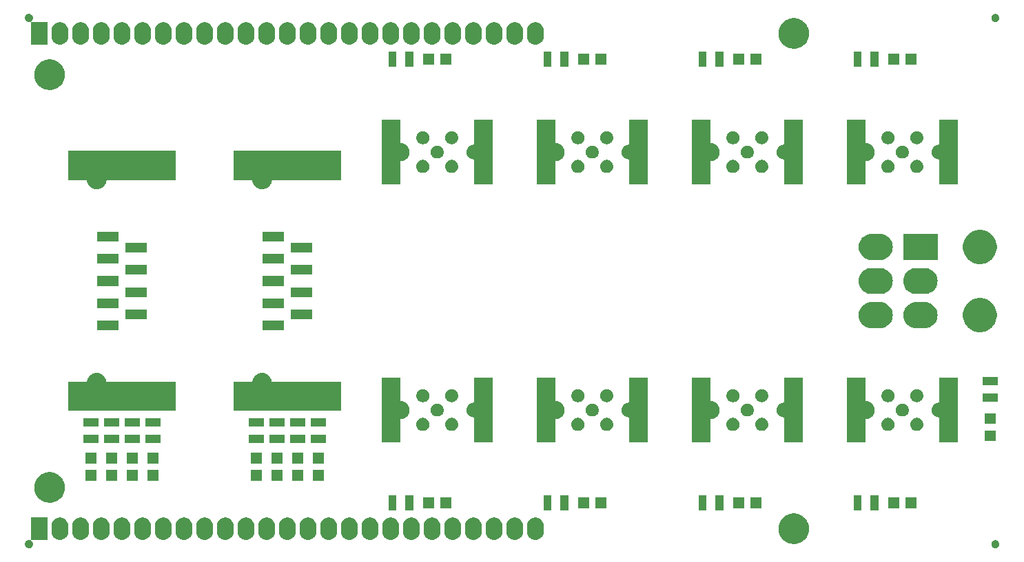
<source format=gts>
G04 #@! TF.GenerationSoftware,KiCad,Pcbnew,6.0.0-unknown-69339f3~86~ubuntu18.04.1*
G04 #@! TF.CreationDate,2019-05-17T15:55:12-04:00*
G04 #@! TF.ProjectId,backlight_controller_5x3,6261636b-6c69-4676-9874-5f636f6e7472,1.3*
G04 #@! TF.SameCoordinates,Original*
G04 #@! TF.FileFunction,Soldermask,Top*
G04 #@! TF.FilePolarity,Negative*
%FSLAX46Y46*%
G04 Gerber Fmt 4.6, Leading zero omitted, Abs format (unit mm)*
G04 Created by KiCad (PCBNEW 6.0.0-unknown-69339f3~86~ubuntu18.04.1) date 2019-05-17 15:55:12*
%MOMM*%
%LPD*%
G04 APERTURE LIST*
%ADD10C,0.100000*%
G04 APERTURE END LIST*
D10*
G36*
X189883730Y-137292551D02*
G01*
X189899445Y-137291476D01*
X189951523Y-137302298D01*
X190007315Y-137310320D01*
X190021669Y-137316875D01*
X190034011Y-137319440D01*
X190083983Y-137345333D01*
X190138100Y-137370048D01*
X190147650Y-137378323D01*
X190156051Y-137382676D01*
X190199447Y-137423205D01*
X190246761Y-137464202D01*
X190251890Y-137472182D01*
X190256502Y-137476490D01*
X190288964Y-137529872D01*
X190324493Y-137585156D01*
X190326276Y-137591229D01*
X190327917Y-137593927D01*
X190345617Y-137657098D01*
X190365000Y-137723111D01*
X190365000Y-137866889D01*
X190345617Y-137932902D01*
X190327917Y-137996073D01*
X190326276Y-137998771D01*
X190324493Y-138004844D01*
X190288964Y-138060128D01*
X190256502Y-138113510D01*
X190251890Y-138117818D01*
X190246761Y-138125798D01*
X190199447Y-138166795D01*
X190156051Y-138207324D01*
X190147650Y-138211677D01*
X190138100Y-138219952D01*
X190083983Y-138244667D01*
X190034011Y-138270560D01*
X190021669Y-138273125D01*
X190007315Y-138279680D01*
X189951523Y-138287702D01*
X189899445Y-138298524D01*
X189883730Y-138297449D01*
X189865000Y-138300142D01*
X189812269Y-138292560D01*
X189762314Y-138289143D01*
X189744522Y-138282820D01*
X189722685Y-138279680D01*
X189677065Y-138258846D01*
X189632805Y-138243116D01*
X189614814Y-138230417D01*
X189591900Y-138219952D01*
X189556350Y-138189148D01*
X189520515Y-138163853D01*
X189504645Y-138144346D01*
X189483239Y-138125798D01*
X189459489Y-138088842D01*
X189433773Y-138057233D01*
X189422508Y-138031298D01*
X189405507Y-138004844D01*
X189394010Y-137965689D01*
X189379016Y-137931169D01*
X189374740Y-137900062D01*
X189365000Y-137866889D01*
X189365000Y-137829195D01*
X189360300Y-137795000D01*
X189365000Y-137760805D01*
X189365000Y-137723111D01*
X189374740Y-137689938D01*
X189379016Y-137658831D01*
X189394010Y-137624311D01*
X189405507Y-137585156D01*
X189422508Y-137558702D01*
X189433773Y-137532767D01*
X189459489Y-137501158D01*
X189483239Y-137464202D01*
X189504645Y-137445654D01*
X189520515Y-137426147D01*
X189556350Y-137400852D01*
X189591900Y-137370048D01*
X189614814Y-137359583D01*
X189632805Y-137346884D01*
X189677065Y-137331154D01*
X189722685Y-137310320D01*
X189744522Y-137307180D01*
X189762314Y-137300857D01*
X189812269Y-137297440D01*
X189865000Y-137289858D01*
X189883730Y-137292551D01*
X189883730Y-137292551D01*
G37*
G36*
X71138730Y-137292551D02*
G01*
X71154445Y-137291476D01*
X71206523Y-137302298D01*
X71262315Y-137310320D01*
X71276669Y-137316875D01*
X71295849Y-137320861D01*
X71296291Y-137318733D01*
X71331196Y-137319753D01*
X71340483Y-137305441D01*
X71336315Y-137323703D01*
X71360741Y-137355270D01*
X71393100Y-137370048D01*
X71402650Y-137378323D01*
X71411051Y-137382676D01*
X71454447Y-137423205D01*
X71501761Y-137464202D01*
X71506890Y-137472182D01*
X71511502Y-137476490D01*
X71543964Y-137529872D01*
X71579493Y-137585156D01*
X71581276Y-137591229D01*
X71582917Y-137593927D01*
X71600617Y-137657098D01*
X71620000Y-137723111D01*
X71620000Y-137866889D01*
X71600617Y-137932902D01*
X71582917Y-137996073D01*
X71581276Y-137998771D01*
X71579493Y-138004844D01*
X71543964Y-138060128D01*
X71511502Y-138113510D01*
X71506890Y-138117818D01*
X71501761Y-138125798D01*
X71454447Y-138166795D01*
X71411051Y-138207324D01*
X71402650Y-138211677D01*
X71393100Y-138219952D01*
X71338983Y-138244667D01*
X71289011Y-138270560D01*
X71276669Y-138273125D01*
X71262315Y-138279680D01*
X71206523Y-138287702D01*
X71154445Y-138298524D01*
X71138730Y-138297449D01*
X71120000Y-138300142D01*
X71067269Y-138292560D01*
X71017314Y-138289143D01*
X70999522Y-138282820D01*
X70977685Y-138279680D01*
X70932065Y-138258846D01*
X70887805Y-138243116D01*
X70869814Y-138230417D01*
X70846900Y-138219952D01*
X70811350Y-138189148D01*
X70775515Y-138163853D01*
X70759645Y-138144346D01*
X70738239Y-138125798D01*
X70714489Y-138088842D01*
X70688773Y-138057233D01*
X70677508Y-138031298D01*
X70660507Y-138004844D01*
X70649010Y-137965689D01*
X70634016Y-137931169D01*
X70629740Y-137900062D01*
X70620000Y-137866889D01*
X70620000Y-137829195D01*
X70615300Y-137795000D01*
X70620000Y-137760805D01*
X70620000Y-137723111D01*
X70629740Y-137689938D01*
X70634016Y-137658831D01*
X70649010Y-137624311D01*
X70660507Y-137585156D01*
X70677508Y-137558702D01*
X70688773Y-137532767D01*
X70714489Y-137501158D01*
X70738239Y-137464202D01*
X70759645Y-137445654D01*
X70775515Y-137426147D01*
X70811350Y-137400852D01*
X70846900Y-137370048D01*
X70869814Y-137359583D01*
X70887805Y-137346884D01*
X70932065Y-137331154D01*
X70977685Y-137310320D01*
X70999522Y-137307180D01*
X71017314Y-137300857D01*
X71067269Y-137297440D01*
X71120000Y-137289858D01*
X71138730Y-137292551D01*
X71138730Y-137292551D01*
G37*
G36*
X165203101Y-134010400D02*
G01*
X165234432Y-134010400D01*
X165336601Y-134025090D01*
X165442318Y-134036722D01*
X165472637Y-134044648D01*
X165500560Y-134048663D01*
X165602598Y-134078624D01*
X165708509Y-134106313D01*
X165734476Y-134117348D01*
X165758531Y-134124411D01*
X165858082Y-134169875D01*
X165961732Y-134213921D01*
X165983145Y-134226989D01*
X166003095Y-134236100D01*
X166097759Y-134296937D01*
X166196588Y-134357251D01*
X166213466Y-134371297D01*
X166229283Y-134381462D01*
X166316704Y-134457213D01*
X166408072Y-134533250D01*
X166420628Y-134547263D01*
X166432473Y-134557527D01*
X166510285Y-134647327D01*
X166591676Y-134738165D01*
X166600327Y-134751241D01*
X166608538Y-134760717D01*
X166674426Y-134863242D01*
X166743489Y-134967629D01*
X166748819Y-134978998D01*
X166753900Y-134986905D01*
X166805822Y-135100598D01*
X166860273Y-135216753D01*
X166862985Y-135225767D01*
X166865589Y-135231469D01*
X166901700Y-135354450D01*
X166939540Y-135480225D01*
X166940453Y-135486430D01*
X166941337Y-135489440D01*
X166960027Y-135619435D01*
X166979600Y-135752431D01*
X166979600Y-136027569D01*
X166960027Y-136160565D01*
X166941337Y-136290560D01*
X166940453Y-136293570D01*
X166939540Y-136299775D01*
X166901700Y-136425550D01*
X166865589Y-136548531D01*
X166862985Y-136554233D01*
X166860273Y-136563247D01*
X166805822Y-136679402D01*
X166753900Y-136793095D01*
X166748819Y-136801002D01*
X166743489Y-136812371D01*
X166674426Y-136916758D01*
X166608538Y-137019283D01*
X166600327Y-137028759D01*
X166591676Y-137041835D01*
X166510285Y-137132673D01*
X166432473Y-137222473D01*
X166420628Y-137232737D01*
X166408072Y-137246750D01*
X166316704Y-137322787D01*
X166229283Y-137398538D01*
X166213466Y-137408703D01*
X166196588Y-137422749D01*
X166097759Y-137483063D01*
X166003095Y-137543900D01*
X165983145Y-137553011D01*
X165961732Y-137566079D01*
X165858082Y-137610125D01*
X165758531Y-137655589D01*
X165734476Y-137662652D01*
X165708509Y-137673687D01*
X165602598Y-137701376D01*
X165500560Y-137731337D01*
X165472637Y-137735352D01*
X165442318Y-137743278D01*
X165336601Y-137754910D01*
X165234432Y-137769600D01*
X165203101Y-137769600D01*
X165168830Y-137773371D01*
X165065650Y-137769600D01*
X164965568Y-137769600D01*
X164931456Y-137764695D01*
X164893876Y-137763322D01*
X164795429Y-137745138D01*
X164699440Y-137731337D01*
X164663368Y-137720745D01*
X164623315Y-137713347D01*
X164531516Y-137682030D01*
X164441469Y-137655589D01*
X164404429Y-137638673D01*
X164362913Y-137624510D01*
X164279424Y-137581585D01*
X164196905Y-137543900D01*
X164160019Y-137520195D01*
X164118221Y-137498705D01*
X164044405Y-137445894D01*
X163970717Y-137398538D01*
X163935218Y-137367778D01*
X163894454Y-137338614D01*
X163831367Y-137277791D01*
X163767527Y-137222473D01*
X163734718Y-137184610D01*
X163696381Y-137147648D01*
X163644730Y-137080758D01*
X163591462Y-137019283D01*
X163562687Y-136974508D01*
X163528224Y-136929877D01*
X163488388Y-136858896D01*
X163446100Y-136793095D01*
X163422691Y-136741837D01*
X163393567Y-136689943D01*
X163365610Y-136616848D01*
X163334411Y-136548531D01*
X163317653Y-136491458D01*
X163295279Y-136432960D01*
X163278945Y-136359632D01*
X163258663Y-136290560D01*
X163249752Y-136228580D01*
X163235456Y-136164404D01*
X163230200Y-136092594D01*
X163220400Y-136024432D01*
X163220400Y-135958697D01*
X163215372Y-135890000D01*
X163220400Y-135821303D01*
X163220400Y-135755568D01*
X163230200Y-135687406D01*
X163235456Y-135615596D01*
X163249752Y-135551420D01*
X163258663Y-135489440D01*
X163278945Y-135420368D01*
X163295279Y-135347040D01*
X163317653Y-135288542D01*
X163334411Y-135231469D01*
X163365610Y-135163152D01*
X163393567Y-135090057D01*
X163422691Y-135038163D01*
X163446100Y-134986905D01*
X163488388Y-134921104D01*
X163528224Y-134850123D01*
X163562687Y-134805492D01*
X163591462Y-134760717D01*
X163644730Y-134699242D01*
X163696381Y-134632352D01*
X163734718Y-134595390D01*
X163767527Y-134557527D01*
X163831367Y-134502209D01*
X163894454Y-134441386D01*
X163935218Y-134412222D01*
X163970717Y-134381462D01*
X164044405Y-134334106D01*
X164118221Y-134281295D01*
X164160019Y-134259805D01*
X164196905Y-134236100D01*
X164279424Y-134198415D01*
X164362913Y-134155490D01*
X164404429Y-134141327D01*
X164441469Y-134124411D01*
X164531516Y-134097970D01*
X164623315Y-134066653D01*
X164663368Y-134059255D01*
X164699440Y-134048663D01*
X164795429Y-134034862D01*
X164893876Y-134016678D01*
X164931456Y-134015305D01*
X164965568Y-134010400D01*
X165065650Y-134010400D01*
X165168830Y-134006629D01*
X165203101Y-134010400D01*
X165203101Y-134010400D01*
G37*
G36*
X73418700Y-137261600D02*
G01*
X71385840Y-137261600D01*
X71361246Y-137273443D01*
X71361300Y-137273361D01*
X71361300Y-134518400D01*
X73418700Y-134518400D01*
X73418700Y-137261600D01*
X73418700Y-137261600D01*
G37*
G36*
X113056074Y-134515991D02*
G01*
X113079166Y-134514891D01*
X113153678Y-134525604D01*
X113231659Y-134533285D01*
X113253792Y-134539999D01*
X113273628Y-134542851D01*
X113347659Y-134568473D01*
X113425570Y-134592107D01*
X113443249Y-134601557D01*
X113459283Y-134607106D01*
X113529796Y-134647817D01*
X113604280Y-134687629D01*
X113617394Y-134698391D01*
X113629419Y-134705334D01*
X113693268Y-134760660D01*
X113760920Y-134816180D01*
X113769728Y-134826912D01*
X113777889Y-134833984D01*
X113831993Y-134902783D01*
X113889471Y-134972820D01*
X113894564Y-134982348D01*
X113899335Y-134988415D01*
X113940865Y-135068972D01*
X113984993Y-135151529D01*
X113987232Y-135158910D01*
X113989357Y-135163032D01*
X114015766Y-135252974D01*
X114043815Y-135345440D01*
X114044269Y-135350048D01*
X114044704Y-135351530D01*
X114053899Y-135447823D01*
X114058700Y-135496568D01*
X114058700Y-136283431D01*
X114043815Y-136434559D01*
X114025333Y-136495486D01*
X114021065Y-136525171D01*
X114001515Y-136574004D01*
X113984993Y-136628471D01*
X113963947Y-136667846D01*
X113948504Y-136706420D01*
X113917747Y-136754279D01*
X113889471Y-136807180D01*
X113863098Y-136839315D01*
X113842290Y-136871694D01*
X113800909Y-136915093D01*
X113760920Y-136963820D01*
X113731163Y-136988241D01*
X113706721Y-137013875D01*
X113655376Y-137050437D01*
X113604280Y-137092371D01*
X113573038Y-137109070D01*
X113546688Y-137127834D01*
X113486566Y-137155291D01*
X113425571Y-137187893D01*
X113394610Y-137197285D01*
X113367985Y-137209444D01*
X113300781Y-137225747D01*
X113231660Y-137246715D01*
X113202521Y-137249585D01*
X113177063Y-137255761D01*
X113104923Y-137259198D01*
X113030000Y-137266577D01*
X113003926Y-137264009D01*
X112980834Y-137265109D01*
X112906322Y-137254396D01*
X112828341Y-137246715D01*
X112806208Y-137240001D01*
X112786372Y-137237149D01*
X112712341Y-137211527D01*
X112634430Y-137187893D01*
X112616751Y-137178443D01*
X112600720Y-137172895D01*
X112530220Y-137132192D01*
X112455721Y-137092371D01*
X112442604Y-137081606D01*
X112430580Y-137074664D01*
X112366736Y-137019343D01*
X112299081Y-136963820D01*
X112290273Y-136953088D01*
X112282112Y-136946016D01*
X112228008Y-136877217D01*
X112170530Y-136807180D01*
X112165437Y-136797652D01*
X112160666Y-136791585D01*
X112119136Y-136711028D01*
X112075008Y-136628471D01*
X112072769Y-136621090D01*
X112070644Y-136616968D01*
X112044236Y-136527030D01*
X112016185Y-136434560D01*
X112015731Y-136429952D01*
X112015296Y-136428470D01*
X112006101Y-136332177D01*
X112001300Y-136283432D01*
X112001300Y-135496569D01*
X112016185Y-135345441D01*
X112034667Y-135284514D01*
X112038935Y-135254829D01*
X112058485Y-135205995D01*
X112075007Y-135151530D01*
X112096053Y-135112155D01*
X112111496Y-135073581D01*
X112142252Y-135025723D01*
X112170529Y-134972820D01*
X112196902Y-134940684D01*
X112217710Y-134908306D01*
X112259091Y-134864907D01*
X112299080Y-134816180D01*
X112328837Y-134791759D01*
X112353279Y-134766125D01*
X112404624Y-134729563D01*
X112455720Y-134687629D01*
X112486962Y-134670930D01*
X112513312Y-134652166D01*
X112573434Y-134624709D01*
X112634429Y-134592107D01*
X112665390Y-134582715D01*
X112692015Y-134570556D01*
X112759219Y-134554253D01*
X112828340Y-134533285D01*
X112857479Y-134530415D01*
X112882937Y-134524239D01*
X112955077Y-134520802D01*
X113030000Y-134513423D01*
X113056074Y-134515991D01*
X113056074Y-134515991D01*
G37*
G36*
X77496074Y-134515991D02*
G01*
X77519166Y-134514891D01*
X77593678Y-134525604D01*
X77671659Y-134533285D01*
X77693792Y-134539999D01*
X77713628Y-134542851D01*
X77787659Y-134568473D01*
X77865570Y-134592107D01*
X77883249Y-134601557D01*
X77899283Y-134607106D01*
X77969796Y-134647817D01*
X78044280Y-134687629D01*
X78057394Y-134698391D01*
X78069419Y-134705334D01*
X78133268Y-134760660D01*
X78200920Y-134816180D01*
X78209728Y-134826912D01*
X78217889Y-134833984D01*
X78271993Y-134902783D01*
X78329471Y-134972820D01*
X78334564Y-134982348D01*
X78339335Y-134988415D01*
X78380865Y-135068972D01*
X78424993Y-135151529D01*
X78427232Y-135158910D01*
X78429357Y-135163032D01*
X78455766Y-135252974D01*
X78483815Y-135345440D01*
X78484269Y-135350048D01*
X78484704Y-135351530D01*
X78493899Y-135447823D01*
X78498700Y-135496568D01*
X78498700Y-136283431D01*
X78483815Y-136434559D01*
X78465333Y-136495486D01*
X78461065Y-136525171D01*
X78441515Y-136574004D01*
X78424993Y-136628471D01*
X78403947Y-136667846D01*
X78388504Y-136706420D01*
X78357747Y-136754279D01*
X78329471Y-136807180D01*
X78303098Y-136839315D01*
X78282290Y-136871694D01*
X78240909Y-136915093D01*
X78200920Y-136963820D01*
X78171163Y-136988241D01*
X78146721Y-137013875D01*
X78095376Y-137050437D01*
X78044280Y-137092371D01*
X78013038Y-137109070D01*
X77986688Y-137127834D01*
X77926566Y-137155291D01*
X77865571Y-137187893D01*
X77834610Y-137197285D01*
X77807985Y-137209444D01*
X77740781Y-137225747D01*
X77671660Y-137246715D01*
X77642521Y-137249585D01*
X77617063Y-137255761D01*
X77544923Y-137259198D01*
X77470000Y-137266577D01*
X77443926Y-137264009D01*
X77420834Y-137265109D01*
X77346322Y-137254396D01*
X77268341Y-137246715D01*
X77246208Y-137240001D01*
X77226372Y-137237149D01*
X77152341Y-137211527D01*
X77074430Y-137187893D01*
X77056751Y-137178443D01*
X77040720Y-137172895D01*
X76970220Y-137132192D01*
X76895721Y-137092371D01*
X76882604Y-137081606D01*
X76870580Y-137074664D01*
X76806736Y-137019343D01*
X76739081Y-136963820D01*
X76730273Y-136953088D01*
X76722112Y-136946016D01*
X76668008Y-136877217D01*
X76610530Y-136807180D01*
X76605437Y-136797652D01*
X76600666Y-136791585D01*
X76559136Y-136711028D01*
X76515008Y-136628471D01*
X76512769Y-136621090D01*
X76510644Y-136616968D01*
X76484236Y-136527030D01*
X76456185Y-136434560D01*
X76455731Y-136429952D01*
X76455296Y-136428470D01*
X76446101Y-136332177D01*
X76441300Y-136283432D01*
X76441300Y-135496569D01*
X76456185Y-135345441D01*
X76474667Y-135284514D01*
X76478935Y-135254829D01*
X76498485Y-135205995D01*
X76515007Y-135151530D01*
X76536053Y-135112155D01*
X76551496Y-135073581D01*
X76582252Y-135025723D01*
X76610529Y-134972820D01*
X76636902Y-134940684D01*
X76657710Y-134908306D01*
X76699091Y-134864907D01*
X76739080Y-134816180D01*
X76768837Y-134791759D01*
X76793279Y-134766125D01*
X76844624Y-134729563D01*
X76895720Y-134687629D01*
X76926962Y-134670930D01*
X76953312Y-134652166D01*
X77013434Y-134624709D01*
X77074429Y-134592107D01*
X77105390Y-134582715D01*
X77132015Y-134570556D01*
X77199219Y-134554253D01*
X77268340Y-134533285D01*
X77297479Y-134530415D01*
X77322937Y-134524239D01*
X77395077Y-134520802D01*
X77470000Y-134513423D01*
X77496074Y-134515991D01*
X77496074Y-134515991D01*
G37*
G36*
X110516074Y-134515991D02*
G01*
X110539166Y-134514891D01*
X110613678Y-134525604D01*
X110691659Y-134533285D01*
X110713792Y-134539999D01*
X110733628Y-134542851D01*
X110807659Y-134568473D01*
X110885570Y-134592107D01*
X110903249Y-134601557D01*
X110919283Y-134607106D01*
X110989796Y-134647817D01*
X111064280Y-134687629D01*
X111077394Y-134698391D01*
X111089419Y-134705334D01*
X111153268Y-134760660D01*
X111220920Y-134816180D01*
X111229728Y-134826912D01*
X111237889Y-134833984D01*
X111291993Y-134902783D01*
X111349471Y-134972820D01*
X111354564Y-134982348D01*
X111359335Y-134988415D01*
X111400865Y-135068972D01*
X111444993Y-135151529D01*
X111447232Y-135158910D01*
X111449357Y-135163032D01*
X111475766Y-135252974D01*
X111503815Y-135345440D01*
X111504269Y-135350048D01*
X111504704Y-135351530D01*
X111513899Y-135447823D01*
X111518700Y-135496568D01*
X111518700Y-136283431D01*
X111503815Y-136434559D01*
X111485333Y-136495486D01*
X111481065Y-136525171D01*
X111461515Y-136574004D01*
X111444993Y-136628471D01*
X111423947Y-136667846D01*
X111408504Y-136706420D01*
X111377747Y-136754279D01*
X111349471Y-136807180D01*
X111323098Y-136839315D01*
X111302290Y-136871694D01*
X111260909Y-136915093D01*
X111220920Y-136963820D01*
X111191163Y-136988241D01*
X111166721Y-137013875D01*
X111115376Y-137050437D01*
X111064280Y-137092371D01*
X111033038Y-137109070D01*
X111006688Y-137127834D01*
X110946566Y-137155291D01*
X110885571Y-137187893D01*
X110854610Y-137197285D01*
X110827985Y-137209444D01*
X110760781Y-137225747D01*
X110691660Y-137246715D01*
X110662521Y-137249585D01*
X110637063Y-137255761D01*
X110564923Y-137259198D01*
X110490000Y-137266577D01*
X110463926Y-137264009D01*
X110440834Y-137265109D01*
X110366322Y-137254396D01*
X110288341Y-137246715D01*
X110266208Y-137240001D01*
X110246372Y-137237149D01*
X110172341Y-137211527D01*
X110094430Y-137187893D01*
X110076751Y-137178443D01*
X110060720Y-137172895D01*
X109990220Y-137132192D01*
X109915721Y-137092371D01*
X109902604Y-137081606D01*
X109890580Y-137074664D01*
X109826736Y-137019343D01*
X109759081Y-136963820D01*
X109750273Y-136953088D01*
X109742112Y-136946016D01*
X109688008Y-136877217D01*
X109630530Y-136807180D01*
X109625437Y-136797652D01*
X109620666Y-136791585D01*
X109579136Y-136711028D01*
X109535008Y-136628471D01*
X109532769Y-136621090D01*
X109530644Y-136616968D01*
X109504236Y-136527030D01*
X109476185Y-136434560D01*
X109475731Y-136429952D01*
X109475296Y-136428470D01*
X109466101Y-136332177D01*
X109461300Y-136283432D01*
X109461300Y-135496569D01*
X109476185Y-135345441D01*
X109494667Y-135284514D01*
X109498935Y-135254829D01*
X109518485Y-135205995D01*
X109535007Y-135151530D01*
X109556053Y-135112155D01*
X109571496Y-135073581D01*
X109602252Y-135025723D01*
X109630529Y-134972820D01*
X109656902Y-134940684D01*
X109677710Y-134908306D01*
X109719091Y-134864907D01*
X109759080Y-134816180D01*
X109788837Y-134791759D01*
X109813279Y-134766125D01*
X109864624Y-134729563D01*
X109915720Y-134687629D01*
X109946962Y-134670930D01*
X109973312Y-134652166D01*
X110033434Y-134624709D01*
X110094429Y-134592107D01*
X110125390Y-134582715D01*
X110152015Y-134570556D01*
X110219219Y-134554253D01*
X110288340Y-134533285D01*
X110317479Y-134530415D01*
X110342937Y-134524239D01*
X110415077Y-134520802D01*
X110490000Y-134513423D01*
X110516074Y-134515991D01*
X110516074Y-134515991D01*
G37*
G36*
X107976074Y-134515991D02*
G01*
X107999166Y-134514891D01*
X108073678Y-134525604D01*
X108151659Y-134533285D01*
X108173792Y-134539999D01*
X108193628Y-134542851D01*
X108267659Y-134568473D01*
X108345570Y-134592107D01*
X108363249Y-134601557D01*
X108379283Y-134607106D01*
X108449796Y-134647817D01*
X108524280Y-134687629D01*
X108537394Y-134698391D01*
X108549419Y-134705334D01*
X108613268Y-134760660D01*
X108680920Y-134816180D01*
X108689728Y-134826912D01*
X108697889Y-134833984D01*
X108751993Y-134902783D01*
X108809471Y-134972820D01*
X108814564Y-134982348D01*
X108819335Y-134988415D01*
X108860865Y-135068972D01*
X108904993Y-135151529D01*
X108907232Y-135158910D01*
X108909357Y-135163032D01*
X108935766Y-135252974D01*
X108963815Y-135345440D01*
X108964269Y-135350048D01*
X108964704Y-135351530D01*
X108973899Y-135447823D01*
X108978700Y-135496568D01*
X108978700Y-136283431D01*
X108963815Y-136434559D01*
X108945333Y-136495486D01*
X108941065Y-136525171D01*
X108921515Y-136574004D01*
X108904993Y-136628471D01*
X108883947Y-136667846D01*
X108868504Y-136706420D01*
X108837747Y-136754279D01*
X108809471Y-136807180D01*
X108783098Y-136839315D01*
X108762290Y-136871694D01*
X108720909Y-136915093D01*
X108680920Y-136963820D01*
X108651163Y-136988241D01*
X108626721Y-137013875D01*
X108575376Y-137050437D01*
X108524280Y-137092371D01*
X108493038Y-137109070D01*
X108466688Y-137127834D01*
X108406566Y-137155291D01*
X108345571Y-137187893D01*
X108314610Y-137197285D01*
X108287985Y-137209444D01*
X108220781Y-137225747D01*
X108151660Y-137246715D01*
X108122521Y-137249585D01*
X108097063Y-137255761D01*
X108024923Y-137259198D01*
X107950000Y-137266577D01*
X107923926Y-137264009D01*
X107900834Y-137265109D01*
X107826322Y-137254396D01*
X107748341Y-137246715D01*
X107726208Y-137240001D01*
X107706372Y-137237149D01*
X107632341Y-137211527D01*
X107554430Y-137187893D01*
X107536751Y-137178443D01*
X107520720Y-137172895D01*
X107450220Y-137132192D01*
X107375721Y-137092371D01*
X107362604Y-137081606D01*
X107350580Y-137074664D01*
X107286736Y-137019343D01*
X107219081Y-136963820D01*
X107210273Y-136953088D01*
X107202112Y-136946016D01*
X107148008Y-136877217D01*
X107090530Y-136807180D01*
X107085437Y-136797652D01*
X107080666Y-136791585D01*
X107039136Y-136711028D01*
X106995008Y-136628471D01*
X106992769Y-136621090D01*
X106990644Y-136616968D01*
X106964236Y-136527030D01*
X106936185Y-136434560D01*
X106935731Y-136429952D01*
X106935296Y-136428470D01*
X106926101Y-136332177D01*
X106921300Y-136283432D01*
X106921300Y-135496569D01*
X106936185Y-135345441D01*
X106954667Y-135284514D01*
X106958935Y-135254829D01*
X106978485Y-135205995D01*
X106995007Y-135151530D01*
X107016053Y-135112155D01*
X107031496Y-135073581D01*
X107062252Y-135025723D01*
X107090529Y-134972820D01*
X107116902Y-134940684D01*
X107137710Y-134908306D01*
X107179091Y-134864907D01*
X107219080Y-134816180D01*
X107248837Y-134791759D01*
X107273279Y-134766125D01*
X107324624Y-134729563D01*
X107375720Y-134687629D01*
X107406962Y-134670930D01*
X107433312Y-134652166D01*
X107493434Y-134624709D01*
X107554429Y-134592107D01*
X107585390Y-134582715D01*
X107612015Y-134570556D01*
X107679219Y-134554253D01*
X107748340Y-134533285D01*
X107777479Y-134530415D01*
X107802937Y-134524239D01*
X107875077Y-134520802D01*
X107950000Y-134513423D01*
X107976074Y-134515991D01*
X107976074Y-134515991D01*
G37*
G36*
X130836074Y-134515991D02*
G01*
X130859166Y-134514891D01*
X130933678Y-134525604D01*
X131011659Y-134533285D01*
X131033792Y-134539999D01*
X131053628Y-134542851D01*
X131127659Y-134568473D01*
X131205570Y-134592107D01*
X131223249Y-134601557D01*
X131239283Y-134607106D01*
X131309796Y-134647817D01*
X131384280Y-134687629D01*
X131397394Y-134698391D01*
X131409419Y-134705334D01*
X131473268Y-134760660D01*
X131540920Y-134816180D01*
X131549728Y-134826912D01*
X131557889Y-134833984D01*
X131611993Y-134902783D01*
X131669471Y-134972820D01*
X131674564Y-134982348D01*
X131679335Y-134988415D01*
X131720865Y-135068972D01*
X131764993Y-135151529D01*
X131767232Y-135158910D01*
X131769357Y-135163032D01*
X131795766Y-135252974D01*
X131823815Y-135345440D01*
X131824269Y-135350048D01*
X131824704Y-135351530D01*
X131833899Y-135447823D01*
X131838700Y-135496568D01*
X131838700Y-136283431D01*
X131823815Y-136434559D01*
X131805333Y-136495486D01*
X131801065Y-136525171D01*
X131781515Y-136574004D01*
X131764993Y-136628471D01*
X131743947Y-136667846D01*
X131728504Y-136706420D01*
X131697747Y-136754279D01*
X131669471Y-136807180D01*
X131643098Y-136839315D01*
X131622290Y-136871694D01*
X131580909Y-136915093D01*
X131540920Y-136963820D01*
X131511163Y-136988241D01*
X131486721Y-137013875D01*
X131435376Y-137050437D01*
X131384280Y-137092371D01*
X131353038Y-137109070D01*
X131326688Y-137127834D01*
X131266566Y-137155291D01*
X131205571Y-137187893D01*
X131174610Y-137197285D01*
X131147985Y-137209444D01*
X131080781Y-137225747D01*
X131011660Y-137246715D01*
X130982521Y-137249585D01*
X130957063Y-137255761D01*
X130884923Y-137259198D01*
X130810000Y-137266577D01*
X130783926Y-137264009D01*
X130760834Y-137265109D01*
X130686322Y-137254396D01*
X130608341Y-137246715D01*
X130586208Y-137240001D01*
X130566372Y-137237149D01*
X130492341Y-137211527D01*
X130414430Y-137187893D01*
X130396751Y-137178443D01*
X130380720Y-137172895D01*
X130310220Y-137132192D01*
X130235721Y-137092371D01*
X130222604Y-137081606D01*
X130210580Y-137074664D01*
X130146736Y-137019343D01*
X130079081Y-136963820D01*
X130070273Y-136953088D01*
X130062112Y-136946016D01*
X130008008Y-136877217D01*
X129950530Y-136807180D01*
X129945437Y-136797652D01*
X129940666Y-136791585D01*
X129899136Y-136711028D01*
X129855008Y-136628471D01*
X129852769Y-136621090D01*
X129850644Y-136616968D01*
X129824236Y-136527030D01*
X129796185Y-136434560D01*
X129795731Y-136429952D01*
X129795296Y-136428470D01*
X129786101Y-136332177D01*
X129781300Y-136283432D01*
X129781300Y-135496569D01*
X129796185Y-135345441D01*
X129814667Y-135284514D01*
X129818935Y-135254829D01*
X129838485Y-135205995D01*
X129855007Y-135151530D01*
X129876053Y-135112155D01*
X129891496Y-135073581D01*
X129922252Y-135025723D01*
X129950529Y-134972820D01*
X129976902Y-134940684D01*
X129997710Y-134908306D01*
X130039091Y-134864907D01*
X130079080Y-134816180D01*
X130108837Y-134791759D01*
X130133279Y-134766125D01*
X130184624Y-134729563D01*
X130235720Y-134687629D01*
X130266962Y-134670930D01*
X130293312Y-134652166D01*
X130353434Y-134624709D01*
X130414429Y-134592107D01*
X130445390Y-134582715D01*
X130472015Y-134570556D01*
X130539219Y-134554253D01*
X130608340Y-134533285D01*
X130637479Y-134530415D01*
X130662937Y-134524239D01*
X130735077Y-134520802D01*
X130810000Y-134513423D01*
X130836074Y-134515991D01*
X130836074Y-134515991D01*
G37*
G36*
X74956074Y-134515991D02*
G01*
X74979166Y-134514891D01*
X75053678Y-134525604D01*
X75131659Y-134533285D01*
X75153792Y-134539999D01*
X75173628Y-134542851D01*
X75247659Y-134568473D01*
X75325570Y-134592107D01*
X75343249Y-134601557D01*
X75359283Y-134607106D01*
X75429796Y-134647817D01*
X75504280Y-134687629D01*
X75517394Y-134698391D01*
X75529419Y-134705334D01*
X75593268Y-134760660D01*
X75660920Y-134816180D01*
X75669728Y-134826912D01*
X75677889Y-134833984D01*
X75731993Y-134902783D01*
X75789471Y-134972820D01*
X75794564Y-134982348D01*
X75799335Y-134988415D01*
X75840865Y-135068972D01*
X75884993Y-135151529D01*
X75887232Y-135158910D01*
X75889357Y-135163032D01*
X75915766Y-135252974D01*
X75943815Y-135345440D01*
X75944269Y-135350048D01*
X75944704Y-135351530D01*
X75953899Y-135447823D01*
X75958700Y-135496568D01*
X75958700Y-136283431D01*
X75943815Y-136434559D01*
X75925333Y-136495486D01*
X75921065Y-136525171D01*
X75901515Y-136574004D01*
X75884993Y-136628471D01*
X75863947Y-136667846D01*
X75848504Y-136706420D01*
X75817747Y-136754279D01*
X75789471Y-136807180D01*
X75763098Y-136839315D01*
X75742290Y-136871694D01*
X75700909Y-136915093D01*
X75660920Y-136963820D01*
X75631163Y-136988241D01*
X75606721Y-137013875D01*
X75555376Y-137050437D01*
X75504280Y-137092371D01*
X75473038Y-137109070D01*
X75446688Y-137127834D01*
X75386566Y-137155291D01*
X75325571Y-137187893D01*
X75294610Y-137197285D01*
X75267985Y-137209444D01*
X75200781Y-137225747D01*
X75131660Y-137246715D01*
X75102521Y-137249585D01*
X75077063Y-137255761D01*
X75004923Y-137259198D01*
X74930000Y-137266577D01*
X74903926Y-137264009D01*
X74880834Y-137265109D01*
X74806322Y-137254396D01*
X74728341Y-137246715D01*
X74706208Y-137240001D01*
X74686372Y-137237149D01*
X74612341Y-137211527D01*
X74534430Y-137187893D01*
X74516751Y-137178443D01*
X74500720Y-137172895D01*
X74430220Y-137132192D01*
X74355721Y-137092371D01*
X74342604Y-137081606D01*
X74330580Y-137074664D01*
X74266736Y-137019343D01*
X74199081Y-136963820D01*
X74190273Y-136953088D01*
X74182112Y-136946016D01*
X74128008Y-136877217D01*
X74070530Y-136807180D01*
X74065437Y-136797652D01*
X74060666Y-136791585D01*
X74019136Y-136711028D01*
X73975008Y-136628471D01*
X73972769Y-136621090D01*
X73970644Y-136616968D01*
X73944236Y-136527030D01*
X73916185Y-136434560D01*
X73915731Y-136429952D01*
X73915296Y-136428470D01*
X73906101Y-136332177D01*
X73901300Y-136283432D01*
X73901300Y-135496569D01*
X73916185Y-135345441D01*
X73934667Y-135284514D01*
X73938935Y-135254829D01*
X73958485Y-135205995D01*
X73975007Y-135151530D01*
X73996053Y-135112155D01*
X74011496Y-135073581D01*
X74042252Y-135025723D01*
X74070529Y-134972820D01*
X74096902Y-134940684D01*
X74117710Y-134908306D01*
X74159091Y-134864907D01*
X74199080Y-134816180D01*
X74228837Y-134791759D01*
X74253279Y-134766125D01*
X74304624Y-134729563D01*
X74355720Y-134687629D01*
X74386962Y-134670930D01*
X74413312Y-134652166D01*
X74473434Y-134624709D01*
X74534429Y-134592107D01*
X74565390Y-134582715D01*
X74592015Y-134570556D01*
X74659219Y-134554253D01*
X74728340Y-134533285D01*
X74757479Y-134530415D01*
X74782937Y-134524239D01*
X74855077Y-134520802D01*
X74930000Y-134513423D01*
X74956074Y-134515991D01*
X74956074Y-134515991D01*
G37*
G36*
X133376074Y-134515991D02*
G01*
X133399166Y-134514891D01*
X133473678Y-134525604D01*
X133551659Y-134533285D01*
X133573792Y-134539999D01*
X133593628Y-134542851D01*
X133667659Y-134568473D01*
X133745570Y-134592107D01*
X133763249Y-134601557D01*
X133779283Y-134607106D01*
X133849796Y-134647817D01*
X133924280Y-134687629D01*
X133937394Y-134698391D01*
X133949419Y-134705334D01*
X134013268Y-134760660D01*
X134080920Y-134816180D01*
X134089728Y-134826912D01*
X134097889Y-134833984D01*
X134151993Y-134902783D01*
X134209471Y-134972820D01*
X134214564Y-134982348D01*
X134219335Y-134988415D01*
X134260865Y-135068972D01*
X134304993Y-135151529D01*
X134307232Y-135158910D01*
X134309357Y-135163032D01*
X134335766Y-135252974D01*
X134363815Y-135345440D01*
X134364269Y-135350048D01*
X134364704Y-135351530D01*
X134373899Y-135447823D01*
X134378700Y-135496568D01*
X134378700Y-136283431D01*
X134363815Y-136434559D01*
X134345333Y-136495486D01*
X134341065Y-136525171D01*
X134321515Y-136574004D01*
X134304993Y-136628471D01*
X134283947Y-136667846D01*
X134268504Y-136706420D01*
X134237747Y-136754279D01*
X134209471Y-136807180D01*
X134183098Y-136839315D01*
X134162290Y-136871694D01*
X134120909Y-136915093D01*
X134080920Y-136963820D01*
X134051163Y-136988241D01*
X134026721Y-137013875D01*
X133975376Y-137050437D01*
X133924280Y-137092371D01*
X133893038Y-137109070D01*
X133866688Y-137127834D01*
X133806566Y-137155291D01*
X133745571Y-137187893D01*
X133714610Y-137197285D01*
X133687985Y-137209444D01*
X133620781Y-137225747D01*
X133551660Y-137246715D01*
X133522521Y-137249585D01*
X133497063Y-137255761D01*
X133424923Y-137259198D01*
X133350000Y-137266577D01*
X133323926Y-137264009D01*
X133300834Y-137265109D01*
X133226322Y-137254396D01*
X133148341Y-137246715D01*
X133126208Y-137240001D01*
X133106372Y-137237149D01*
X133032341Y-137211527D01*
X132954430Y-137187893D01*
X132936751Y-137178443D01*
X132920720Y-137172895D01*
X132850220Y-137132192D01*
X132775721Y-137092371D01*
X132762604Y-137081606D01*
X132750580Y-137074664D01*
X132686736Y-137019343D01*
X132619081Y-136963820D01*
X132610273Y-136953088D01*
X132602112Y-136946016D01*
X132548008Y-136877217D01*
X132490530Y-136807180D01*
X132485437Y-136797652D01*
X132480666Y-136791585D01*
X132439136Y-136711028D01*
X132395008Y-136628471D01*
X132392769Y-136621090D01*
X132390644Y-136616968D01*
X132364236Y-136527030D01*
X132336185Y-136434560D01*
X132335731Y-136429952D01*
X132335296Y-136428470D01*
X132326101Y-136332177D01*
X132321300Y-136283432D01*
X132321300Y-135496569D01*
X132336185Y-135345441D01*
X132354667Y-135284514D01*
X132358935Y-135254829D01*
X132378485Y-135205995D01*
X132395007Y-135151530D01*
X132416053Y-135112155D01*
X132431496Y-135073581D01*
X132462252Y-135025723D01*
X132490529Y-134972820D01*
X132516902Y-134940684D01*
X132537710Y-134908306D01*
X132579091Y-134864907D01*
X132619080Y-134816180D01*
X132648837Y-134791759D01*
X132673279Y-134766125D01*
X132724624Y-134729563D01*
X132775720Y-134687629D01*
X132806962Y-134670930D01*
X132833312Y-134652166D01*
X132893434Y-134624709D01*
X132954429Y-134592107D01*
X132985390Y-134582715D01*
X133012015Y-134570556D01*
X133079219Y-134554253D01*
X133148340Y-134533285D01*
X133177479Y-134530415D01*
X133202937Y-134524239D01*
X133275077Y-134520802D01*
X133350000Y-134513423D01*
X133376074Y-134515991D01*
X133376074Y-134515991D01*
G37*
G36*
X105436074Y-134515991D02*
G01*
X105459166Y-134514891D01*
X105533678Y-134525604D01*
X105611659Y-134533285D01*
X105633792Y-134539999D01*
X105653628Y-134542851D01*
X105727659Y-134568473D01*
X105805570Y-134592107D01*
X105823249Y-134601557D01*
X105839283Y-134607106D01*
X105909796Y-134647817D01*
X105984280Y-134687629D01*
X105997394Y-134698391D01*
X106009419Y-134705334D01*
X106073268Y-134760660D01*
X106140920Y-134816180D01*
X106149728Y-134826912D01*
X106157889Y-134833984D01*
X106211993Y-134902783D01*
X106269471Y-134972820D01*
X106274564Y-134982348D01*
X106279335Y-134988415D01*
X106320865Y-135068972D01*
X106364993Y-135151529D01*
X106367232Y-135158910D01*
X106369357Y-135163032D01*
X106395766Y-135252974D01*
X106423815Y-135345440D01*
X106424269Y-135350048D01*
X106424704Y-135351530D01*
X106433899Y-135447823D01*
X106438700Y-135496568D01*
X106438700Y-136283431D01*
X106423815Y-136434559D01*
X106405333Y-136495486D01*
X106401065Y-136525171D01*
X106381515Y-136574004D01*
X106364993Y-136628471D01*
X106343947Y-136667846D01*
X106328504Y-136706420D01*
X106297747Y-136754279D01*
X106269471Y-136807180D01*
X106243098Y-136839315D01*
X106222290Y-136871694D01*
X106180909Y-136915093D01*
X106140920Y-136963820D01*
X106111163Y-136988241D01*
X106086721Y-137013875D01*
X106035376Y-137050437D01*
X105984280Y-137092371D01*
X105953038Y-137109070D01*
X105926688Y-137127834D01*
X105866566Y-137155291D01*
X105805571Y-137187893D01*
X105774610Y-137197285D01*
X105747985Y-137209444D01*
X105680781Y-137225747D01*
X105611660Y-137246715D01*
X105582521Y-137249585D01*
X105557063Y-137255761D01*
X105484923Y-137259198D01*
X105410000Y-137266577D01*
X105383926Y-137264009D01*
X105360834Y-137265109D01*
X105286322Y-137254396D01*
X105208341Y-137246715D01*
X105186208Y-137240001D01*
X105166372Y-137237149D01*
X105092341Y-137211527D01*
X105014430Y-137187893D01*
X104996751Y-137178443D01*
X104980720Y-137172895D01*
X104910220Y-137132192D01*
X104835721Y-137092371D01*
X104822604Y-137081606D01*
X104810580Y-137074664D01*
X104746736Y-137019343D01*
X104679081Y-136963820D01*
X104670273Y-136953088D01*
X104662112Y-136946016D01*
X104608008Y-136877217D01*
X104550530Y-136807180D01*
X104545437Y-136797652D01*
X104540666Y-136791585D01*
X104499136Y-136711028D01*
X104455008Y-136628471D01*
X104452769Y-136621090D01*
X104450644Y-136616968D01*
X104424236Y-136527030D01*
X104396185Y-136434560D01*
X104395731Y-136429952D01*
X104395296Y-136428470D01*
X104386101Y-136332177D01*
X104381300Y-136283432D01*
X104381300Y-135496569D01*
X104396185Y-135345441D01*
X104414667Y-135284514D01*
X104418935Y-135254829D01*
X104438485Y-135205995D01*
X104455007Y-135151530D01*
X104476053Y-135112155D01*
X104491496Y-135073581D01*
X104522252Y-135025723D01*
X104550529Y-134972820D01*
X104576902Y-134940684D01*
X104597710Y-134908306D01*
X104639091Y-134864907D01*
X104679080Y-134816180D01*
X104708837Y-134791759D01*
X104733279Y-134766125D01*
X104784624Y-134729563D01*
X104835720Y-134687629D01*
X104866962Y-134670930D01*
X104893312Y-134652166D01*
X104953434Y-134624709D01*
X105014429Y-134592107D01*
X105045390Y-134582715D01*
X105072015Y-134570556D01*
X105139219Y-134554253D01*
X105208340Y-134533285D01*
X105237479Y-134530415D01*
X105262937Y-134524239D01*
X105335077Y-134520802D01*
X105410000Y-134513423D01*
X105436074Y-134515991D01*
X105436074Y-134515991D01*
G37*
G36*
X102896074Y-134515991D02*
G01*
X102919166Y-134514891D01*
X102993678Y-134525604D01*
X103071659Y-134533285D01*
X103093792Y-134539999D01*
X103113628Y-134542851D01*
X103187659Y-134568473D01*
X103265570Y-134592107D01*
X103283249Y-134601557D01*
X103299283Y-134607106D01*
X103369796Y-134647817D01*
X103444280Y-134687629D01*
X103457394Y-134698391D01*
X103469419Y-134705334D01*
X103533268Y-134760660D01*
X103600920Y-134816180D01*
X103609728Y-134826912D01*
X103617889Y-134833984D01*
X103671993Y-134902783D01*
X103729471Y-134972820D01*
X103734564Y-134982348D01*
X103739335Y-134988415D01*
X103780865Y-135068972D01*
X103824993Y-135151529D01*
X103827232Y-135158910D01*
X103829357Y-135163032D01*
X103855766Y-135252974D01*
X103883815Y-135345440D01*
X103884269Y-135350048D01*
X103884704Y-135351530D01*
X103893899Y-135447823D01*
X103898700Y-135496568D01*
X103898700Y-136283431D01*
X103883815Y-136434559D01*
X103865333Y-136495486D01*
X103861065Y-136525171D01*
X103841515Y-136574004D01*
X103824993Y-136628471D01*
X103803947Y-136667846D01*
X103788504Y-136706420D01*
X103757747Y-136754279D01*
X103729471Y-136807180D01*
X103703098Y-136839315D01*
X103682290Y-136871694D01*
X103640909Y-136915093D01*
X103600920Y-136963820D01*
X103571163Y-136988241D01*
X103546721Y-137013875D01*
X103495376Y-137050437D01*
X103444280Y-137092371D01*
X103413038Y-137109070D01*
X103386688Y-137127834D01*
X103326566Y-137155291D01*
X103265571Y-137187893D01*
X103234610Y-137197285D01*
X103207985Y-137209444D01*
X103140781Y-137225747D01*
X103071660Y-137246715D01*
X103042521Y-137249585D01*
X103017063Y-137255761D01*
X102944923Y-137259198D01*
X102870000Y-137266577D01*
X102843926Y-137264009D01*
X102820834Y-137265109D01*
X102746322Y-137254396D01*
X102668341Y-137246715D01*
X102646208Y-137240001D01*
X102626372Y-137237149D01*
X102552341Y-137211527D01*
X102474430Y-137187893D01*
X102456751Y-137178443D01*
X102440720Y-137172895D01*
X102370220Y-137132192D01*
X102295721Y-137092371D01*
X102282604Y-137081606D01*
X102270580Y-137074664D01*
X102206736Y-137019343D01*
X102139081Y-136963820D01*
X102130273Y-136953088D01*
X102122112Y-136946016D01*
X102068008Y-136877217D01*
X102010530Y-136807180D01*
X102005437Y-136797652D01*
X102000666Y-136791585D01*
X101959136Y-136711028D01*
X101915008Y-136628471D01*
X101912769Y-136621090D01*
X101910644Y-136616968D01*
X101884236Y-136527030D01*
X101856185Y-136434560D01*
X101855731Y-136429952D01*
X101855296Y-136428470D01*
X101846101Y-136332177D01*
X101841300Y-136283432D01*
X101841300Y-135496569D01*
X101856185Y-135345441D01*
X101874667Y-135284514D01*
X101878935Y-135254829D01*
X101898485Y-135205995D01*
X101915007Y-135151530D01*
X101936053Y-135112155D01*
X101951496Y-135073581D01*
X101982252Y-135025723D01*
X102010529Y-134972820D01*
X102036902Y-134940684D01*
X102057710Y-134908306D01*
X102099091Y-134864907D01*
X102139080Y-134816180D01*
X102168837Y-134791759D01*
X102193279Y-134766125D01*
X102244624Y-134729563D01*
X102295720Y-134687629D01*
X102326962Y-134670930D01*
X102353312Y-134652166D01*
X102413434Y-134624709D01*
X102474429Y-134592107D01*
X102505390Y-134582715D01*
X102532015Y-134570556D01*
X102599219Y-134554253D01*
X102668340Y-134533285D01*
X102697479Y-134530415D01*
X102722937Y-134524239D01*
X102795077Y-134520802D01*
X102870000Y-134513423D01*
X102896074Y-134515991D01*
X102896074Y-134515991D01*
G37*
G36*
X100356074Y-134515991D02*
G01*
X100379166Y-134514891D01*
X100453678Y-134525604D01*
X100531659Y-134533285D01*
X100553792Y-134539999D01*
X100573628Y-134542851D01*
X100647659Y-134568473D01*
X100725570Y-134592107D01*
X100743249Y-134601557D01*
X100759283Y-134607106D01*
X100829796Y-134647817D01*
X100904280Y-134687629D01*
X100917394Y-134698391D01*
X100929419Y-134705334D01*
X100993268Y-134760660D01*
X101060920Y-134816180D01*
X101069728Y-134826912D01*
X101077889Y-134833984D01*
X101131993Y-134902783D01*
X101189471Y-134972820D01*
X101194564Y-134982348D01*
X101199335Y-134988415D01*
X101240865Y-135068972D01*
X101284993Y-135151529D01*
X101287232Y-135158910D01*
X101289357Y-135163032D01*
X101315766Y-135252974D01*
X101343815Y-135345440D01*
X101344269Y-135350048D01*
X101344704Y-135351530D01*
X101353899Y-135447823D01*
X101358700Y-135496568D01*
X101358700Y-136283431D01*
X101343815Y-136434559D01*
X101325333Y-136495486D01*
X101321065Y-136525171D01*
X101301515Y-136574004D01*
X101284993Y-136628471D01*
X101263947Y-136667846D01*
X101248504Y-136706420D01*
X101217747Y-136754279D01*
X101189471Y-136807180D01*
X101163098Y-136839315D01*
X101142290Y-136871694D01*
X101100909Y-136915093D01*
X101060920Y-136963820D01*
X101031163Y-136988241D01*
X101006721Y-137013875D01*
X100955376Y-137050437D01*
X100904280Y-137092371D01*
X100873038Y-137109070D01*
X100846688Y-137127834D01*
X100786566Y-137155291D01*
X100725571Y-137187893D01*
X100694610Y-137197285D01*
X100667985Y-137209444D01*
X100600781Y-137225747D01*
X100531660Y-137246715D01*
X100502521Y-137249585D01*
X100477063Y-137255761D01*
X100404923Y-137259198D01*
X100330000Y-137266577D01*
X100303926Y-137264009D01*
X100280834Y-137265109D01*
X100206322Y-137254396D01*
X100128341Y-137246715D01*
X100106208Y-137240001D01*
X100086372Y-137237149D01*
X100012341Y-137211527D01*
X99934430Y-137187893D01*
X99916751Y-137178443D01*
X99900720Y-137172895D01*
X99830220Y-137132192D01*
X99755721Y-137092371D01*
X99742604Y-137081606D01*
X99730580Y-137074664D01*
X99666736Y-137019343D01*
X99599081Y-136963820D01*
X99590273Y-136953088D01*
X99582112Y-136946016D01*
X99528008Y-136877217D01*
X99470530Y-136807180D01*
X99465437Y-136797652D01*
X99460666Y-136791585D01*
X99419136Y-136711028D01*
X99375008Y-136628471D01*
X99372769Y-136621090D01*
X99370644Y-136616968D01*
X99344236Y-136527030D01*
X99316185Y-136434560D01*
X99315731Y-136429952D01*
X99315296Y-136428470D01*
X99306101Y-136332177D01*
X99301300Y-136283432D01*
X99301300Y-135496569D01*
X99316185Y-135345441D01*
X99334667Y-135284514D01*
X99338935Y-135254829D01*
X99358485Y-135205995D01*
X99375007Y-135151530D01*
X99396053Y-135112155D01*
X99411496Y-135073581D01*
X99442252Y-135025723D01*
X99470529Y-134972820D01*
X99496902Y-134940684D01*
X99517710Y-134908306D01*
X99559091Y-134864907D01*
X99599080Y-134816180D01*
X99628837Y-134791759D01*
X99653279Y-134766125D01*
X99704624Y-134729563D01*
X99755720Y-134687629D01*
X99786962Y-134670930D01*
X99813312Y-134652166D01*
X99873434Y-134624709D01*
X99934429Y-134592107D01*
X99965390Y-134582715D01*
X99992015Y-134570556D01*
X100059219Y-134554253D01*
X100128340Y-134533285D01*
X100157479Y-134530415D01*
X100182937Y-134524239D01*
X100255077Y-134520802D01*
X100330000Y-134513423D01*
X100356074Y-134515991D01*
X100356074Y-134515991D01*
G37*
G36*
X97816074Y-134515991D02*
G01*
X97839166Y-134514891D01*
X97913678Y-134525604D01*
X97991659Y-134533285D01*
X98013792Y-134539999D01*
X98033628Y-134542851D01*
X98107659Y-134568473D01*
X98185570Y-134592107D01*
X98203249Y-134601557D01*
X98219283Y-134607106D01*
X98289796Y-134647817D01*
X98364280Y-134687629D01*
X98377394Y-134698391D01*
X98389419Y-134705334D01*
X98453268Y-134760660D01*
X98520920Y-134816180D01*
X98529728Y-134826912D01*
X98537889Y-134833984D01*
X98591993Y-134902783D01*
X98649471Y-134972820D01*
X98654564Y-134982348D01*
X98659335Y-134988415D01*
X98700865Y-135068972D01*
X98744993Y-135151529D01*
X98747232Y-135158910D01*
X98749357Y-135163032D01*
X98775766Y-135252974D01*
X98803815Y-135345440D01*
X98804269Y-135350048D01*
X98804704Y-135351530D01*
X98813899Y-135447823D01*
X98818700Y-135496568D01*
X98818700Y-136283431D01*
X98803815Y-136434559D01*
X98785333Y-136495486D01*
X98781065Y-136525171D01*
X98761515Y-136574004D01*
X98744993Y-136628471D01*
X98723947Y-136667846D01*
X98708504Y-136706420D01*
X98677747Y-136754279D01*
X98649471Y-136807180D01*
X98623098Y-136839315D01*
X98602290Y-136871694D01*
X98560909Y-136915093D01*
X98520920Y-136963820D01*
X98491163Y-136988241D01*
X98466721Y-137013875D01*
X98415376Y-137050437D01*
X98364280Y-137092371D01*
X98333038Y-137109070D01*
X98306688Y-137127834D01*
X98246566Y-137155291D01*
X98185571Y-137187893D01*
X98154610Y-137197285D01*
X98127985Y-137209444D01*
X98060781Y-137225747D01*
X97991660Y-137246715D01*
X97962521Y-137249585D01*
X97937063Y-137255761D01*
X97864923Y-137259198D01*
X97790000Y-137266577D01*
X97763926Y-137264009D01*
X97740834Y-137265109D01*
X97666322Y-137254396D01*
X97588341Y-137246715D01*
X97566208Y-137240001D01*
X97546372Y-137237149D01*
X97472341Y-137211527D01*
X97394430Y-137187893D01*
X97376751Y-137178443D01*
X97360720Y-137172895D01*
X97290220Y-137132192D01*
X97215721Y-137092371D01*
X97202604Y-137081606D01*
X97190580Y-137074664D01*
X97126736Y-137019343D01*
X97059081Y-136963820D01*
X97050273Y-136953088D01*
X97042112Y-136946016D01*
X96988008Y-136877217D01*
X96930530Y-136807180D01*
X96925437Y-136797652D01*
X96920666Y-136791585D01*
X96879136Y-136711028D01*
X96835008Y-136628471D01*
X96832769Y-136621090D01*
X96830644Y-136616968D01*
X96804236Y-136527030D01*
X96776185Y-136434560D01*
X96775731Y-136429952D01*
X96775296Y-136428470D01*
X96766101Y-136332177D01*
X96761300Y-136283432D01*
X96761300Y-135496569D01*
X96776185Y-135345441D01*
X96794667Y-135284514D01*
X96798935Y-135254829D01*
X96818485Y-135205995D01*
X96835007Y-135151530D01*
X96856053Y-135112155D01*
X96871496Y-135073581D01*
X96902252Y-135025723D01*
X96930529Y-134972820D01*
X96956902Y-134940684D01*
X96977710Y-134908306D01*
X97019091Y-134864907D01*
X97059080Y-134816180D01*
X97088837Y-134791759D01*
X97113279Y-134766125D01*
X97164624Y-134729563D01*
X97215720Y-134687629D01*
X97246962Y-134670930D01*
X97273312Y-134652166D01*
X97333434Y-134624709D01*
X97394429Y-134592107D01*
X97425390Y-134582715D01*
X97452015Y-134570556D01*
X97519219Y-134554253D01*
X97588340Y-134533285D01*
X97617479Y-134530415D01*
X97642937Y-134524239D01*
X97715077Y-134520802D01*
X97790000Y-134513423D01*
X97816074Y-134515991D01*
X97816074Y-134515991D01*
G37*
G36*
X95276074Y-134515991D02*
G01*
X95299166Y-134514891D01*
X95373678Y-134525604D01*
X95451659Y-134533285D01*
X95473792Y-134539999D01*
X95493628Y-134542851D01*
X95567659Y-134568473D01*
X95645570Y-134592107D01*
X95663249Y-134601557D01*
X95679283Y-134607106D01*
X95749796Y-134647817D01*
X95824280Y-134687629D01*
X95837394Y-134698391D01*
X95849419Y-134705334D01*
X95913268Y-134760660D01*
X95980920Y-134816180D01*
X95989728Y-134826912D01*
X95997889Y-134833984D01*
X96051993Y-134902783D01*
X96109471Y-134972820D01*
X96114564Y-134982348D01*
X96119335Y-134988415D01*
X96160865Y-135068972D01*
X96204993Y-135151529D01*
X96207232Y-135158910D01*
X96209357Y-135163032D01*
X96235766Y-135252974D01*
X96263815Y-135345440D01*
X96264269Y-135350048D01*
X96264704Y-135351530D01*
X96273899Y-135447823D01*
X96278700Y-135496568D01*
X96278700Y-136283431D01*
X96263815Y-136434559D01*
X96245333Y-136495486D01*
X96241065Y-136525171D01*
X96221515Y-136574004D01*
X96204993Y-136628471D01*
X96183947Y-136667846D01*
X96168504Y-136706420D01*
X96137747Y-136754279D01*
X96109471Y-136807180D01*
X96083098Y-136839315D01*
X96062290Y-136871694D01*
X96020909Y-136915093D01*
X95980920Y-136963820D01*
X95951163Y-136988241D01*
X95926721Y-137013875D01*
X95875376Y-137050437D01*
X95824280Y-137092371D01*
X95793038Y-137109070D01*
X95766688Y-137127834D01*
X95706566Y-137155291D01*
X95645571Y-137187893D01*
X95614610Y-137197285D01*
X95587985Y-137209444D01*
X95520781Y-137225747D01*
X95451660Y-137246715D01*
X95422521Y-137249585D01*
X95397063Y-137255761D01*
X95324923Y-137259198D01*
X95250000Y-137266577D01*
X95223926Y-137264009D01*
X95200834Y-137265109D01*
X95126322Y-137254396D01*
X95048341Y-137246715D01*
X95026208Y-137240001D01*
X95006372Y-137237149D01*
X94932341Y-137211527D01*
X94854430Y-137187893D01*
X94836751Y-137178443D01*
X94820720Y-137172895D01*
X94750220Y-137132192D01*
X94675721Y-137092371D01*
X94662604Y-137081606D01*
X94650580Y-137074664D01*
X94586736Y-137019343D01*
X94519081Y-136963820D01*
X94510273Y-136953088D01*
X94502112Y-136946016D01*
X94448008Y-136877217D01*
X94390530Y-136807180D01*
X94385437Y-136797652D01*
X94380666Y-136791585D01*
X94339136Y-136711028D01*
X94295008Y-136628471D01*
X94292769Y-136621090D01*
X94290644Y-136616968D01*
X94264236Y-136527030D01*
X94236185Y-136434560D01*
X94235731Y-136429952D01*
X94235296Y-136428470D01*
X94226101Y-136332177D01*
X94221300Y-136283432D01*
X94221300Y-135496569D01*
X94236185Y-135345441D01*
X94254667Y-135284514D01*
X94258935Y-135254829D01*
X94278485Y-135205995D01*
X94295007Y-135151530D01*
X94316053Y-135112155D01*
X94331496Y-135073581D01*
X94362252Y-135025723D01*
X94390529Y-134972820D01*
X94416902Y-134940684D01*
X94437710Y-134908306D01*
X94479091Y-134864907D01*
X94519080Y-134816180D01*
X94548837Y-134791759D01*
X94573279Y-134766125D01*
X94624624Y-134729563D01*
X94675720Y-134687629D01*
X94706962Y-134670930D01*
X94733312Y-134652166D01*
X94793434Y-134624709D01*
X94854429Y-134592107D01*
X94885390Y-134582715D01*
X94912015Y-134570556D01*
X94979219Y-134554253D01*
X95048340Y-134533285D01*
X95077479Y-134530415D01*
X95102937Y-134524239D01*
X95175077Y-134520802D01*
X95250000Y-134513423D01*
X95276074Y-134515991D01*
X95276074Y-134515991D01*
G37*
G36*
X92736074Y-134515991D02*
G01*
X92759166Y-134514891D01*
X92833678Y-134525604D01*
X92911659Y-134533285D01*
X92933792Y-134539999D01*
X92953628Y-134542851D01*
X93027659Y-134568473D01*
X93105570Y-134592107D01*
X93123249Y-134601557D01*
X93139283Y-134607106D01*
X93209796Y-134647817D01*
X93284280Y-134687629D01*
X93297394Y-134698391D01*
X93309419Y-134705334D01*
X93373268Y-134760660D01*
X93440920Y-134816180D01*
X93449728Y-134826912D01*
X93457889Y-134833984D01*
X93511993Y-134902783D01*
X93569471Y-134972820D01*
X93574564Y-134982348D01*
X93579335Y-134988415D01*
X93620865Y-135068972D01*
X93664993Y-135151529D01*
X93667232Y-135158910D01*
X93669357Y-135163032D01*
X93695766Y-135252974D01*
X93723815Y-135345440D01*
X93724269Y-135350048D01*
X93724704Y-135351530D01*
X93733899Y-135447823D01*
X93738700Y-135496568D01*
X93738700Y-136283431D01*
X93723815Y-136434559D01*
X93705333Y-136495486D01*
X93701065Y-136525171D01*
X93681515Y-136574004D01*
X93664993Y-136628471D01*
X93643947Y-136667846D01*
X93628504Y-136706420D01*
X93597747Y-136754279D01*
X93569471Y-136807180D01*
X93543098Y-136839315D01*
X93522290Y-136871694D01*
X93480909Y-136915093D01*
X93440920Y-136963820D01*
X93411163Y-136988241D01*
X93386721Y-137013875D01*
X93335376Y-137050437D01*
X93284280Y-137092371D01*
X93253038Y-137109070D01*
X93226688Y-137127834D01*
X93166566Y-137155291D01*
X93105571Y-137187893D01*
X93074610Y-137197285D01*
X93047985Y-137209444D01*
X92980781Y-137225747D01*
X92911660Y-137246715D01*
X92882521Y-137249585D01*
X92857063Y-137255761D01*
X92784923Y-137259198D01*
X92710000Y-137266577D01*
X92683926Y-137264009D01*
X92660834Y-137265109D01*
X92586322Y-137254396D01*
X92508341Y-137246715D01*
X92486208Y-137240001D01*
X92466372Y-137237149D01*
X92392341Y-137211527D01*
X92314430Y-137187893D01*
X92296751Y-137178443D01*
X92280720Y-137172895D01*
X92210220Y-137132192D01*
X92135721Y-137092371D01*
X92122604Y-137081606D01*
X92110580Y-137074664D01*
X92046736Y-137019343D01*
X91979081Y-136963820D01*
X91970273Y-136953088D01*
X91962112Y-136946016D01*
X91908008Y-136877217D01*
X91850530Y-136807180D01*
X91845437Y-136797652D01*
X91840666Y-136791585D01*
X91799136Y-136711028D01*
X91755008Y-136628471D01*
X91752769Y-136621090D01*
X91750644Y-136616968D01*
X91724236Y-136527030D01*
X91696185Y-136434560D01*
X91695731Y-136429952D01*
X91695296Y-136428470D01*
X91686101Y-136332177D01*
X91681300Y-136283432D01*
X91681300Y-135496569D01*
X91696185Y-135345441D01*
X91714667Y-135284514D01*
X91718935Y-135254829D01*
X91738485Y-135205995D01*
X91755007Y-135151530D01*
X91776053Y-135112155D01*
X91791496Y-135073581D01*
X91822252Y-135025723D01*
X91850529Y-134972820D01*
X91876902Y-134940684D01*
X91897710Y-134908306D01*
X91939091Y-134864907D01*
X91979080Y-134816180D01*
X92008837Y-134791759D01*
X92033279Y-134766125D01*
X92084624Y-134729563D01*
X92135720Y-134687629D01*
X92166962Y-134670930D01*
X92193312Y-134652166D01*
X92253434Y-134624709D01*
X92314429Y-134592107D01*
X92345390Y-134582715D01*
X92372015Y-134570556D01*
X92439219Y-134554253D01*
X92508340Y-134533285D01*
X92537479Y-134530415D01*
X92562937Y-134524239D01*
X92635077Y-134520802D01*
X92710000Y-134513423D01*
X92736074Y-134515991D01*
X92736074Y-134515991D01*
G37*
G36*
X90196074Y-134515991D02*
G01*
X90219166Y-134514891D01*
X90293678Y-134525604D01*
X90371659Y-134533285D01*
X90393792Y-134539999D01*
X90413628Y-134542851D01*
X90487659Y-134568473D01*
X90565570Y-134592107D01*
X90583249Y-134601557D01*
X90599283Y-134607106D01*
X90669796Y-134647817D01*
X90744280Y-134687629D01*
X90757394Y-134698391D01*
X90769419Y-134705334D01*
X90833268Y-134760660D01*
X90900920Y-134816180D01*
X90909728Y-134826912D01*
X90917889Y-134833984D01*
X90971993Y-134902783D01*
X91029471Y-134972820D01*
X91034564Y-134982348D01*
X91039335Y-134988415D01*
X91080865Y-135068972D01*
X91124993Y-135151529D01*
X91127232Y-135158910D01*
X91129357Y-135163032D01*
X91155766Y-135252974D01*
X91183815Y-135345440D01*
X91184269Y-135350048D01*
X91184704Y-135351530D01*
X91193899Y-135447823D01*
X91198700Y-135496568D01*
X91198700Y-136283431D01*
X91183815Y-136434559D01*
X91165333Y-136495486D01*
X91161065Y-136525171D01*
X91141515Y-136574004D01*
X91124993Y-136628471D01*
X91103947Y-136667846D01*
X91088504Y-136706420D01*
X91057747Y-136754279D01*
X91029471Y-136807180D01*
X91003098Y-136839315D01*
X90982290Y-136871694D01*
X90940909Y-136915093D01*
X90900920Y-136963820D01*
X90871163Y-136988241D01*
X90846721Y-137013875D01*
X90795376Y-137050437D01*
X90744280Y-137092371D01*
X90713038Y-137109070D01*
X90686688Y-137127834D01*
X90626566Y-137155291D01*
X90565571Y-137187893D01*
X90534610Y-137197285D01*
X90507985Y-137209444D01*
X90440781Y-137225747D01*
X90371660Y-137246715D01*
X90342521Y-137249585D01*
X90317063Y-137255761D01*
X90244923Y-137259198D01*
X90170000Y-137266577D01*
X90143926Y-137264009D01*
X90120834Y-137265109D01*
X90046322Y-137254396D01*
X89968341Y-137246715D01*
X89946208Y-137240001D01*
X89926372Y-137237149D01*
X89852341Y-137211527D01*
X89774430Y-137187893D01*
X89756751Y-137178443D01*
X89740720Y-137172895D01*
X89670220Y-137132192D01*
X89595721Y-137092371D01*
X89582604Y-137081606D01*
X89570580Y-137074664D01*
X89506736Y-137019343D01*
X89439081Y-136963820D01*
X89430273Y-136953088D01*
X89422112Y-136946016D01*
X89368008Y-136877217D01*
X89310530Y-136807180D01*
X89305437Y-136797652D01*
X89300666Y-136791585D01*
X89259136Y-136711028D01*
X89215008Y-136628471D01*
X89212769Y-136621090D01*
X89210644Y-136616968D01*
X89184236Y-136527030D01*
X89156185Y-136434560D01*
X89155731Y-136429952D01*
X89155296Y-136428470D01*
X89146101Y-136332177D01*
X89141300Y-136283432D01*
X89141300Y-135496569D01*
X89156185Y-135345441D01*
X89174667Y-135284514D01*
X89178935Y-135254829D01*
X89198485Y-135205995D01*
X89215007Y-135151530D01*
X89236053Y-135112155D01*
X89251496Y-135073581D01*
X89282252Y-135025723D01*
X89310529Y-134972820D01*
X89336902Y-134940684D01*
X89357710Y-134908306D01*
X89399091Y-134864907D01*
X89439080Y-134816180D01*
X89468837Y-134791759D01*
X89493279Y-134766125D01*
X89544624Y-134729563D01*
X89595720Y-134687629D01*
X89626962Y-134670930D01*
X89653312Y-134652166D01*
X89713434Y-134624709D01*
X89774429Y-134592107D01*
X89805390Y-134582715D01*
X89832015Y-134570556D01*
X89899219Y-134554253D01*
X89968340Y-134533285D01*
X89997479Y-134530415D01*
X90022937Y-134524239D01*
X90095077Y-134520802D01*
X90170000Y-134513423D01*
X90196074Y-134515991D01*
X90196074Y-134515991D01*
G37*
G36*
X87656074Y-134515991D02*
G01*
X87679166Y-134514891D01*
X87753678Y-134525604D01*
X87831659Y-134533285D01*
X87853792Y-134539999D01*
X87873628Y-134542851D01*
X87947659Y-134568473D01*
X88025570Y-134592107D01*
X88043249Y-134601557D01*
X88059283Y-134607106D01*
X88129796Y-134647817D01*
X88204280Y-134687629D01*
X88217394Y-134698391D01*
X88229419Y-134705334D01*
X88293268Y-134760660D01*
X88360920Y-134816180D01*
X88369728Y-134826912D01*
X88377889Y-134833984D01*
X88431993Y-134902783D01*
X88489471Y-134972820D01*
X88494564Y-134982348D01*
X88499335Y-134988415D01*
X88540865Y-135068972D01*
X88584993Y-135151529D01*
X88587232Y-135158910D01*
X88589357Y-135163032D01*
X88615766Y-135252974D01*
X88643815Y-135345440D01*
X88644269Y-135350048D01*
X88644704Y-135351530D01*
X88653899Y-135447823D01*
X88658700Y-135496568D01*
X88658700Y-136283431D01*
X88643815Y-136434559D01*
X88625333Y-136495486D01*
X88621065Y-136525171D01*
X88601515Y-136574004D01*
X88584993Y-136628471D01*
X88563947Y-136667846D01*
X88548504Y-136706420D01*
X88517747Y-136754279D01*
X88489471Y-136807180D01*
X88463098Y-136839315D01*
X88442290Y-136871694D01*
X88400909Y-136915093D01*
X88360920Y-136963820D01*
X88331163Y-136988241D01*
X88306721Y-137013875D01*
X88255376Y-137050437D01*
X88204280Y-137092371D01*
X88173038Y-137109070D01*
X88146688Y-137127834D01*
X88086566Y-137155291D01*
X88025571Y-137187893D01*
X87994610Y-137197285D01*
X87967985Y-137209444D01*
X87900781Y-137225747D01*
X87831660Y-137246715D01*
X87802521Y-137249585D01*
X87777063Y-137255761D01*
X87704923Y-137259198D01*
X87630000Y-137266577D01*
X87603926Y-137264009D01*
X87580834Y-137265109D01*
X87506322Y-137254396D01*
X87428341Y-137246715D01*
X87406208Y-137240001D01*
X87386372Y-137237149D01*
X87312341Y-137211527D01*
X87234430Y-137187893D01*
X87216751Y-137178443D01*
X87200720Y-137172895D01*
X87130220Y-137132192D01*
X87055721Y-137092371D01*
X87042604Y-137081606D01*
X87030580Y-137074664D01*
X86966736Y-137019343D01*
X86899081Y-136963820D01*
X86890273Y-136953088D01*
X86882112Y-136946016D01*
X86828008Y-136877217D01*
X86770530Y-136807180D01*
X86765437Y-136797652D01*
X86760666Y-136791585D01*
X86719136Y-136711028D01*
X86675008Y-136628471D01*
X86672769Y-136621090D01*
X86670644Y-136616968D01*
X86644236Y-136527030D01*
X86616185Y-136434560D01*
X86615731Y-136429952D01*
X86615296Y-136428470D01*
X86606101Y-136332177D01*
X86601300Y-136283432D01*
X86601300Y-135496569D01*
X86616185Y-135345441D01*
X86634667Y-135284514D01*
X86638935Y-135254829D01*
X86658485Y-135205995D01*
X86675007Y-135151530D01*
X86696053Y-135112155D01*
X86711496Y-135073581D01*
X86742252Y-135025723D01*
X86770529Y-134972820D01*
X86796902Y-134940684D01*
X86817710Y-134908306D01*
X86859091Y-134864907D01*
X86899080Y-134816180D01*
X86928837Y-134791759D01*
X86953279Y-134766125D01*
X87004624Y-134729563D01*
X87055720Y-134687629D01*
X87086962Y-134670930D01*
X87113312Y-134652166D01*
X87173434Y-134624709D01*
X87234429Y-134592107D01*
X87265390Y-134582715D01*
X87292015Y-134570556D01*
X87359219Y-134554253D01*
X87428340Y-134533285D01*
X87457479Y-134530415D01*
X87482937Y-134524239D01*
X87555077Y-134520802D01*
X87630000Y-134513423D01*
X87656074Y-134515991D01*
X87656074Y-134515991D01*
G37*
G36*
X85116074Y-134515991D02*
G01*
X85139166Y-134514891D01*
X85213678Y-134525604D01*
X85291659Y-134533285D01*
X85313792Y-134539999D01*
X85333628Y-134542851D01*
X85407659Y-134568473D01*
X85485570Y-134592107D01*
X85503249Y-134601557D01*
X85519283Y-134607106D01*
X85589796Y-134647817D01*
X85664280Y-134687629D01*
X85677394Y-134698391D01*
X85689419Y-134705334D01*
X85753268Y-134760660D01*
X85820920Y-134816180D01*
X85829728Y-134826912D01*
X85837889Y-134833984D01*
X85891993Y-134902783D01*
X85949471Y-134972820D01*
X85954564Y-134982348D01*
X85959335Y-134988415D01*
X86000865Y-135068972D01*
X86044993Y-135151529D01*
X86047232Y-135158910D01*
X86049357Y-135163032D01*
X86075766Y-135252974D01*
X86103815Y-135345440D01*
X86104269Y-135350048D01*
X86104704Y-135351530D01*
X86113899Y-135447823D01*
X86118700Y-135496568D01*
X86118700Y-136283431D01*
X86103815Y-136434559D01*
X86085333Y-136495486D01*
X86081065Y-136525171D01*
X86061515Y-136574004D01*
X86044993Y-136628471D01*
X86023947Y-136667846D01*
X86008504Y-136706420D01*
X85977747Y-136754279D01*
X85949471Y-136807180D01*
X85923098Y-136839315D01*
X85902290Y-136871694D01*
X85860909Y-136915093D01*
X85820920Y-136963820D01*
X85791163Y-136988241D01*
X85766721Y-137013875D01*
X85715376Y-137050437D01*
X85664280Y-137092371D01*
X85633038Y-137109070D01*
X85606688Y-137127834D01*
X85546566Y-137155291D01*
X85485571Y-137187893D01*
X85454610Y-137197285D01*
X85427985Y-137209444D01*
X85360781Y-137225747D01*
X85291660Y-137246715D01*
X85262521Y-137249585D01*
X85237063Y-137255761D01*
X85164923Y-137259198D01*
X85090000Y-137266577D01*
X85063926Y-137264009D01*
X85040834Y-137265109D01*
X84966322Y-137254396D01*
X84888341Y-137246715D01*
X84866208Y-137240001D01*
X84846372Y-137237149D01*
X84772341Y-137211527D01*
X84694430Y-137187893D01*
X84676751Y-137178443D01*
X84660720Y-137172895D01*
X84590220Y-137132192D01*
X84515721Y-137092371D01*
X84502604Y-137081606D01*
X84490580Y-137074664D01*
X84426736Y-137019343D01*
X84359081Y-136963820D01*
X84350273Y-136953088D01*
X84342112Y-136946016D01*
X84288008Y-136877217D01*
X84230530Y-136807180D01*
X84225437Y-136797652D01*
X84220666Y-136791585D01*
X84179136Y-136711028D01*
X84135008Y-136628471D01*
X84132769Y-136621090D01*
X84130644Y-136616968D01*
X84104236Y-136527030D01*
X84076185Y-136434560D01*
X84075731Y-136429952D01*
X84075296Y-136428470D01*
X84066101Y-136332177D01*
X84061300Y-136283432D01*
X84061300Y-135496569D01*
X84076185Y-135345441D01*
X84094667Y-135284514D01*
X84098935Y-135254829D01*
X84118485Y-135205995D01*
X84135007Y-135151530D01*
X84156053Y-135112155D01*
X84171496Y-135073581D01*
X84202252Y-135025723D01*
X84230529Y-134972820D01*
X84256902Y-134940684D01*
X84277710Y-134908306D01*
X84319091Y-134864907D01*
X84359080Y-134816180D01*
X84388837Y-134791759D01*
X84413279Y-134766125D01*
X84464624Y-134729563D01*
X84515720Y-134687629D01*
X84546962Y-134670930D01*
X84573312Y-134652166D01*
X84633434Y-134624709D01*
X84694429Y-134592107D01*
X84725390Y-134582715D01*
X84752015Y-134570556D01*
X84819219Y-134554253D01*
X84888340Y-134533285D01*
X84917479Y-134530415D01*
X84942937Y-134524239D01*
X85015077Y-134520802D01*
X85090000Y-134513423D01*
X85116074Y-134515991D01*
X85116074Y-134515991D01*
G37*
G36*
X82576074Y-134515991D02*
G01*
X82599166Y-134514891D01*
X82673678Y-134525604D01*
X82751659Y-134533285D01*
X82773792Y-134539999D01*
X82793628Y-134542851D01*
X82867659Y-134568473D01*
X82945570Y-134592107D01*
X82963249Y-134601557D01*
X82979283Y-134607106D01*
X83049796Y-134647817D01*
X83124280Y-134687629D01*
X83137394Y-134698391D01*
X83149419Y-134705334D01*
X83213268Y-134760660D01*
X83280920Y-134816180D01*
X83289728Y-134826912D01*
X83297889Y-134833984D01*
X83351993Y-134902783D01*
X83409471Y-134972820D01*
X83414564Y-134982348D01*
X83419335Y-134988415D01*
X83460865Y-135068972D01*
X83504993Y-135151529D01*
X83507232Y-135158910D01*
X83509357Y-135163032D01*
X83535766Y-135252974D01*
X83563815Y-135345440D01*
X83564269Y-135350048D01*
X83564704Y-135351530D01*
X83573899Y-135447823D01*
X83578700Y-135496568D01*
X83578700Y-136283431D01*
X83563815Y-136434559D01*
X83545333Y-136495486D01*
X83541065Y-136525171D01*
X83521515Y-136574004D01*
X83504993Y-136628471D01*
X83483947Y-136667846D01*
X83468504Y-136706420D01*
X83437747Y-136754279D01*
X83409471Y-136807180D01*
X83383098Y-136839315D01*
X83362290Y-136871694D01*
X83320909Y-136915093D01*
X83280920Y-136963820D01*
X83251163Y-136988241D01*
X83226721Y-137013875D01*
X83175376Y-137050437D01*
X83124280Y-137092371D01*
X83093038Y-137109070D01*
X83066688Y-137127834D01*
X83006566Y-137155291D01*
X82945571Y-137187893D01*
X82914610Y-137197285D01*
X82887985Y-137209444D01*
X82820781Y-137225747D01*
X82751660Y-137246715D01*
X82722521Y-137249585D01*
X82697063Y-137255761D01*
X82624923Y-137259198D01*
X82550000Y-137266577D01*
X82523926Y-137264009D01*
X82500834Y-137265109D01*
X82426322Y-137254396D01*
X82348341Y-137246715D01*
X82326208Y-137240001D01*
X82306372Y-137237149D01*
X82232341Y-137211527D01*
X82154430Y-137187893D01*
X82136751Y-137178443D01*
X82120720Y-137172895D01*
X82050220Y-137132192D01*
X81975721Y-137092371D01*
X81962604Y-137081606D01*
X81950580Y-137074664D01*
X81886736Y-137019343D01*
X81819081Y-136963820D01*
X81810273Y-136953088D01*
X81802112Y-136946016D01*
X81748008Y-136877217D01*
X81690530Y-136807180D01*
X81685437Y-136797652D01*
X81680666Y-136791585D01*
X81639136Y-136711028D01*
X81595008Y-136628471D01*
X81592769Y-136621090D01*
X81590644Y-136616968D01*
X81564236Y-136527030D01*
X81536185Y-136434560D01*
X81535731Y-136429952D01*
X81535296Y-136428470D01*
X81526101Y-136332177D01*
X81521300Y-136283432D01*
X81521300Y-135496569D01*
X81536185Y-135345441D01*
X81554667Y-135284514D01*
X81558935Y-135254829D01*
X81578485Y-135205995D01*
X81595007Y-135151530D01*
X81616053Y-135112155D01*
X81631496Y-135073581D01*
X81662252Y-135025723D01*
X81690529Y-134972820D01*
X81716902Y-134940684D01*
X81737710Y-134908306D01*
X81779091Y-134864907D01*
X81819080Y-134816180D01*
X81848837Y-134791759D01*
X81873279Y-134766125D01*
X81924624Y-134729563D01*
X81975720Y-134687629D01*
X82006962Y-134670930D01*
X82033312Y-134652166D01*
X82093434Y-134624709D01*
X82154429Y-134592107D01*
X82185390Y-134582715D01*
X82212015Y-134570556D01*
X82279219Y-134554253D01*
X82348340Y-134533285D01*
X82377479Y-134530415D01*
X82402937Y-134524239D01*
X82475077Y-134520802D01*
X82550000Y-134513423D01*
X82576074Y-134515991D01*
X82576074Y-134515991D01*
G37*
G36*
X80036074Y-134515991D02*
G01*
X80059166Y-134514891D01*
X80133678Y-134525604D01*
X80211659Y-134533285D01*
X80233792Y-134539999D01*
X80253628Y-134542851D01*
X80327659Y-134568473D01*
X80405570Y-134592107D01*
X80423249Y-134601557D01*
X80439283Y-134607106D01*
X80509796Y-134647817D01*
X80584280Y-134687629D01*
X80597394Y-134698391D01*
X80609419Y-134705334D01*
X80673268Y-134760660D01*
X80740920Y-134816180D01*
X80749728Y-134826912D01*
X80757889Y-134833984D01*
X80811993Y-134902783D01*
X80869471Y-134972820D01*
X80874564Y-134982348D01*
X80879335Y-134988415D01*
X80920865Y-135068972D01*
X80964993Y-135151529D01*
X80967232Y-135158910D01*
X80969357Y-135163032D01*
X80995766Y-135252974D01*
X81023815Y-135345440D01*
X81024269Y-135350048D01*
X81024704Y-135351530D01*
X81033899Y-135447823D01*
X81038700Y-135496568D01*
X81038700Y-136283431D01*
X81023815Y-136434559D01*
X81005333Y-136495486D01*
X81001065Y-136525171D01*
X80981515Y-136574004D01*
X80964993Y-136628471D01*
X80943947Y-136667846D01*
X80928504Y-136706420D01*
X80897747Y-136754279D01*
X80869471Y-136807180D01*
X80843098Y-136839315D01*
X80822290Y-136871694D01*
X80780909Y-136915093D01*
X80740920Y-136963820D01*
X80711163Y-136988241D01*
X80686721Y-137013875D01*
X80635376Y-137050437D01*
X80584280Y-137092371D01*
X80553038Y-137109070D01*
X80526688Y-137127834D01*
X80466566Y-137155291D01*
X80405571Y-137187893D01*
X80374610Y-137197285D01*
X80347985Y-137209444D01*
X80280781Y-137225747D01*
X80211660Y-137246715D01*
X80182521Y-137249585D01*
X80157063Y-137255761D01*
X80084923Y-137259198D01*
X80010000Y-137266577D01*
X79983926Y-137264009D01*
X79960834Y-137265109D01*
X79886322Y-137254396D01*
X79808341Y-137246715D01*
X79786208Y-137240001D01*
X79766372Y-137237149D01*
X79692341Y-137211527D01*
X79614430Y-137187893D01*
X79596751Y-137178443D01*
X79580720Y-137172895D01*
X79510220Y-137132192D01*
X79435721Y-137092371D01*
X79422604Y-137081606D01*
X79410580Y-137074664D01*
X79346736Y-137019343D01*
X79279081Y-136963820D01*
X79270273Y-136953088D01*
X79262112Y-136946016D01*
X79208008Y-136877217D01*
X79150530Y-136807180D01*
X79145437Y-136797652D01*
X79140666Y-136791585D01*
X79099136Y-136711028D01*
X79055008Y-136628471D01*
X79052769Y-136621090D01*
X79050644Y-136616968D01*
X79024236Y-136527030D01*
X78996185Y-136434560D01*
X78995731Y-136429952D01*
X78995296Y-136428470D01*
X78986101Y-136332177D01*
X78981300Y-136283432D01*
X78981300Y-135496569D01*
X78996185Y-135345441D01*
X79014667Y-135284514D01*
X79018935Y-135254829D01*
X79038485Y-135205995D01*
X79055007Y-135151530D01*
X79076053Y-135112155D01*
X79091496Y-135073581D01*
X79122252Y-135025723D01*
X79150529Y-134972820D01*
X79176902Y-134940684D01*
X79197710Y-134908306D01*
X79239091Y-134864907D01*
X79279080Y-134816180D01*
X79308837Y-134791759D01*
X79333279Y-134766125D01*
X79384624Y-134729563D01*
X79435720Y-134687629D01*
X79466962Y-134670930D01*
X79493312Y-134652166D01*
X79553434Y-134624709D01*
X79614429Y-134592107D01*
X79645390Y-134582715D01*
X79672015Y-134570556D01*
X79739219Y-134554253D01*
X79808340Y-134533285D01*
X79837479Y-134530415D01*
X79862937Y-134524239D01*
X79935077Y-134520802D01*
X80010000Y-134513423D01*
X80036074Y-134515991D01*
X80036074Y-134515991D01*
G37*
G36*
X120676074Y-134515991D02*
G01*
X120699166Y-134514891D01*
X120773678Y-134525604D01*
X120851659Y-134533285D01*
X120873792Y-134539999D01*
X120893628Y-134542851D01*
X120967659Y-134568473D01*
X121045570Y-134592107D01*
X121063249Y-134601557D01*
X121079283Y-134607106D01*
X121149796Y-134647817D01*
X121224280Y-134687629D01*
X121237394Y-134698391D01*
X121249419Y-134705334D01*
X121313268Y-134760660D01*
X121380920Y-134816180D01*
X121389728Y-134826912D01*
X121397889Y-134833984D01*
X121451993Y-134902783D01*
X121509471Y-134972820D01*
X121514564Y-134982348D01*
X121519335Y-134988415D01*
X121560865Y-135068972D01*
X121604993Y-135151529D01*
X121607232Y-135158910D01*
X121609357Y-135163032D01*
X121635766Y-135252974D01*
X121663815Y-135345440D01*
X121664269Y-135350048D01*
X121664704Y-135351530D01*
X121673899Y-135447823D01*
X121678700Y-135496568D01*
X121678700Y-136283431D01*
X121663815Y-136434559D01*
X121645333Y-136495486D01*
X121641065Y-136525171D01*
X121621515Y-136574004D01*
X121604993Y-136628471D01*
X121583947Y-136667846D01*
X121568504Y-136706420D01*
X121537747Y-136754279D01*
X121509471Y-136807180D01*
X121483098Y-136839315D01*
X121462290Y-136871694D01*
X121420909Y-136915093D01*
X121380920Y-136963820D01*
X121351163Y-136988241D01*
X121326721Y-137013875D01*
X121275376Y-137050437D01*
X121224280Y-137092371D01*
X121193038Y-137109070D01*
X121166688Y-137127834D01*
X121106566Y-137155291D01*
X121045571Y-137187893D01*
X121014610Y-137197285D01*
X120987985Y-137209444D01*
X120920781Y-137225747D01*
X120851660Y-137246715D01*
X120822521Y-137249585D01*
X120797063Y-137255761D01*
X120724923Y-137259198D01*
X120650000Y-137266577D01*
X120623926Y-137264009D01*
X120600834Y-137265109D01*
X120526322Y-137254396D01*
X120448341Y-137246715D01*
X120426208Y-137240001D01*
X120406372Y-137237149D01*
X120332341Y-137211527D01*
X120254430Y-137187893D01*
X120236751Y-137178443D01*
X120220720Y-137172895D01*
X120150220Y-137132192D01*
X120075721Y-137092371D01*
X120062604Y-137081606D01*
X120050580Y-137074664D01*
X119986736Y-137019343D01*
X119919081Y-136963820D01*
X119910273Y-136953088D01*
X119902112Y-136946016D01*
X119848008Y-136877217D01*
X119790530Y-136807180D01*
X119785437Y-136797652D01*
X119780666Y-136791585D01*
X119739136Y-136711028D01*
X119695008Y-136628471D01*
X119692769Y-136621090D01*
X119690644Y-136616968D01*
X119664236Y-136527030D01*
X119636185Y-136434560D01*
X119635731Y-136429952D01*
X119635296Y-136428470D01*
X119626101Y-136332177D01*
X119621300Y-136283432D01*
X119621300Y-135496569D01*
X119636185Y-135345441D01*
X119654667Y-135284514D01*
X119658935Y-135254829D01*
X119678485Y-135205995D01*
X119695007Y-135151530D01*
X119716053Y-135112155D01*
X119731496Y-135073581D01*
X119762252Y-135025723D01*
X119790529Y-134972820D01*
X119816902Y-134940684D01*
X119837710Y-134908306D01*
X119879091Y-134864907D01*
X119919080Y-134816180D01*
X119948837Y-134791759D01*
X119973279Y-134766125D01*
X120024624Y-134729563D01*
X120075720Y-134687629D01*
X120106962Y-134670930D01*
X120133312Y-134652166D01*
X120193434Y-134624709D01*
X120254429Y-134592107D01*
X120285390Y-134582715D01*
X120312015Y-134570556D01*
X120379219Y-134554253D01*
X120448340Y-134533285D01*
X120477479Y-134530415D01*
X120502937Y-134524239D01*
X120575077Y-134520802D01*
X120650000Y-134513423D01*
X120676074Y-134515991D01*
X120676074Y-134515991D01*
G37*
G36*
X115596074Y-134515991D02*
G01*
X115619166Y-134514891D01*
X115693678Y-134525604D01*
X115771659Y-134533285D01*
X115793792Y-134539999D01*
X115813628Y-134542851D01*
X115887659Y-134568473D01*
X115965570Y-134592107D01*
X115983249Y-134601557D01*
X115999283Y-134607106D01*
X116069796Y-134647817D01*
X116144280Y-134687629D01*
X116157394Y-134698391D01*
X116169419Y-134705334D01*
X116233268Y-134760660D01*
X116300920Y-134816180D01*
X116309728Y-134826912D01*
X116317889Y-134833984D01*
X116371993Y-134902783D01*
X116429471Y-134972820D01*
X116434564Y-134982348D01*
X116439335Y-134988415D01*
X116480865Y-135068972D01*
X116524993Y-135151529D01*
X116527232Y-135158910D01*
X116529357Y-135163032D01*
X116555766Y-135252974D01*
X116583815Y-135345440D01*
X116584269Y-135350048D01*
X116584704Y-135351530D01*
X116593899Y-135447823D01*
X116598700Y-135496568D01*
X116598700Y-136283431D01*
X116583815Y-136434559D01*
X116565333Y-136495486D01*
X116561065Y-136525171D01*
X116541515Y-136574004D01*
X116524993Y-136628471D01*
X116503947Y-136667846D01*
X116488504Y-136706420D01*
X116457747Y-136754279D01*
X116429471Y-136807180D01*
X116403098Y-136839315D01*
X116382290Y-136871694D01*
X116340909Y-136915093D01*
X116300920Y-136963820D01*
X116271163Y-136988241D01*
X116246721Y-137013875D01*
X116195376Y-137050437D01*
X116144280Y-137092371D01*
X116113038Y-137109070D01*
X116086688Y-137127834D01*
X116026566Y-137155291D01*
X115965571Y-137187893D01*
X115934610Y-137197285D01*
X115907985Y-137209444D01*
X115840781Y-137225747D01*
X115771660Y-137246715D01*
X115742521Y-137249585D01*
X115717063Y-137255761D01*
X115644923Y-137259198D01*
X115570000Y-137266577D01*
X115543926Y-137264009D01*
X115520834Y-137265109D01*
X115446322Y-137254396D01*
X115368341Y-137246715D01*
X115346208Y-137240001D01*
X115326372Y-137237149D01*
X115252341Y-137211527D01*
X115174430Y-137187893D01*
X115156751Y-137178443D01*
X115140720Y-137172895D01*
X115070220Y-137132192D01*
X114995721Y-137092371D01*
X114982604Y-137081606D01*
X114970580Y-137074664D01*
X114906736Y-137019343D01*
X114839081Y-136963820D01*
X114830273Y-136953088D01*
X114822112Y-136946016D01*
X114768008Y-136877217D01*
X114710530Y-136807180D01*
X114705437Y-136797652D01*
X114700666Y-136791585D01*
X114659136Y-136711028D01*
X114615008Y-136628471D01*
X114612769Y-136621090D01*
X114610644Y-136616968D01*
X114584236Y-136527030D01*
X114556185Y-136434560D01*
X114555731Y-136429952D01*
X114555296Y-136428470D01*
X114546101Y-136332177D01*
X114541300Y-136283432D01*
X114541300Y-135496569D01*
X114556185Y-135345441D01*
X114574667Y-135284514D01*
X114578935Y-135254829D01*
X114598485Y-135205995D01*
X114615007Y-135151530D01*
X114636053Y-135112155D01*
X114651496Y-135073581D01*
X114682252Y-135025723D01*
X114710529Y-134972820D01*
X114736902Y-134940684D01*
X114757710Y-134908306D01*
X114799091Y-134864907D01*
X114839080Y-134816180D01*
X114868837Y-134791759D01*
X114893279Y-134766125D01*
X114944624Y-134729563D01*
X114995720Y-134687629D01*
X115026962Y-134670930D01*
X115053312Y-134652166D01*
X115113434Y-134624709D01*
X115174429Y-134592107D01*
X115205390Y-134582715D01*
X115232015Y-134570556D01*
X115299219Y-134554253D01*
X115368340Y-134533285D01*
X115397479Y-134530415D01*
X115422937Y-134524239D01*
X115495077Y-134520802D01*
X115570000Y-134513423D01*
X115596074Y-134515991D01*
X115596074Y-134515991D01*
G37*
G36*
X125756074Y-134515991D02*
G01*
X125779166Y-134514891D01*
X125853678Y-134525604D01*
X125931659Y-134533285D01*
X125953792Y-134539999D01*
X125973628Y-134542851D01*
X126047659Y-134568473D01*
X126125570Y-134592107D01*
X126143249Y-134601557D01*
X126159283Y-134607106D01*
X126229796Y-134647817D01*
X126304280Y-134687629D01*
X126317394Y-134698391D01*
X126329419Y-134705334D01*
X126393268Y-134760660D01*
X126460920Y-134816180D01*
X126469728Y-134826912D01*
X126477889Y-134833984D01*
X126531993Y-134902783D01*
X126589471Y-134972820D01*
X126594564Y-134982348D01*
X126599335Y-134988415D01*
X126640865Y-135068972D01*
X126684993Y-135151529D01*
X126687232Y-135158910D01*
X126689357Y-135163032D01*
X126715766Y-135252974D01*
X126743815Y-135345440D01*
X126744269Y-135350048D01*
X126744704Y-135351530D01*
X126753899Y-135447823D01*
X126758700Y-135496568D01*
X126758700Y-136283431D01*
X126743815Y-136434559D01*
X126725333Y-136495486D01*
X126721065Y-136525171D01*
X126701515Y-136574004D01*
X126684993Y-136628471D01*
X126663947Y-136667846D01*
X126648504Y-136706420D01*
X126617747Y-136754279D01*
X126589471Y-136807180D01*
X126563098Y-136839315D01*
X126542290Y-136871694D01*
X126500909Y-136915093D01*
X126460920Y-136963820D01*
X126431163Y-136988241D01*
X126406721Y-137013875D01*
X126355376Y-137050437D01*
X126304280Y-137092371D01*
X126273038Y-137109070D01*
X126246688Y-137127834D01*
X126186566Y-137155291D01*
X126125571Y-137187893D01*
X126094610Y-137197285D01*
X126067985Y-137209444D01*
X126000781Y-137225747D01*
X125931660Y-137246715D01*
X125902521Y-137249585D01*
X125877063Y-137255761D01*
X125804923Y-137259198D01*
X125730000Y-137266577D01*
X125703926Y-137264009D01*
X125680834Y-137265109D01*
X125606322Y-137254396D01*
X125528341Y-137246715D01*
X125506208Y-137240001D01*
X125486372Y-137237149D01*
X125412341Y-137211527D01*
X125334430Y-137187893D01*
X125316751Y-137178443D01*
X125300720Y-137172895D01*
X125230220Y-137132192D01*
X125155721Y-137092371D01*
X125142604Y-137081606D01*
X125130580Y-137074664D01*
X125066736Y-137019343D01*
X124999081Y-136963820D01*
X124990273Y-136953088D01*
X124982112Y-136946016D01*
X124928008Y-136877217D01*
X124870530Y-136807180D01*
X124865437Y-136797652D01*
X124860666Y-136791585D01*
X124819136Y-136711028D01*
X124775008Y-136628471D01*
X124772769Y-136621090D01*
X124770644Y-136616968D01*
X124744236Y-136527030D01*
X124716185Y-136434560D01*
X124715731Y-136429952D01*
X124715296Y-136428470D01*
X124706101Y-136332177D01*
X124701300Y-136283432D01*
X124701300Y-135496569D01*
X124716185Y-135345441D01*
X124734667Y-135284514D01*
X124738935Y-135254829D01*
X124758485Y-135205995D01*
X124775007Y-135151530D01*
X124796053Y-135112155D01*
X124811496Y-135073581D01*
X124842252Y-135025723D01*
X124870529Y-134972820D01*
X124896902Y-134940684D01*
X124917710Y-134908306D01*
X124959091Y-134864907D01*
X124999080Y-134816180D01*
X125028837Y-134791759D01*
X125053279Y-134766125D01*
X125104624Y-134729563D01*
X125155720Y-134687629D01*
X125186962Y-134670930D01*
X125213312Y-134652166D01*
X125273434Y-134624709D01*
X125334429Y-134592107D01*
X125365390Y-134582715D01*
X125392015Y-134570556D01*
X125459219Y-134554253D01*
X125528340Y-134533285D01*
X125557479Y-134530415D01*
X125582937Y-134524239D01*
X125655077Y-134520802D01*
X125730000Y-134513423D01*
X125756074Y-134515991D01*
X125756074Y-134515991D01*
G37*
G36*
X123216074Y-134515991D02*
G01*
X123239166Y-134514891D01*
X123313678Y-134525604D01*
X123391659Y-134533285D01*
X123413792Y-134539999D01*
X123433628Y-134542851D01*
X123507659Y-134568473D01*
X123585570Y-134592107D01*
X123603249Y-134601557D01*
X123619283Y-134607106D01*
X123689796Y-134647817D01*
X123764280Y-134687629D01*
X123777394Y-134698391D01*
X123789419Y-134705334D01*
X123853268Y-134760660D01*
X123920920Y-134816180D01*
X123929728Y-134826912D01*
X123937889Y-134833984D01*
X123991993Y-134902783D01*
X124049471Y-134972820D01*
X124054564Y-134982348D01*
X124059335Y-134988415D01*
X124100865Y-135068972D01*
X124144993Y-135151529D01*
X124147232Y-135158910D01*
X124149357Y-135163032D01*
X124175766Y-135252974D01*
X124203815Y-135345440D01*
X124204269Y-135350048D01*
X124204704Y-135351530D01*
X124213899Y-135447823D01*
X124218700Y-135496568D01*
X124218700Y-136283431D01*
X124203815Y-136434559D01*
X124185333Y-136495486D01*
X124181065Y-136525171D01*
X124161515Y-136574004D01*
X124144993Y-136628471D01*
X124123947Y-136667846D01*
X124108504Y-136706420D01*
X124077747Y-136754279D01*
X124049471Y-136807180D01*
X124023098Y-136839315D01*
X124002290Y-136871694D01*
X123960909Y-136915093D01*
X123920920Y-136963820D01*
X123891163Y-136988241D01*
X123866721Y-137013875D01*
X123815376Y-137050437D01*
X123764280Y-137092371D01*
X123733038Y-137109070D01*
X123706688Y-137127834D01*
X123646566Y-137155291D01*
X123585571Y-137187893D01*
X123554610Y-137197285D01*
X123527985Y-137209444D01*
X123460781Y-137225747D01*
X123391660Y-137246715D01*
X123362521Y-137249585D01*
X123337063Y-137255761D01*
X123264923Y-137259198D01*
X123190000Y-137266577D01*
X123163926Y-137264009D01*
X123140834Y-137265109D01*
X123066322Y-137254396D01*
X122988341Y-137246715D01*
X122966208Y-137240001D01*
X122946372Y-137237149D01*
X122872341Y-137211527D01*
X122794430Y-137187893D01*
X122776751Y-137178443D01*
X122760720Y-137172895D01*
X122690220Y-137132192D01*
X122615721Y-137092371D01*
X122602604Y-137081606D01*
X122590580Y-137074664D01*
X122526736Y-137019343D01*
X122459081Y-136963820D01*
X122450273Y-136953088D01*
X122442112Y-136946016D01*
X122388008Y-136877217D01*
X122330530Y-136807180D01*
X122325437Y-136797652D01*
X122320666Y-136791585D01*
X122279136Y-136711028D01*
X122235008Y-136628471D01*
X122232769Y-136621090D01*
X122230644Y-136616968D01*
X122204236Y-136527030D01*
X122176185Y-136434560D01*
X122175731Y-136429952D01*
X122175296Y-136428470D01*
X122166101Y-136332177D01*
X122161300Y-136283432D01*
X122161300Y-135496569D01*
X122176185Y-135345441D01*
X122194667Y-135284514D01*
X122198935Y-135254829D01*
X122218485Y-135205995D01*
X122235007Y-135151530D01*
X122256053Y-135112155D01*
X122271496Y-135073581D01*
X122302252Y-135025723D01*
X122330529Y-134972820D01*
X122356902Y-134940684D01*
X122377710Y-134908306D01*
X122419091Y-134864907D01*
X122459080Y-134816180D01*
X122488837Y-134791759D01*
X122513279Y-134766125D01*
X122564624Y-134729563D01*
X122615720Y-134687629D01*
X122646962Y-134670930D01*
X122673312Y-134652166D01*
X122733434Y-134624709D01*
X122794429Y-134592107D01*
X122825390Y-134582715D01*
X122852015Y-134570556D01*
X122919219Y-134554253D01*
X122988340Y-134533285D01*
X123017479Y-134530415D01*
X123042937Y-134524239D01*
X123115077Y-134520802D01*
X123190000Y-134513423D01*
X123216074Y-134515991D01*
X123216074Y-134515991D01*
G37*
G36*
X118136074Y-134515991D02*
G01*
X118159166Y-134514891D01*
X118233678Y-134525604D01*
X118311659Y-134533285D01*
X118333792Y-134539999D01*
X118353628Y-134542851D01*
X118427659Y-134568473D01*
X118505570Y-134592107D01*
X118523249Y-134601557D01*
X118539283Y-134607106D01*
X118609796Y-134647817D01*
X118684280Y-134687629D01*
X118697394Y-134698391D01*
X118709419Y-134705334D01*
X118773268Y-134760660D01*
X118840920Y-134816180D01*
X118849728Y-134826912D01*
X118857889Y-134833984D01*
X118911993Y-134902783D01*
X118969471Y-134972820D01*
X118974564Y-134982348D01*
X118979335Y-134988415D01*
X119020865Y-135068972D01*
X119064993Y-135151529D01*
X119067232Y-135158910D01*
X119069357Y-135163032D01*
X119095766Y-135252974D01*
X119123815Y-135345440D01*
X119124269Y-135350048D01*
X119124704Y-135351530D01*
X119133899Y-135447823D01*
X119138700Y-135496568D01*
X119138700Y-136283431D01*
X119123815Y-136434559D01*
X119105333Y-136495486D01*
X119101065Y-136525171D01*
X119081515Y-136574004D01*
X119064993Y-136628471D01*
X119043947Y-136667846D01*
X119028504Y-136706420D01*
X118997747Y-136754279D01*
X118969471Y-136807180D01*
X118943098Y-136839315D01*
X118922290Y-136871694D01*
X118880909Y-136915093D01*
X118840920Y-136963820D01*
X118811163Y-136988241D01*
X118786721Y-137013875D01*
X118735376Y-137050437D01*
X118684280Y-137092371D01*
X118653038Y-137109070D01*
X118626688Y-137127834D01*
X118566566Y-137155291D01*
X118505571Y-137187893D01*
X118474610Y-137197285D01*
X118447985Y-137209444D01*
X118380781Y-137225747D01*
X118311660Y-137246715D01*
X118282521Y-137249585D01*
X118257063Y-137255761D01*
X118184923Y-137259198D01*
X118110000Y-137266577D01*
X118083926Y-137264009D01*
X118060834Y-137265109D01*
X117986322Y-137254396D01*
X117908341Y-137246715D01*
X117886208Y-137240001D01*
X117866372Y-137237149D01*
X117792341Y-137211527D01*
X117714430Y-137187893D01*
X117696751Y-137178443D01*
X117680720Y-137172895D01*
X117610220Y-137132192D01*
X117535721Y-137092371D01*
X117522604Y-137081606D01*
X117510580Y-137074664D01*
X117446736Y-137019343D01*
X117379081Y-136963820D01*
X117370273Y-136953088D01*
X117362112Y-136946016D01*
X117308008Y-136877217D01*
X117250530Y-136807180D01*
X117245437Y-136797652D01*
X117240666Y-136791585D01*
X117199136Y-136711028D01*
X117155008Y-136628471D01*
X117152769Y-136621090D01*
X117150644Y-136616968D01*
X117124236Y-136527030D01*
X117096185Y-136434560D01*
X117095731Y-136429952D01*
X117095296Y-136428470D01*
X117086101Y-136332177D01*
X117081300Y-136283432D01*
X117081300Y-135496569D01*
X117096185Y-135345441D01*
X117114667Y-135284514D01*
X117118935Y-135254829D01*
X117138485Y-135205995D01*
X117155007Y-135151530D01*
X117176053Y-135112155D01*
X117191496Y-135073581D01*
X117222252Y-135025723D01*
X117250529Y-134972820D01*
X117276902Y-134940684D01*
X117297710Y-134908306D01*
X117339091Y-134864907D01*
X117379080Y-134816180D01*
X117408837Y-134791759D01*
X117433279Y-134766125D01*
X117484624Y-134729563D01*
X117535720Y-134687629D01*
X117566962Y-134670930D01*
X117593312Y-134652166D01*
X117653434Y-134624709D01*
X117714429Y-134592107D01*
X117745390Y-134582715D01*
X117772015Y-134570556D01*
X117839219Y-134554253D01*
X117908340Y-134533285D01*
X117937479Y-134530415D01*
X117962937Y-134524239D01*
X118035077Y-134520802D01*
X118110000Y-134513423D01*
X118136074Y-134515991D01*
X118136074Y-134515991D01*
G37*
G36*
X128296074Y-134515991D02*
G01*
X128319166Y-134514891D01*
X128393678Y-134525604D01*
X128471659Y-134533285D01*
X128493792Y-134539999D01*
X128513628Y-134542851D01*
X128587659Y-134568473D01*
X128665570Y-134592107D01*
X128683249Y-134601557D01*
X128699283Y-134607106D01*
X128769796Y-134647817D01*
X128844280Y-134687629D01*
X128857394Y-134698391D01*
X128869419Y-134705334D01*
X128933268Y-134760660D01*
X129000920Y-134816180D01*
X129009728Y-134826912D01*
X129017889Y-134833984D01*
X129071993Y-134902783D01*
X129129471Y-134972820D01*
X129134564Y-134982348D01*
X129139335Y-134988415D01*
X129180865Y-135068972D01*
X129224993Y-135151529D01*
X129227232Y-135158910D01*
X129229357Y-135163032D01*
X129255766Y-135252974D01*
X129283815Y-135345440D01*
X129284269Y-135350048D01*
X129284704Y-135351530D01*
X129293899Y-135447823D01*
X129298700Y-135496568D01*
X129298700Y-136283431D01*
X129283815Y-136434559D01*
X129265333Y-136495486D01*
X129261065Y-136525171D01*
X129241515Y-136574004D01*
X129224993Y-136628471D01*
X129203947Y-136667846D01*
X129188504Y-136706420D01*
X129157747Y-136754279D01*
X129129471Y-136807180D01*
X129103098Y-136839315D01*
X129082290Y-136871694D01*
X129040909Y-136915093D01*
X129000920Y-136963820D01*
X128971163Y-136988241D01*
X128946721Y-137013875D01*
X128895376Y-137050437D01*
X128844280Y-137092371D01*
X128813038Y-137109070D01*
X128786688Y-137127834D01*
X128726566Y-137155291D01*
X128665571Y-137187893D01*
X128634610Y-137197285D01*
X128607985Y-137209444D01*
X128540781Y-137225747D01*
X128471660Y-137246715D01*
X128442521Y-137249585D01*
X128417063Y-137255761D01*
X128344923Y-137259198D01*
X128270000Y-137266577D01*
X128243926Y-137264009D01*
X128220834Y-137265109D01*
X128146322Y-137254396D01*
X128068341Y-137246715D01*
X128046208Y-137240001D01*
X128026372Y-137237149D01*
X127952341Y-137211527D01*
X127874430Y-137187893D01*
X127856751Y-137178443D01*
X127840720Y-137172895D01*
X127770220Y-137132192D01*
X127695721Y-137092371D01*
X127682604Y-137081606D01*
X127670580Y-137074664D01*
X127606736Y-137019343D01*
X127539081Y-136963820D01*
X127530273Y-136953088D01*
X127522112Y-136946016D01*
X127468008Y-136877217D01*
X127410530Y-136807180D01*
X127405437Y-136797652D01*
X127400666Y-136791585D01*
X127359136Y-136711028D01*
X127315008Y-136628471D01*
X127312769Y-136621090D01*
X127310644Y-136616968D01*
X127284236Y-136527030D01*
X127256185Y-136434560D01*
X127255731Y-136429952D01*
X127255296Y-136428470D01*
X127246101Y-136332177D01*
X127241300Y-136283432D01*
X127241300Y-135496569D01*
X127256185Y-135345441D01*
X127274667Y-135284514D01*
X127278935Y-135254829D01*
X127298485Y-135205995D01*
X127315007Y-135151530D01*
X127336053Y-135112155D01*
X127351496Y-135073581D01*
X127382252Y-135025723D01*
X127410529Y-134972820D01*
X127436902Y-134940684D01*
X127457710Y-134908306D01*
X127499091Y-134864907D01*
X127539080Y-134816180D01*
X127568837Y-134791759D01*
X127593279Y-134766125D01*
X127644624Y-134729563D01*
X127695720Y-134687629D01*
X127726962Y-134670930D01*
X127753312Y-134652166D01*
X127813434Y-134624709D01*
X127874429Y-134592107D01*
X127905390Y-134582715D01*
X127932015Y-134570556D01*
X127999219Y-134554253D01*
X128068340Y-134533285D01*
X128097479Y-134530415D01*
X128122937Y-134524239D01*
X128195077Y-134520802D01*
X128270000Y-134513423D01*
X128296074Y-134515991D01*
X128296074Y-134515991D01*
G37*
G36*
X118376700Y-133616700D02*
G01*
X117386100Y-133616700D01*
X117386100Y-131813300D01*
X118376700Y-131813300D01*
X118376700Y-133616700D01*
X118376700Y-133616700D01*
G37*
G36*
X135343900Y-133616700D02*
G01*
X134353300Y-133616700D01*
X134353300Y-131813300D01*
X135343900Y-131813300D01*
X135343900Y-133616700D01*
X135343900Y-133616700D01*
G37*
G36*
X137426700Y-133616700D02*
G01*
X136436100Y-133616700D01*
X136436100Y-131813300D01*
X137426700Y-131813300D01*
X137426700Y-133616700D01*
X137426700Y-133616700D01*
G37*
G36*
X154393900Y-133616700D02*
G01*
X153403300Y-133616700D01*
X153403300Y-131813300D01*
X154393900Y-131813300D01*
X154393900Y-133616700D01*
X154393900Y-133616700D01*
G37*
G36*
X156476700Y-133616700D02*
G01*
X155486100Y-133616700D01*
X155486100Y-131813300D01*
X156476700Y-131813300D01*
X156476700Y-133616700D01*
X156476700Y-133616700D01*
G37*
G36*
X116293900Y-133616700D02*
G01*
X115303300Y-133616700D01*
X115303300Y-131813300D01*
X116293900Y-131813300D01*
X116293900Y-133616700D01*
X116293900Y-133616700D01*
G37*
G36*
X173443900Y-133616700D02*
G01*
X172453300Y-133616700D01*
X172453300Y-131813300D01*
X173443900Y-131813300D01*
X173443900Y-133616700D01*
X173443900Y-133616700D01*
G37*
G36*
X175526700Y-133616700D02*
G01*
X174536100Y-133616700D01*
X174536100Y-131813300D01*
X175526700Y-131813300D01*
X175526700Y-133616700D01*
X175526700Y-133616700D01*
G37*
G36*
X122986800Y-133362700D02*
G01*
X121691400Y-133362700D01*
X121691400Y-132067300D01*
X122986800Y-132067300D01*
X122986800Y-133362700D01*
X122986800Y-133362700D01*
G37*
G36*
X139928600Y-133362700D02*
G01*
X138633200Y-133362700D01*
X138633200Y-132067300D01*
X139928600Y-132067300D01*
X139928600Y-133362700D01*
X139928600Y-133362700D01*
G37*
G36*
X142036800Y-133362700D02*
G01*
X140741400Y-133362700D01*
X140741400Y-132067300D01*
X142036800Y-132067300D01*
X142036800Y-133362700D01*
X142036800Y-133362700D01*
G37*
G36*
X158978600Y-133362700D02*
G01*
X157683200Y-133362700D01*
X157683200Y-132067300D01*
X158978600Y-132067300D01*
X158978600Y-133362700D01*
X158978600Y-133362700D01*
G37*
G36*
X178028600Y-133362700D02*
G01*
X176733200Y-133362700D01*
X176733200Y-132067300D01*
X178028600Y-132067300D01*
X178028600Y-133362700D01*
X178028600Y-133362700D01*
G37*
G36*
X161086800Y-133362700D02*
G01*
X159791400Y-133362700D01*
X159791400Y-132067300D01*
X161086800Y-132067300D01*
X161086800Y-133362700D01*
X161086800Y-133362700D01*
G37*
G36*
X120878600Y-133362700D02*
G01*
X119583200Y-133362700D01*
X119583200Y-132067300D01*
X120878600Y-132067300D01*
X120878600Y-133362700D01*
X120878600Y-133362700D01*
G37*
G36*
X180136800Y-133362700D02*
G01*
X178841400Y-133362700D01*
X178841400Y-132067300D01*
X180136800Y-132067300D01*
X180136800Y-133362700D01*
X180136800Y-133362700D01*
G37*
G36*
X73763101Y-128930400D02*
G01*
X73794432Y-128930400D01*
X73896601Y-128945090D01*
X74002318Y-128956722D01*
X74032637Y-128964648D01*
X74060560Y-128968663D01*
X74162598Y-128998624D01*
X74268509Y-129026313D01*
X74294476Y-129037348D01*
X74318531Y-129044411D01*
X74418082Y-129089875D01*
X74521732Y-129133921D01*
X74543145Y-129146989D01*
X74563095Y-129156100D01*
X74657759Y-129216937D01*
X74756588Y-129277251D01*
X74773466Y-129291297D01*
X74789283Y-129301462D01*
X74876704Y-129377213D01*
X74968072Y-129453250D01*
X74980628Y-129467263D01*
X74992473Y-129477527D01*
X75070285Y-129567327D01*
X75151676Y-129658165D01*
X75160327Y-129671241D01*
X75168538Y-129680717D01*
X75234426Y-129783242D01*
X75303489Y-129887629D01*
X75308819Y-129898998D01*
X75313900Y-129906905D01*
X75365822Y-130020598D01*
X75420273Y-130136753D01*
X75422985Y-130145767D01*
X75425589Y-130151469D01*
X75461700Y-130274450D01*
X75499540Y-130400225D01*
X75500453Y-130406430D01*
X75501337Y-130409440D01*
X75520027Y-130539435D01*
X75539600Y-130672431D01*
X75539600Y-130947569D01*
X75520027Y-131080565D01*
X75501337Y-131210560D01*
X75500453Y-131213570D01*
X75499540Y-131219775D01*
X75461700Y-131345550D01*
X75425589Y-131468531D01*
X75422985Y-131474233D01*
X75420273Y-131483247D01*
X75365822Y-131599402D01*
X75313900Y-131713095D01*
X75308819Y-131721002D01*
X75303489Y-131732371D01*
X75234426Y-131836758D01*
X75168538Y-131939283D01*
X75160327Y-131948759D01*
X75151676Y-131961835D01*
X75070285Y-132052673D01*
X74992473Y-132142473D01*
X74980628Y-132152737D01*
X74968072Y-132166750D01*
X74876704Y-132242787D01*
X74789283Y-132318538D01*
X74773466Y-132328703D01*
X74756588Y-132342749D01*
X74657759Y-132403063D01*
X74563095Y-132463900D01*
X74543145Y-132473011D01*
X74521732Y-132486079D01*
X74418082Y-132530125D01*
X74318531Y-132575589D01*
X74294476Y-132582652D01*
X74268509Y-132593687D01*
X74162598Y-132621376D01*
X74060560Y-132651337D01*
X74032637Y-132655352D01*
X74002318Y-132663278D01*
X73896601Y-132674910D01*
X73794432Y-132689600D01*
X73763101Y-132689600D01*
X73728830Y-132693371D01*
X73625650Y-132689600D01*
X73525568Y-132689600D01*
X73491456Y-132684695D01*
X73453876Y-132683322D01*
X73355429Y-132665138D01*
X73259440Y-132651337D01*
X73223368Y-132640745D01*
X73183315Y-132633347D01*
X73091516Y-132602030D01*
X73001469Y-132575589D01*
X72964429Y-132558673D01*
X72922913Y-132544510D01*
X72839424Y-132501585D01*
X72756905Y-132463900D01*
X72720019Y-132440195D01*
X72678221Y-132418705D01*
X72604405Y-132365894D01*
X72530717Y-132318538D01*
X72495218Y-132287778D01*
X72454454Y-132258614D01*
X72391367Y-132197791D01*
X72327527Y-132142473D01*
X72294718Y-132104610D01*
X72256381Y-132067648D01*
X72204730Y-132000758D01*
X72151462Y-131939283D01*
X72122687Y-131894508D01*
X72088224Y-131849877D01*
X72048388Y-131778896D01*
X72006100Y-131713095D01*
X71982691Y-131661837D01*
X71953567Y-131609943D01*
X71925610Y-131536848D01*
X71894411Y-131468531D01*
X71877653Y-131411458D01*
X71855279Y-131352960D01*
X71838945Y-131279632D01*
X71818663Y-131210560D01*
X71809752Y-131148580D01*
X71795456Y-131084404D01*
X71790200Y-131012594D01*
X71780400Y-130944432D01*
X71780400Y-130878697D01*
X71775372Y-130810000D01*
X71780400Y-130741303D01*
X71780400Y-130675568D01*
X71790200Y-130607406D01*
X71795456Y-130535596D01*
X71809752Y-130471420D01*
X71818663Y-130409440D01*
X71838945Y-130340368D01*
X71855279Y-130267040D01*
X71877653Y-130208542D01*
X71894411Y-130151469D01*
X71925610Y-130083152D01*
X71953567Y-130010057D01*
X71982691Y-129958163D01*
X72006100Y-129906905D01*
X72048388Y-129841104D01*
X72088224Y-129770123D01*
X72122687Y-129725492D01*
X72151462Y-129680717D01*
X72204730Y-129619242D01*
X72256381Y-129552352D01*
X72294718Y-129515390D01*
X72327527Y-129477527D01*
X72391367Y-129422209D01*
X72454454Y-129361386D01*
X72495218Y-129332222D01*
X72530717Y-129301462D01*
X72604405Y-129254106D01*
X72678221Y-129201295D01*
X72720019Y-129179805D01*
X72756905Y-129156100D01*
X72839424Y-129118415D01*
X72922913Y-129075490D01*
X72964429Y-129061327D01*
X73001469Y-129044411D01*
X73091516Y-129017970D01*
X73183315Y-128986653D01*
X73223368Y-128979255D01*
X73259440Y-128968663D01*
X73355429Y-128954862D01*
X73453876Y-128936678D01*
X73491456Y-128935305D01*
X73525568Y-128930400D01*
X73625650Y-128930400D01*
X73728830Y-128926629D01*
X73763101Y-128930400D01*
X73763101Y-128930400D01*
G37*
G36*
X81927700Y-129971800D02*
G01*
X80632300Y-129971800D01*
X80632300Y-128676400D01*
X81927700Y-128676400D01*
X81927700Y-129971800D01*
X81927700Y-129971800D01*
G37*
G36*
X84467700Y-129971800D02*
G01*
X83172300Y-129971800D01*
X83172300Y-128676400D01*
X84467700Y-128676400D01*
X84467700Y-129971800D01*
X84467700Y-129971800D01*
G37*
G36*
X104787700Y-129971800D02*
G01*
X103492300Y-129971800D01*
X103492300Y-128676400D01*
X104787700Y-128676400D01*
X104787700Y-129971800D01*
X104787700Y-129971800D01*
G37*
G36*
X79387700Y-129971800D02*
G01*
X78092300Y-129971800D01*
X78092300Y-128676400D01*
X79387700Y-128676400D01*
X79387700Y-129971800D01*
X79387700Y-129971800D01*
G37*
G36*
X102247700Y-129971800D02*
G01*
X100952300Y-129971800D01*
X100952300Y-128676400D01*
X102247700Y-128676400D01*
X102247700Y-129971800D01*
X102247700Y-129971800D01*
G37*
G36*
X107327700Y-129971800D02*
G01*
X106032300Y-129971800D01*
X106032300Y-128676400D01*
X107327700Y-128676400D01*
X107327700Y-129971800D01*
X107327700Y-129971800D01*
G37*
G36*
X99707700Y-129971800D02*
G01*
X98412300Y-129971800D01*
X98412300Y-128676400D01*
X99707700Y-128676400D01*
X99707700Y-129971800D01*
X99707700Y-129971800D01*
G37*
G36*
X87007700Y-129971800D02*
G01*
X85712300Y-129971800D01*
X85712300Y-128676400D01*
X87007700Y-128676400D01*
X87007700Y-129971800D01*
X87007700Y-129971800D01*
G37*
G36*
X104787700Y-127863600D02*
G01*
X103492300Y-127863600D01*
X103492300Y-126568200D01*
X104787700Y-126568200D01*
X104787700Y-127863600D01*
X104787700Y-127863600D01*
G37*
G36*
X102247700Y-127863600D02*
G01*
X100952300Y-127863600D01*
X100952300Y-126568200D01*
X102247700Y-126568200D01*
X102247700Y-127863600D01*
X102247700Y-127863600D01*
G37*
G36*
X84467700Y-127863600D02*
G01*
X83172300Y-127863600D01*
X83172300Y-126568200D01*
X84467700Y-126568200D01*
X84467700Y-127863600D01*
X84467700Y-127863600D01*
G37*
G36*
X79387700Y-127863600D02*
G01*
X78092300Y-127863600D01*
X78092300Y-126568200D01*
X79387700Y-126568200D01*
X79387700Y-127863600D01*
X79387700Y-127863600D01*
G37*
G36*
X87007700Y-127863600D02*
G01*
X85712300Y-127863600D01*
X85712300Y-126568200D01*
X87007700Y-126568200D01*
X87007700Y-127863600D01*
X87007700Y-127863600D01*
G37*
G36*
X107327700Y-127863600D02*
G01*
X106032300Y-127863600D01*
X106032300Y-126568200D01*
X107327700Y-126568200D01*
X107327700Y-127863600D01*
X107327700Y-127863600D01*
G37*
G36*
X81927700Y-127863600D02*
G01*
X80632300Y-127863600D01*
X80632300Y-126568200D01*
X81927700Y-126568200D01*
X81927700Y-127863600D01*
X81927700Y-127863600D01*
G37*
G36*
X99707700Y-127863600D02*
G01*
X98412300Y-127863600D01*
X98412300Y-126568200D01*
X99707700Y-126568200D01*
X99707700Y-127863600D01*
X99707700Y-127863600D01*
G37*
G36*
X87261700Y-125361700D02*
G01*
X85458300Y-125361700D01*
X85458300Y-124371100D01*
X87261700Y-124371100D01*
X87261700Y-125361700D01*
X87261700Y-125361700D01*
G37*
G36*
X102501700Y-125361700D02*
G01*
X100698300Y-125361700D01*
X100698300Y-124371100D01*
X102501700Y-124371100D01*
X102501700Y-125361700D01*
X102501700Y-125361700D01*
G37*
G36*
X99961700Y-125361700D02*
G01*
X98158300Y-125361700D01*
X98158300Y-124371100D01*
X99961700Y-124371100D01*
X99961700Y-125361700D01*
X99961700Y-125361700D01*
G37*
G36*
X79641700Y-125361700D02*
G01*
X77838300Y-125361700D01*
X77838300Y-124371100D01*
X79641700Y-124371100D01*
X79641700Y-125361700D01*
X79641700Y-125361700D01*
G37*
G36*
X82181700Y-125361700D02*
G01*
X80378300Y-125361700D01*
X80378300Y-124371100D01*
X82181700Y-124371100D01*
X82181700Y-125361700D01*
X82181700Y-125361700D01*
G37*
G36*
X105041700Y-125361700D02*
G01*
X103238300Y-125361700D01*
X103238300Y-124371100D01*
X105041700Y-124371100D01*
X105041700Y-125361700D01*
X105041700Y-125361700D01*
G37*
G36*
X84721700Y-125361700D02*
G01*
X82918300Y-125361700D01*
X82918300Y-124371100D01*
X84721700Y-124371100D01*
X84721700Y-125361700D01*
X84721700Y-125361700D01*
G37*
G36*
X107581700Y-125361700D02*
G01*
X105778300Y-125361700D01*
X105778300Y-124371100D01*
X107581700Y-124371100D01*
X107581700Y-125361700D01*
X107581700Y-125361700D01*
G37*
G36*
X173935800Y-120132445D02*
G01*
X173954926Y-120172161D01*
X173981912Y-120183027D01*
X174012080Y-120185822D01*
X174092487Y-120189653D01*
X174116633Y-120195511D01*
X174138283Y-120197517D01*
X174215700Y-120219544D01*
X174296937Y-120239252D01*
X174316722Y-120248287D01*
X174334652Y-120253389D01*
X174409472Y-120290645D01*
X174488306Y-120326647D01*
X174503493Y-120337462D01*
X174517403Y-120344388D01*
X174586561Y-120396614D01*
X174659676Y-120448679D01*
X174670403Y-120459929D01*
X174680320Y-120467418D01*
X174740759Y-120533716D01*
X174804855Y-120600938D01*
X174811581Y-120611404D01*
X174817863Y-120618295D01*
X174866724Y-120697208D01*
X174918595Y-120777921D01*
X174922063Y-120786583D01*
X174925335Y-120791868D01*
X174959975Y-120881284D01*
X174996785Y-120973232D01*
X174997962Y-120979341D01*
X174999087Y-120982244D01*
X175017284Y-121079591D01*
X175036600Y-121179810D01*
X175036600Y-121390190D01*
X175017284Y-121490409D01*
X174999087Y-121587756D01*
X174997962Y-121590659D01*
X174996785Y-121596768D01*
X174959975Y-121688716D01*
X174925335Y-121778132D01*
X174922063Y-121783417D01*
X174918595Y-121792079D01*
X174866724Y-121872792D01*
X174817863Y-121951705D01*
X174811581Y-121958596D01*
X174804855Y-121969062D01*
X174740759Y-122036284D01*
X174680320Y-122102582D01*
X174670403Y-122110071D01*
X174659676Y-122121321D01*
X174586561Y-122173386D01*
X174517403Y-122225612D01*
X174503493Y-122232538D01*
X174488306Y-122243353D01*
X174409472Y-122279355D01*
X174334652Y-122316611D01*
X174316722Y-122321713D01*
X174296937Y-122330748D01*
X174215700Y-122350456D01*
X174138283Y-122372483D01*
X174116633Y-122374489D01*
X174092487Y-122380347D01*
X174012080Y-122384178D01*
X173981912Y-122386973D01*
X173944130Y-122409682D01*
X173935800Y-122437555D01*
X173935800Y-125260800D01*
X171584200Y-125260800D01*
X171584200Y-117309200D01*
X173935800Y-117309200D01*
X173935800Y-120132445D01*
X173935800Y-120132445D01*
G37*
G36*
X166235800Y-125260800D02*
G01*
X163884200Y-125260800D01*
X163884200Y-122236007D01*
X163865074Y-122196291D01*
X163840142Y-122186851D01*
X163815015Y-122184210D01*
X163747767Y-122180800D01*
X163723986Y-122174642D01*
X163696514Y-122171755D01*
X163632485Y-122150951D01*
X163570259Y-122134839D01*
X163545461Y-122122675D01*
X163516266Y-122113189D01*
X163460586Y-122081042D01*
X163405624Y-122054082D01*
X163381361Y-122035302D01*
X163352134Y-122018427D01*
X163306633Y-121977458D01*
X163260622Y-121941843D01*
X163238641Y-121916238D01*
X163211290Y-121891611D01*
X163177091Y-121844541D01*
X163141184Y-121802713D01*
X163123326Y-121770538D01*
X163099891Y-121738283D01*
X163077461Y-121687906D01*
X163052194Y-121642382D01*
X163040264Y-121604360D01*
X163022804Y-121565144D01*
X163011976Y-121514200D01*
X162997300Y-121467427D01*
X162992959Y-121424732D01*
X162983400Y-121379762D01*
X162983400Y-121330730D01*
X162978750Y-121285000D01*
X162983400Y-121239270D01*
X162983400Y-121190238D01*
X162992959Y-121145268D01*
X162997300Y-121102573D01*
X163011976Y-121055800D01*
X163022804Y-121004856D01*
X163040264Y-120965640D01*
X163052194Y-120927618D01*
X163077461Y-120882094D01*
X163099891Y-120831717D01*
X163123326Y-120799462D01*
X163141184Y-120767287D01*
X163177091Y-120725459D01*
X163211290Y-120678389D01*
X163238641Y-120653762D01*
X163260622Y-120628157D01*
X163306633Y-120592542D01*
X163352134Y-120551573D01*
X163381361Y-120534698D01*
X163405624Y-120515918D01*
X163460586Y-120488958D01*
X163516266Y-120456811D01*
X163545461Y-120447325D01*
X163570259Y-120435161D01*
X163632485Y-120419049D01*
X163696514Y-120398245D01*
X163723986Y-120395358D01*
X163747767Y-120389200D01*
X163815015Y-120385790D01*
X163838562Y-120383315D01*
X163874671Y-120363613D01*
X163884200Y-120333993D01*
X163884200Y-117309200D01*
X166235800Y-117309200D01*
X166235800Y-125260800D01*
X166235800Y-125260800D01*
G37*
G36*
X154885800Y-120132445D02*
G01*
X154904926Y-120172161D01*
X154931912Y-120183027D01*
X154962080Y-120185822D01*
X155042487Y-120189653D01*
X155066633Y-120195511D01*
X155088283Y-120197517D01*
X155165700Y-120219544D01*
X155246937Y-120239252D01*
X155266722Y-120248287D01*
X155284652Y-120253389D01*
X155359472Y-120290645D01*
X155438306Y-120326647D01*
X155453493Y-120337462D01*
X155467403Y-120344388D01*
X155536561Y-120396614D01*
X155609676Y-120448679D01*
X155620403Y-120459929D01*
X155630320Y-120467418D01*
X155690759Y-120533716D01*
X155754855Y-120600938D01*
X155761581Y-120611404D01*
X155767863Y-120618295D01*
X155816724Y-120697208D01*
X155868595Y-120777921D01*
X155872063Y-120786583D01*
X155875335Y-120791868D01*
X155909975Y-120881284D01*
X155946785Y-120973232D01*
X155947962Y-120979341D01*
X155949087Y-120982244D01*
X155967284Y-121079591D01*
X155986600Y-121179810D01*
X155986600Y-121390190D01*
X155967284Y-121490409D01*
X155949087Y-121587756D01*
X155947962Y-121590659D01*
X155946785Y-121596768D01*
X155909975Y-121688716D01*
X155875335Y-121778132D01*
X155872063Y-121783417D01*
X155868595Y-121792079D01*
X155816724Y-121872792D01*
X155767863Y-121951705D01*
X155761581Y-121958596D01*
X155754855Y-121969062D01*
X155690759Y-122036284D01*
X155630320Y-122102582D01*
X155620403Y-122110071D01*
X155609676Y-122121321D01*
X155536561Y-122173386D01*
X155467403Y-122225612D01*
X155453493Y-122232538D01*
X155438306Y-122243353D01*
X155359472Y-122279355D01*
X155284652Y-122316611D01*
X155266722Y-122321713D01*
X155246937Y-122330748D01*
X155165700Y-122350456D01*
X155088283Y-122372483D01*
X155066633Y-122374489D01*
X155042487Y-122380347D01*
X154962080Y-122384178D01*
X154931912Y-122386973D01*
X154894130Y-122409682D01*
X154885800Y-122437555D01*
X154885800Y-125260800D01*
X152534200Y-125260800D01*
X152534200Y-117309200D01*
X154885800Y-117309200D01*
X154885800Y-120132445D01*
X154885800Y-120132445D01*
G37*
G36*
X147185800Y-125260800D02*
G01*
X144834200Y-125260800D01*
X144834200Y-122236007D01*
X144815074Y-122196291D01*
X144790142Y-122186851D01*
X144765015Y-122184210D01*
X144697767Y-122180800D01*
X144673986Y-122174642D01*
X144646514Y-122171755D01*
X144582485Y-122150951D01*
X144520259Y-122134839D01*
X144495461Y-122122675D01*
X144466266Y-122113189D01*
X144410586Y-122081042D01*
X144355624Y-122054082D01*
X144331361Y-122035302D01*
X144302134Y-122018427D01*
X144256633Y-121977458D01*
X144210622Y-121941843D01*
X144188641Y-121916238D01*
X144161290Y-121891611D01*
X144127091Y-121844541D01*
X144091184Y-121802713D01*
X144073326Y-121770538D01*
X144049891Y-121738283D01*
X144027461Y-121687906D01*
X144002194Y-121642382D01*
X143990264Y-121604360D01*
X143972804Y-121565144D01*
X143961976Y-121514200D01*
X143947300Y-121467427D01*
X143942959Y-121424732D01*
X143933400Y-121379762D01*
X143933400Y-121330730D01*
X143928750Y-121285000D01*
X143933400Y-121239270D01*
X143933400Y-121190238D01*
X143942959Y-121145268D01*
X143947300Y-121102573D01*
X143961976Y-121055800D01*
X143972804Y-121004856D01*
X143990264Y-120965640D01*
X144002194Y-120927618D01*
X144027461Y-120882094D01*
X144049891Y-120831717D01*
X144073326Y-120799462D01*
X144091184Y-120767287D01*
X144127091Y-120725459D01*
X144161290Y-120678389D01*
X144188641Y-120653762D01*
X144210622Y-120628157D01*
X144256633Y-120592542D01*
X144302134Y-120551573D01*
X144331361Y-120534698D01*
X144355624Y-120515918D01*
X144410586Y-120488958D01*
X144466266Y-120456811D01*
X144495461Y-120447325D01*
X144520259Y-120435161D01*
X144582485Y-120419049D01*
X144646514Y-120398245D01*
X144673986Y-120395358D01*
X144697767Y-120389200D01*
X144765015Y-120385790D01*
X144788562Y-120383315D01*
X144824671Y-120363613D01*
X144834200Y-120333993D01*
X144834200Y-117309200D01*
X147185800Y-117309200D01*
X147185800Y-125260800D01*
X147185800Y-125260800D01*
G37*
G36*
X128135800Y-125260800D02*
G01*
X125784200Y-125260800D01*
X125784200Y-122236007D01*
X125765074Y-122196291D01*
X125740142Y-122186851D01*
X125715015Y-122184210D01*
X125647767Y-122180800D01*
X125623986Y-122174642D01*
X125596514Y-122171755D01*
X125532485Y-122150951D01*
X125470259Y-122134839D01*
X125445461Y-122122675D01*
X125416266Y-122113189D01*
X125360586Y-122081042D01*
X125305624Y-122054082D01*
X125281361Y-122035302D01*
X125252134Y-122018427D01*
X125206633Y-121977458D01*
X125160622Y-121941843D01*
X125138641Y-121916238D01*
X125111290Y-121891611D01*
X125077091Y-121844541D01*
X125041184Y-121802713D01*
X125023326Y-121770538D01*
X124999891Y-121738283D01*
X124977461Y-121687906D01*
X124952194Y-121642382D01*
X124940264Y-121604360D01*
X124922804Y-121565144D01*
X124911976Y-121514200D01*
X124897300Y-121467427D01*
X124892959Y-121424732D01*
X124883400Y-121379762D01*
X124883400Y-121330730D01*
X124878750Y-121285000D01*
X124883400Y-121239270D01*
X124883400Y-121190238D01*
X124892959Y-121145268D01*
X124897300Y-121102573D01*
X124911976Y-121055800D01*
X124922804Y-121004856D01*
X124940264Y-120965640D01*
X124952194Y-120927618D01*
X124977461Y-120882094D01*
X124999891Y-120831717D01*
X125023326Y-120799462D01*
X125041184Y-120767287D01*
X125077091Y-120725459D01*
X125111290Y-120678389D01*
X125138641Y-120653762D01*
X125160622Y-120628157D01*
X125206633Y-120592542D01*
X125252134Y-120551573D01*
X125281361Y-120534698D01*
X125305624Y-120515918D01*
X125360586Y-120488958D01*
X125416266Y-120456811D01*
X125445461Y-120447325D01*
X125470259Y-120435161D01*
X125532485Y-120419049D01*
X125596514Y-120398245D01*
X125623986Y-120395358D01*
X125647767Y-120389200D01*
X125715015Y-120385790D01*
X125738562Y-120383315D01*
X125774671Y-120363613D01*
X125784200Y-120333993D01*
X125784200Y-117309200D01*
X128135800Y-117309200D01*
X128135800Y-125260800D01*
X128135800Y-125260800D01*
G37*
G36*
X135835800Y-120132445D02*
G01*
X135854926Y-120172161D01*
X135881912Y-120183027D01*
X135912080Y-120185822D01*
X135992487Y-120189653D01*
X136016633Y-120195511D01*
X136038283Y-120197517D01*
X136115700Y-120219544D01*
X136196937Y-120239252D01*
X136216722Y-120248287D01*
X136234652Y-120253389D01*
X136309472Y-120290645D01*
X136388306Y-120326647D01*
X136403493Y-120337462D01*
X136417403Y-120344388D01*
X136486561Y-120396614D01*
X136559676Y-120448679D01*
X136570403Y-120459929D01*
X136580320Y-120467418D01*
X136640759Y-120533716D01*
X136704855Y-120600938D01*
X136711581Y-120611404D01*
X136717863Y-120618295D01*
X136766724Y-120697208D01*
X136818595Y-120777921D01*
X136822063Y-120786583D01*
X136825335Y-120791868D01*
X136859975Y-120881284D01*
X136896785Y-120973232D01*
X136897962Y-120979341D01*
X136899087Y-120982244D01*
X136917284Y-121079591D01*
X136936600Y-121179810D01*
X136936600Y-121390190D01*
X136917284Y-121490409D01*
X136899087Y-121587756D01*
X136897962Y-121590659D01*
X136896785Y-121596768D01*
X136859975Y-121688716D01*
X136825335Y-121778132D01*
X136822063Y-121783417D01*
X136818595Y-121792079D01*
X136766724Y-121872792D01*
X136717863Y-121951705D01*
X136711581Y-121958596D01*
X136704855Y-121969062D01*
X136640759Y-122036284D01*
X136580320Y-122102582D01*
X136570403Y-122110071D01*
X136559676Y-122121321D01*
X136486561Y-122173386D01*
X136417403Y-122225612D01*
X136403493Y-122232538D01*
X136388306Y-122243353D01*
X136309472Y-122279355D01*
X136234652Y-122316611D01*
X136216722Y-122321713D01*
X136196937Y-122330748D01*
X136115700Y-122350456D01*
X136038283Y-122372483D01*
X136016633Y-122374489D01*
X135992487Y-122380347D01*
X135912080Y-122384178D01*
X135881912Y-122386973D01*
X135844130Y-122409682D01*
X135835800Y-122437555D01*
X135835800Y-125260800D01*
X133484200Y-125260800D01*
X133484200Y-117309200D01*
X135835800Y-117309200D01*
X135835800Y-120132445D01*
X135835800Y-120132445D01*
G37*
G36*
X185285800Y-125260800D02*
G01*
X182934200Y-125260800D01*
X182934200Y-122236007D01*
X182915074Y-122196291D01*
X182890142Y-122186851D01*
X182865015Y-122184210D01*
X182797767Y-122180800D01*
X182773986Y-122174642D01*
X182746514Y-122171755D01*
X182682485Y-122150951D01*
X182620259Y-122134839D01*
X182595461Y-122122675D01*
X182566266Y-122113189D01*
X182510586Y-122081042D01*
X182455624Y-122054082D01*
X182431361Y-122035302D01*
X182402134Y-122018427D01*
X182356633Y-121977458D01*
X182310622Y-121941843D01*
X182288641Y-121916238D01*
X182261290Y-121891611D01*
X182227091Y-121844541D01*
X182191184Y-121802713D01*
X182173326Y-121770538D01*
X182149891Y-121738283D01*
X182127461Y-121687906D01*
X182102194Y-121642382D01*
X182090264Y-121604360D01*
X182072804Y-121565144D01*
X182061976Y-121514200D01*
X182047300Y-121467427D01*
X182042959Y-121424732D01*
X182033400Y-121379762D01*
X182033400Y-121330730D01*
X182028750Y-121285000D01*
X182033400Y-121239270D01*
X182033400Y-121190238D01*
X182042959Y-121145268D01*
X182047300Y-121102573D01*
X182061976Y-121055800D01*
X182072804Y-121004856D01*
X182090264Y-120965640D01*
X182102194Y-120927618D01*
X182127461Y-120882094D01*
X182149891Y-120831717D01*
X182173326Y-120799462D01*
X182191184Y-120767287D01*
X182227091Y-120725459D01*
X182261290Y-120678389D01*
X182288641Y-120653762D01*
X182310622Y-120628157D01*
X182356633Y-120592542D01*
X182402134Y-120551573D01*
X182431361Y-120534698D01*
X182455624Y-120515918D01*
X182510586Y-120488958D01*
X182566266Y-120456811D01*
X182595461Y-120447325D01*
X182620259Y-120435161D01*
X182682485Y-120419049D01*
X182746514Y-120398245D01*
X182773986Y-120395358D01*
X182797767Y-120389200D01*
X182865015Y-120385790D01*
X182888562Y-120383315D01*
X182924671Y-120363613D01*
X182934200Y-120333993D01*
X182934200Y-117309200D01*
X185285800Y-117309200D01*
X185285800Y-125260800D01*
X185285800Y-125260800D01*
G37*
G36*
X116785800Y-120132445D02*
G01*
X116804926Y-120172161D01*
X116831912Y-120183027D01*
X116862080Y-120185822D01*
X116942487Y-120189653D01*
X116966633Y-120195511D01*
X116988283Y-120197517D01*
X117065700Y-120219544D01*
X117146937Y-120239252D01*
X117166722Y-120248287D01*
X117184652Y-120253389D01*
X117259472Y-120290645D01*
X117338306Y-120326647D01*
X117353493Y-120337462D01*
X117367403Y-120344388D01*
X117436561Y-120396614D01*
X117509676Y-120448679D01*
X117520403Y-120459929D01*
X117530320Y-120467418D01*
X117590759Y-120533716D01*
X117654855Y-120600938D01*
X117661581Y-120611404D01*
X117667863Y-120618295D01*
X117716724Y-120697208D01*
X117768595Y-120777921D01*
X117772063Y-120786583D01*
X117775335Y-120791868D01*
X117809975Y-120881284D01*
X117846785Y-120973232D01*
X117847962Y-120979341D01*
X117849087Y-120982244D01*
X117867284Y-121079591D01*
X117886600Y-121179810D01*
X117886600Y-121390190D01*
X117867284Y-121490409D01*
X117849087Y-121587756D01*
X117847962Y-121590659D01*
X117846785Y-121596768D01*
X117809975Y-121688716D01*
X117775335Y-121778132D01*
X117772063Y-121783417D01*
X117768595Y-121792079D01*
X117716724Y-121872792D01*
X117667863Y-121951705D01*
X117661581Y-121958596D01*
X117654855Y-121969062D01*
X117590759Y-122036284D01*
X117530320Y-122102582D01*
X117520403Y-122110071D01*
X117509676Y-122121321D01*
X117436561Y-122173386D01*
X117367403Y-122225612D01*
X117353493Y-122232538D01*
X117338306Y-122243353D01*
X117259472Y-122279355D01*
X117184652Y-122316611D01*
X117166722Y-122321713D01*
X117146937Y-122330748D01*
X117065700Y-122350456D01*
X116988283Y-122372483D01*
X116966633Y-122374489D01*
X116942487Y-122380347D01*
X116862080Y-122384178D01*
X116831912Y-122386973D01*
X116794130Y-122409682D01*
X116785800Y-122437555D01*
X116785800Y-125260800D01*
X114434200Y-125260800D01*
X114434200Y-117309200D01*
X116785800Y-117309200D01*
X116785800Y-120132445D01*
X116785800Y-120132445D01*
G37*
G36*
X189877700Y-125107800D02*
G01*
X188582300Y-125107800D01*
X188582300Y-123812400D01*
X189877700Y-123812400D01*
X189877700Y-125107800D01*
X189877700Y-125107800D01*
G37*
G36*
X142126714Y-122254200D02*
G01*
X142195228Y-122254200D01*
X142216576Y-122259073D01*
X142235319Y-122260089D01*
X142301340Y-122278420D01*
X142371161Y-122294356D01*
X142388076Y-122302502D01*
X142403150Y-122306687D01*
X142466415Y-122340228D01*
X142533747Y-122372653D01*
X142545986Y-122382413D01*
X142557050Y-122388279D01*
X142613996Y-122436649D01*
X142674834Y-122485166D01*
X142682644Y-122494960D01*
X142689806Y-122501043D01*
X142736906Y-122563001D01*
X142787347Y-122626253D01*
X142791424Y-122634719D01*
X142795218Y-122639710D01*
X142829209Y-122713181D01*
X142865644Y-122788839D01*
X142867038Y-122794948D01*
X142868357Y-122797798D01*
X142886440Y-122879952D01*
X142905800Y-122964772D01*
X142905800Y-123145228D01*
X142886440Y-123230048D01*
X142868357Y-123312202D01*
X142867038Y-123315052D01*
X142865644Y-123321161D01*
X142829209Y-123396819D01*
X142795218Y-123470290D01*
X142791424Y-123475281D01*
X142787347Y-123483747D01*
X142736906Y-123546999D01*
X142689806Y-123608957D01*
X142682644Y-123615040D01*
X142674834Y-123624834D01*
X142613996Y-123673351D01*
X142557050Y-123721721D01*
X142545986Y-123727587D01*
X142533747Y-123737347D01*
X142466415Y-123769772D01*
X142403150Y-123803313D01*
X142388076Y-123807498D01*
X142371161Y-123815644D01*
X142301340Y-123831580D01*
X142235319Y-123849911D01*
X142216576Y-123850927D01*
X142195228Y-123855800D01*
X142126714Y-123855800D01*
X142061393Y-123859342D01*
X142039788Y-123855800D01*
X142014772Y-123855800D01*
X141950991Y-123841242D01*
X141889499Y-123831161D01*
X141866266Y-123821904D01*
X141838839Y-123815644D01*
X141782691Y-123788605D01*
X141727687Y-123766689D01*
X141704409Y-123750906D01*
X141676253Y-123737347D01*
X141629949Y-123700421D01*
X141583514Y-123668937D01*
X141562032Y-123646259D01*
X141535166Y-123624834D01*
X141500179Y-123580962D01*
X141463729Y-123542482D01*
X141446017Y-123513045D01*
X141422653Y-123483747D01*
X141399654Y-123435988D01*
X141373928Y-123393232D01*
X141361964Y-123357725D01*
X141344356Y-123321161D01*
X141333251Y-123272509D01*
X141318309Y-123228162D01*
X141313922Y-123187822D01*
X141304200Y-123145228D01*
X141304200Y-123098428D01*
X141299477Y-123055000D01*
X141304200Y-123011572D01*
X141304200Y-122964772D01*
X141313922Y-122922178D01*
X141318309Y-122881838D01*
X141333251Y-122837491D01*
X141344356Y-122788839D01*
X141361964Y-122752275D01*
X141373928Y-122716768D01*
X141399654Y-122674012D01*
X141422653Y-122626253D01*
X141446017Y-122596955D01*
X141463729Y-122567518D01*
X141500179Y-122529038D01*
X141535166Y-122485166D01*
X141562032Y-122463741D01*
X141583514Y-122441063D01*
X141629949Y-122409579D01*
X141676253Y-122372653D01*
X141704409Y-122359094D01*
X141727687Y-122343311D01*
X141782691Y-122321395D01*
X141838839Y-122294356D01*
X141866266Y-122288096D01*
X141889499Y-122278839D01*
X141950991Y-122268758D01*
X142014772Y-122254200D01*
X142039788Y-122254200D01*
X142061393Y-122250658D01*
X142126714Y-122254200D01*
X142126714Y-122254200D01*
G37*
G36*
X119536714Y-122254200D02*
G01*
X119605228Y-122254200D01*
X119626576Y-122259073D01*
X119645319Y-122260089D01*
X119711340Y-122278420D01*
X119781161Y-122294356D01*
X119798076Y-122302502D01*
X119813150Y-122306687D01*
X119876415Y-122340228D01*
X119943747Y-122372653D01*
X119955986Y-122382413D01*
X119967050Y-122388279D01*
X120023996Y-122436649D01*
X120084834Y-122485166D01*
X120092644Y-122494960D01*
X120099806Y-122501043D01*
X120146906Y-122563001D01*
X120197347Y-122626253D01*
X120201424Y-122634719D01*
X120205218Y-122639710D01*
X120239209Y-122713181D01*
X120275644Y-122788839D01*
X120277038Y-122794948D01*
X120278357Y-122797798D01*
X120296440Y-122879952D01*
X120315800Y-122964772D01*
X120315800Y-123145228D01*
X120296440Y-123230048D01*
X120278357Y-123312202D01*
X120277038Y-123315052D01*
X120275644Y-123321161D01*
X120239209Y-123396819D01*
X120205218Y-123470290D01*
X120201424Y-123475281D01*
X120197347Y-123483747D01*
X120146906Y-123546999D01*
X120099806Y-123608957D01*
X120092644Y-123615040D01*
X120084834Y-123624834D01*
X120023996Y-123673351D01*
X119967050Y-123721721D01*
X119955986Y-123727587D01*
X119943747Y-123737347D01*
X119876415Y-123769772D01*
X119813150Y-123803313D01*
X119798076Y-123807498D01*
X119781161Y-123815644D01*
X119711340Y-123831580D01*
X119645319Y-123849911D01*
X119626576Y-123850927D01*
X119605228Y-123855800D01*
X119536714Y-123855800D01*
X119471393Y-123859342D01*
X119449788Y-123855800D01*
X119424772Y-123855800D01*
X119360991Y-123841242D01*
X119299499Y-123831161D01*
X119276266Y-123821904D01*
X119248839Y-123815644D01*
X119192691Y-123788605D01*
X119137687Y-123766689D01*
X119114409Y-123750906D01*
X119086253Y-123737347D01*
X119039949Y-123700421D01*
X118993514Y-123668937D01*
X118972032Y-123646259D01*
X118945166Y-123624834D01*
X118910179Y-123580962D01*
X118873729Y-123542482D01*
X118856017Y-123513045D01*
X118832653Y-123483747D01*
X118809654Y-123435988D01*
X118783928Y-123393232D01*
X118771964Y-123357725D01*
X118754356Y-123321161D01*
X118743251Y-123272509D01*
X118728309Y-123228162D01*
X118723922Y-123187822D01*
X118714200Y-123145228D01*
X118714200Y-123098428D01*
X118709477Y-123055000D01*
X118714200Y-123011572D01*
X118714200Y-122964772D01*
X118723922Y-122922178D01*
X118728309Y-122881838D01*
X118743251Y-122837491D01*
X118754356Y-122788839D01*
X118771964Y-122752275D01*
X118783928Y-122716768D01*
X118809654Y-122674012D01*
X118832653Y-122626253D01*
X118856017Y-122596955D01*
X118873729Y-122567518D01*
X118910179Y-122529038D01*
X118945166Y-122485166D01*
X118972032Y-122463741D01*
X118993514Y-122441063D01*
X119039949Y-122409579D01*
X119086253Y-122372653D01*
X119114409Y-122359094D01*
X119137687Y-122343311D01*
X119192691Y-122321395D01*
X119248839Y-122294356D01*
X119276266Y-122288096D01*
X119299499Y-122278839D01*
X119360991Y-122268758D01*
X119424772Y-122254200D01*
X119449788Y-122254200D01*
X119471393Y-122250658D01*
X119536714Y-122254200D01*
X119536714Y-122254200D01*
G37*
G36*
X123076714Y-122254200D02*
G01*
X123145228Y-122254200D01*
X123166576Y-122259073D01*
X123185319Y-122260089D01*
X123251340Y-122278420D01*
X123321161Y-122294356D01*
X123338076Y-122302502D01*
X123353150Y-122306687D01*
X123416415Y-122340228D01*
X123483747Y-122372653D01*
X123495986Y-122382413D01*
X123507050Y-122388279D01*
X123563996Y-122436649D01*
X123624834Y-122485166D01*
X123632644Y-122494960D01*
X123639806Y-122501043D01*
X123686906Y-122563001D01*
X123737347Y-122626253D01*
X123741424Y-122634719D01*
X123745218Y-122639710D01*
X123779209Y-122713181D01*
X123815644Y-122788839D01*
X123817038Y-122794948D01*
X123818357Y-122797798D01*
X123836440Y-122879952D01*
X123855800Y-122964772D01*
X123855800Y-123145228D01*
X123836440Y-123230048D01*
X123818357Y-123312202D01*
X123817038Y-123315052D01*
X123815644Y-123321161D01*
X123779209Y-123396819D01*
X123745218Y-123470290D01*
X123741424Y-123475281D01*
X123737347Y-123483747D01*
X123686906Y-123546999D01*
X123639806Y-123608957D01*
X123632644Y-123615040D01*
X123624834Y-123624834D01*
X123563996Y-123673351D01*
X123507050Y-123721721D01*
X123495986Y-123727587D01*
X123483747Y-123737347D01*
X123416415Y-123769772D01*
X123353150Y-123803313D01*
X123338076Y-123807498D01*
X123321161Y-123815644D01*
X123251340Y-123831580D01*
X123185319Y-123849911D01*
X123166576Y-123850927D01*
X123145228Y-123855800D01*
X123076714Y-123855800D01*
X123011393Y-123859342D01*
X122989788Y-123855800D01*
X122964772Y-123855800D01*
X122900991Y-123841242D01*
X122839499Y-123831161D01*
X122816266Y-123821904D01*
X122788839Y-123815644D01*
X122732691Y-123788605D01*
X122677687Y-123766689D01*
X122654409Y-123750906D01*
X122626253Y-123737347D01*
X122579949Y-123700421D01*
X122533514Y-123668937D01*
X122512032Y-123646259D01*
X122485166Y-123624834D01*
X122450179Y-123580962D01*
X122413729Y-123542482D01*
X122396017Y-123513045D01*
X122372653Y-123483747D01*
X122349654Y-123435988D01*
X122323928Y-123393232D01*
X122311964Y-123357725D01*
X122294356Y-123321161D01*
X122283251Y-123272509D01*
X122268309Y-123228162D01*
X122263922Y-123187822D01*
X122254200Y-123145228D01*
X122254200Y-123098428D01*
X122249477Y-123055000D01*
X122254200Y-123011572D01*
X122254200Y-122964772D01*
X122263922Y-122922178D01*
X122268309Y-122881838D01*
X122283251Y-122837491D01*
X122294356Y-122788839D01*
X122311964Y-122752275D01*
X122323928Y-122716768D01*
X122349654Y-122674012D01*
X122372653Y-122626253D01*
X122396017Y-122596955D01*
X122413729Y-122567518D01*
X122450179Y-122529038D01*
X122485166Y-122485166D01*
X122512032Y-122463741D01*
X122533514Y-122441063D01*
X122579949Y-122409579D01*
X122626253Y-122372653D01*
X122654409Y-122359094D01*
X122677687Y-122343311D01*
X122732691Y-122321395D01*
X122788839Y-122294356D01*
X122816266Y-122288096D01*
X122839499Y-122278839D01*
X122900991Y-122268758D01*
X122964772Y-122254200D01*
X122989788Y-122254200D01*
X123011393Y-122250658D01*
X123076714Y-122254200D01*
X123076714Y-122254200D01*
G37*
G36*
X138586714Y-122254200D02*
G01*
X138655228Y-122254200D01*
X138676576Y-122259073D01*
X138695319Y-122260089D01*
X138761340Y-122278420D01*
X138831161Y-122294356D01*
X138848076Y-122302502D01*
X138863150Y-122306687D01*
X138926415Y-122340228D01*
X138993747Y-122372653D01*
X139005986Y-122382413D01*
X139017050Y-122388279D01*
X139073996Y-122436649D01*
X139134834Y-122485166D01*
X139142644Y-122494960D01*
X139149806Y-122501043D01*
X139196906Y-122563001D01*
X139247347Y-122626253D01*
X139251424Y-122634719D01*
X139255218Y-122639710D01*
X139289209Y-122713181D01*
X139325644Y-122788839D01*
X139327038Y-122794948D01*
X139328357Y-122797798D01*
X139346440Y-122879952D01*
X139365800Y-122964772D01*
X139365800Y-123145228D01*
X139346440Y-123230048D01*
X139328357Y-123312202D01*
X139327038Y-123315052D01*
X139325644Y-123321161D01*
X139289209Y-123396819D01*
X139255218Y-123470290D01*
X139251424Y-123475281D01*
X139247347Y-123483747D01*
X139196906Y-123546999D01*
X139149806Y-123608957D01*
X139142644Y-123615040D01*
X139134834Y-123624834D01*
X139073996Y-123673351D01*
X139017050Y-123721721D01*
X139005986Y-123727587D01*
X138993747Y-123737347D01*
X138926415Y-123769772D01*
X138863150Y-123803313D01*
X138848076Y-123807498D01*
X138831161Y-123815644D01*
X138761340Y-123831580D01*
X138695319Y-123849911D01*
X138676576Y-123850927D01*
X138655228Y-123855800D01*
X138586714Y-123855800D01*
X138521393Y-123859342D01*
X138499788Y-123855800D01*
X138474772Y-123855800D01*
X138410991Y-123841242D01*
X138349499Y-123831161D01*
X138326266Y-123821904D01*
X138298839Y-123815644D01*
X138242691Y-123788605D01*
X138187687Y-123766689D01*
X138164409Y-123750906D01*
X138136253Y-123737347D01*
X138089949Y-123700421D01*
X138043514Y-123668937D01*
X138022032Y-123646259D01*
X137995166Y-123624834D01*
X137960179Y-123580962D01*
X137923729Y-123542482D01*
X137906017Y-123513045D01*
X137882653Y-123483747D01*
X137859654Y-123435988D01*
X137833928Y-123393232D01*
X137821964Y-123357725D01*
X137804356Y-123321161D01*
X137793251Y-123272509D01*
X137778309Y-123228162D01*
X137773922Y-123187822D01*
X137764200Y-123145228D01*
X137764200Y-123098428D01*
X137759477Y-123055000D01*
X137764200Y-123011572D01*
X137764200Y-122964772D01*
X137773922Y-122922178D01*
X137778309Y-122881838D01*
X137793251Y-122837491D01*
X137804356Y-122788839D01*
X137821964Y-122752275D01*
X137833928Y-122716768D01*
X137859654Y-122674012D01*
X137882653Y-122626253D01*
X137906017Y-122596955D01*
X137923729Y-122567518D01*
X137960179Y-122529038D01*
X137995166Y-122485166D01*
X138022032Y-122463741D01*
X138043514Y-122441063D01*
X138089949Y-122409579D01*
X138136253Y-122372653D01*
X138164409Y-122359094D01*
X138187687Y-122343311D01*
X138242691Y-122321395D01*
X138298839Y-122294356D01*
X138326266Y-122288096D01*
X138349499Y-122278839D01*
X138410991Y-122268758D01*
X138474772Y-122254200D01*
X138499788Y-122254200D01*
X138521393Y-122250658D01*
X138586714Y-122254200D01*
X138586714Y-122254200D01*
G37*
G36*
X157636714Y-122254200D02*
G01*
X157705228Y-122254200D01*
X157726576Y-122259073D01*
X157745319Y-122260089D01*
X157811340Y-122278420D01*
X157881161Y-122294356D01*
X157898076Y-122302502D01*
X157913150Y-122306687D01*
X157976415Y-122340228D01*
X158043747Y-122372653D01*
X158055986Y-122382413D01*
X158067050Y-122388279D01*
X158123996Y-122436649D01*
X158184834Y-122485166D01*
X158192644Y-122494960D01*
X158199806Y-122501043D01*
X158246906Y-122563001D01*
X158297347Y-122626253D01*
X158301424Y-122634719D01*
X158305218Y-122639710D01*
X158339209Y-122713181D01*
X158375644Y-122788839D01*
X158377038Y-122794948D01*
X158378357Y-122797798D01*
X158396440Y-122879952D01*
X158415800Y-122964772D01*
X158415800Y-123145228D01*
X158396440Y-123230048D01*
X158378357Y-123312202D01*
X158377038Y-123315052D01*
X158375644Y-123321161D01*
X158339209Y-123396819D01*
X158305218Y-123470290D01*
X158301424Y-123475281D01*
X158297347Y-123483747D01*
X158246906Y-123546999D01*
X158199806Y-123608957D01*
X158192644Y-123615040D01*
X158184834Y-123624834D01*
X158123996Y-123673351D01*
X158067050Y-123721721D01*
X158055986Y-123727587D01*
X158043747Y-123737347D01*
X157976415Y-123769772D01*
X157913150Y-123803313D01*
X157898076Y-123807498D01*
X157881161Y-123815644D01*
X157811340Y-123831580D01*
X157745319Y-123849911D01*
X157726576Y-123850927D01*
X157705228Y-123855800D01*
X157636714Y-123855800D01*
X157571393Y-123859342D01*
X157549788Y-123855800D01*
X157524772Y-123855800D01*
X157460991Y-123841242D01*
X157399499Y-123831161D01*
X157376266Y-123821904D01*
X157348839Y-123815644D01*
X157292691Y-123788605D01*
X157237687Y-123766689D01*
X157214409Y-123750906D01*
X157186253Y-123737347D01*
X157139949Y-123700421D01*
X157093514Y-123668937D01*
X157072032Y-123646259D01*
X157045166Y-123624834D01*
X157010179Y-123580962D01*
X156973729Y-123542482D01*
X156956017Y-123513045D01*
X156932653Y-123483747D01*
X156909654Y-123435988D01*
X156883928Y-123393232D01*
X156871964Y-123357725D01*
X156854356Y-123321161D01*
X156843251Y-123272509D01*
X156828309Y-123228162D01*
X156823922Y-123187822D01*
X156814200Y-123145228D01*
X156814200Y-123098428D01*
X156809477Y-123055000D01*
X156814200Y-123011572D01*
X156814200Y-122964772D01*
X156823922Y-122922178D01*
X156828309Y-122881838D01*
X156843251Y-122837491D01*
X156854356Y-122788839D01*
X156871964Y-122752275D01*
X156883928Y-122716768D01*
X156909654Y-122674012D01*
X156932653Y-122626253D01*
X156956017Y-122596955D01*
X156973729Y-122567518D01*
X157010179Y-122529038D01*
X157045166Y-122485166D01*
X157072032Y-122463741D01*
X157093514Y-122441063D01*
X157139949Y-122409579D01*
X157186253Y-122372653D01*
X157214409Y-122359094D01*
X157237687Y-122343311D01*
X157292691Y-122321395D01*
X157348839Y-122294356D01*
X157376266Y-122288096D01*
X157399499Y-122278839D01*
X157460991Y-122268758D01*
X157524772Y-122254200D01*
X157549788Y-122254200D01*
X157571393Y-122250658D01*
X157636714Y-122254200D01*
X157636714Y-122254200D01*
G37*
G36*
X161176714Y-122254200D02*
G01*
X161245228Y-122254200D01*
X161266576Y-122259073D01*
X161285319Y-122260089D01*
X161351340Y-122278420D01*
X161421161Y-122294356D01*
X161438076Y-122302502D01*
X161453150Y-122306687D01*
X161516415Y-122340228D01*
X161583747Y-122372653D01*
X161595986Y-122382413D01*
X161607050Y-122388279D01*
X161663996Y-122436649D01*
X161724834Y-122485166D01*
X161732644Y-122494960D01*
X161739806Y-122501043D01*
X161786906Y-122563001D01*
X161837347Y-122626253D01*
X161841424Y-122634719D01*
X161845218Y-122639710D01*
X161879209Y-122713181D01*
X161915644Y-122788839D01*
X161917038Y-122794948D01*
X161918357Y-122797798D01*
X161936440Y-122879952D01*
X161955800Y-122964772D01*
X161955800Y-123145228D01*
X161936440Y-123230048D01*
X161918357Y-123312202D01*
X161917038Y-123315052D01*
X161915644Y-123321161D01*
X161879209Y-123396819D01*
X161845218Y-123470290D01*
X161841424Y-123475281D01*
X161837347Y-123483747D01*
X161786906Y-123546999D01*
X161739806Y-123608957D01*
X161732644Y-123615040D01*
X161724834Y-123624834D01*
X161663996Y-123673351D01*
X161607050Y-123721721D01*
X161595986Y-123727587D01*
X161583747Y-123737347D01*
X161516415Y-123769772D01*
X161453150Y-123803313D01*
X161438076Y-123807498D01*
X161421161Y-123815644D01*
X161351340Y-123831580D01*
X161285319Y-123849911D01*
X161266576Y-123850927D01*
X161245228Y-123855800D01*
X161176714Y-123855800D01*
X161111393Y-123859342D01*
X161089788Y-123855800D01*
X161064772Y-123855800D01*
X161000991Y-123841242D01*
X160939499Y-123831161D01*
X160916266Y-123821904D01*
X160888839Y-123815644D01*
X160832691Y-123788605D01*
X160777687Y-123766689D01*
X160754409Y-123750906D01*
X160726253Y-123737347D01*
X160679949Y-123700421D01*
X160633514Y-123668937D01*
X160612032Y-123646259D01*
X160585166Y-123624834D01*
X160550179Y-123580962D01*
X160513729Y-123542482D01*
X160496017Y-123513045D01*
X160472653Y-123483747D01*
X160449654Y-123435988D01*
X160423928Y-123393232D01*
X160411964Y-123357725D01*
X160394356Y-123321161D01*
X160383251Y-123272509D01*
X160368309Y-123228162D01*
X160363922Y-123187822D01*
X160354200Y-123145228D01*
X160354200Y-123098428D01*
X160349477Y-123055000D01*
X160354200Y-123011572D01*
X160354200Y-122964772D01*
X160363922Y-122922178D01*
X160368309Y-122881838D01*
X160383251Y-122837491D01*
X160394356Y-122788839D01*
X160411964Y-122752275D01*
X160423928Y-122716768D01*
X160449654Y-122674012D01*
X160472653Y-122626253D01*
X160496017Y-122596955D01*
X160513729Y-122567518D01*
X160550179Y-122529038D01*
X160585166Y-122485166D01*
X160612032Y-122463741D01*
X160633514Y-122441063D01*
X160679949Y-122409579D01*
X160726253Y-122372653D01*
X160754409Y-122359094D01*
X160777687Y-122343311D01*
X160832691Y-122321395D01*
X160888839Y-122294356D01*
X160916266Y-122288096D01*
X160939499Y-122278839D01*
X161000991Y-122268758D01*
X161064772Y-122254200D01*
X161089788Y-122254200D01*
X161111393Y-122250658D01*
X161176714Y-122254200D01*
X161176714Y-122254200D01*
G37*
G36*
X176686714Y-122254200D02*
G01*
X176755228Y-122254200D01*
X176776576Y-122259073D01*
X176795319Y-122260089D01*
X176861340Y-122278420D01*
X176931161Y-122294356D01*
X176948076Y-122302502D01*
X176963150Y-122306687D01*
X177026415Y-122340228D01*
X177093747Y-122372653D01*
X177105986Y-122382413D01*
X177117050Y-122388279D01*
X177173996Y-122436649D01*
X177234834Y-122485166D01*
X177242644Y-122494960D01*
X177249806Y-122501043D01*
X177296906Y-122563001D01*
X177347347Y-122626253D01*
X177351424Y-122634719D01*
X177355218Y-122639710D01*
X177389209Y-122713181D01*
X177425644Y-122788839D01*
X177427038Y-122794948D01*
X177428357Y-122797798D01*
X177446440Y-122879952D01*
X177465800Y-122964772D01*
X177465800Y-123145228D01*
X177446440Y-123230048D01*
X177428357Y-123312202D01*
X177427038Y-123315052D01*
X177425644Y-123321161D01*
X177389209Y-123396819D01*
X177355218Y-123470290D01*
X177351424Y-123475281D01*
X177347347Y-123483747D01*
X177296906Y-123546999D01*
X177249806Y-123608957D01*
X177242644Y-123615040D01*
X177234834Y-123624834D01*
X177173996Y-123673351D01*
X177117050Y-123721721D01*
X177105986Y-123727587D01*
X177093747Y-123737347D01*
X177026415Y-123769772D01*
X176963150Y-123803313D01*
X176948076Y-123807498D01*
X176931161Y-123815644D01*
X176861340Y-123831580D01*
X176795319Y-123849911D01*
X176776576Y-123850927D01*
X176755228Y-123855800D01*
X176686714Y-123855800D01*
X176621393Y-123859342D01*
X176599788Y-123855800D01*
X176574772Y-123855800D01*
X176510991Y-123841242D01*
X176449499Y-123831161D01*
X176426266Y-123821904D01*
X176398839Y-123815644D01*
X176342691Y-123788605D01*
X176287687Y-123766689D01*
X176264409Y-123750906D01*
X176236253Y-123737347D01*
X176189949Y-123700421D01*
X176143514Y-123668937D01*
X176122032Y-123646259D01*
X176095166Y-123624834D01*
X176060179Y-123580962D01*
X176023729Y-123542482D01*
X176006017Y-123513045D01*
X175982653Y-123483747D01*
X175959654Y-123435988D01*
X175933928Y-123393232D01*
X175921964Y-123357725D01*
X175904356Y-123321161D01*
X175893251Y-123272509D01*
X175878309Y-123228162D01*
X175873922Y-123187822D01*
X175864200Y-123145228D01*
X175864200Y-123098428D01*
X175859477Y-123055000D01*
X175864200Y-123011572D01*
X175864200Y-122964772D01*
X175873922Y-122922178D01*
X175878309Y-122881838D01*
X175893251Y-122837491D01*
X175904356Y-122788839D01*
X175921964Y-122752275D01*
X175933928Y-122716768D01*
X175959654Y-122674012D01*
X175982653Y-122626253D01*
X176006017Y-122596955D01*
X176023729Y-122567518D01*
X176060179Y-122529038D01*
X176095166Y-122485166D01*
X176122032Y-122463741D01*
X176143514Y-122441063D01*
X176189949Y-122409579D01*
X176236253Y-122372653D01*
X176264409Y-122359094D01*
X176287687Y-122343311D01*
X176342691Y-122321395D01*
X176398839Y-122294356D01*
X176426266Y-122288096D01*
X176449499Y-122278839D01*
X176510991Y-122268758D01*
X176574772Y-122254200D01*
X176599788Y-122254200D01*
X176621393Y-122250658D01*
X176686714Y-122254200D01*
X176686714Y-122254200D01*
G37*
G36*
X180226714Y-122254200D02*
G01*
X180295228Y-122254200D01*
X180316576Y-122259073D01*
X180335319Y-122260089D01*
X180401340Y-122278420D01*
X180471161Y-122294356D01*
X180488076Y-122302502D01*
X180503150Y-122306687D01*
X180566415Y-122340228D01*
X180633747Y-122372653D01*
X180645986Y-122382413D01*
X180657050Y-122388279D01*
X180713996Y-122436649D01*
X180774834Y-122485166D01*
X180782644Y-122494960D01*
X180789806Y-122501043D01*
X180836906Y-122563001D01*
X180887347Y-122626253D01*
X180891424Y-122634719D01*
X180895218Y-122639710D01*
X180929209Y-122713181D01*
X180965644Y-122788839D01*
X180967038Y-122794948D01*
X180968357Y-122797798D01*
X180986440Y-122879952D01*
X181005800Y-122964772D01*
X181005800Y-123145228D01*
X180986440Y-123230048D01*
X180968357Y-123312202D01*
X180967038Y-123315052D01*
X180965644Y-123321161D01*
X180929209Y-123396819D01*
X180895218Y-123470290D01*
X180891424Y-123475281D01*
X180887347Y-123483747D01*
X180836906Y-123546999D01*
X180789806Y-123608957D01*
X180782644Y-123615040D01*
X180774834Y-123624834D01*
X180713996Y-123673351D01*
X180657050Y-123721721D01*
X180645986Y-123727587D01*
X180633747Y-123737347D01*
X180566415Y-123769772D01*
X180503150Y-123803313D01*
X180488076Y-123807498D01*
X180471161Y-123815644D01*
X180401340Y-123831580D01*
X180335319Y-123849911D01*
X180316576Y-123850927D01*
X180295228Y-123855800D01*
X180226714Y-123855800D01*
X180161393Y-123859342D01*
X180139788Y-123855800D01*
X180114772Y-123855800D01*
X180050991Y-123841242D01*
X179989499Y-123831161D01*
X179966266Y-123821904D01*
X179938839Y-123815644D01*
X179882691Y-123788605D01*
X179827687Y-123766689D01*
X179804409Y-123750906D01*
X179776253Y-123737347D01*
X179729949Y-123700421D01*
X179683514Y-123668937D01*
X179662032Y-123646259D01*
X179635166Y-123624834D01*
X179600179Y-123580962D01*
X179563729Y-123542482D01*
X179546017Y-123513045D01*
X179522653Y-123483747D01*
X179499654Y-123435988D01*
X179473928Y-123393232D01*
X179461964Y-123357725D01*
X179444356Y-123321161D01*
X179433251Y-123272509D01*
X179418309Y-123228162D01*
X179413922Y-123187822D01*
X179404200Y-123145228D01*
X179404200Y-123098428D01*
X179399477Y-123055000D01*
X179404200Y-123011572D01*
X179404200Y-122964772D01*
X179413922Y-122922178D01*
X179418309Y-122881838D01*
X179433251Y-122837491D01*
X179444356Y-122788839D01*
X179461964Y-122752275D01*
X179473928Y-122716768D01*
X179499654Y-122674012D01*
X179522653Y-122626253D01*
X179546017Y-122596955D01*
X179563729Y-122567518D01*
X179600179Y-122529038D01*
X179635166Y-122485166D01*
X179662032Y-122463741D01*
X179683514Y-122441063D01*
X179729949Y-122409579D01*
X179776253Y-122372653D01*
X179804409Y-122359094D01*
X179827687Y-122343311D01*
X179882691Y-122321395D01*
X179938839Y-122294356D01*
X179966266Y-122288096D01*
X179989499Y-122278839D01*
X180050991Y-122268758D01*
X180114772Y-122254200D01*
X180139788Y-122254200D01*
X180161393Y-122250658D01*
X180226714Y-122254200D01*
X180226714Y-122254200D01*
G37*
G36*
X82181700Y-123278900D02*
G01*
X80378300Y-123278900D01*
X80378300Y-122288300D01*
X82181700Y-122288300D01*
X82181700Y-123278900D01*
X82181700Y-123278900D01*
G37*
G36*
X105041700Y-123278900D02*
G01*
X103238300Y-123278900D01*
X103238300Y-122288300D01*
X105041700Y-122288300D01*
X105041700Y-123278900D01*
X105041700Y-123278900D01*
G37*
G36*
X102501700Y-123278900D02*
G01*
X100698300Y-123278900D01*
X100698300Y-122288300D01*
X102501700Y-122288300D01*
X102501700Y-123278900D01*
X102501700Y-123278900D01*
G37*
G36*
X87261700Y-123278900D02*
G01*
X85458300Y-123278900D01*
X85458300Y-122288300D01*
X87261700Y-122288300D01*
X87261700Y-123278900D01*
X87261700Y-123278900D01*
G37*
G36*
X79641700Y-123278900D02*
G01*
X77838300Y-123278900D01*
X77838300Y-122288300D01*
X79641700Y-122288300D01*
X79641700Y-123278900D01*
X79641700Y-123278900D01*
G37*
G36*
X107581700Y-123278900D02*
G01*
X105778300Y-123278900D01*
X105778300Y-122288300D01*
X107581700Y-122288300D01*
X107581700Y-123278900D01*
X107581700Y-123278900D01*
G37*
G36*
X99961700Y-123278900D02*
G01*
X98158300Y-123278900D01*
X98158300Y-122288300D01*
X99961700Y-122288300D01*
X99961700Y-123278900D01*
X99961700Y-123278900D01*
G37*
G36*
X84721700Y-123278900D02*
G01*
X82918300Y-123278900D01*
X82918300Y-122288300D01*
X84721700Y-122288300D01*
X84721700Y-123278900D01*
X84721700Y-123278900D01*
G37*
G36*
X189877700Y-122999600D02*
G01*
X188582300Y-122999600D01*
X188582300Y-121704200D01*
X189877700Y-121704200D01*
X189877700Y-122999600D01*
X189877700Y-122999600D01*
G37*
G36*
X121306714Y-120484200D02*
G01*
X121375228Y-120484200D01*
X121396576Y-120489073D01*
X121415319Y-120490089D01*
X121481340Y-120508420D01*
X121551161Y-120524356D01*
X121568076Y-120532502D01*
X121583150Y-120536687D01*
X121646415Y-120570228D01*
X121713747Y-120602653D01*
X121725986Y-120612413D01*
X121737050Y-120618279D01*
X121793996Y-120666649D01*
X121854834Y-120715166D01*
X121862644Y-120724960D01*
X121869806Y-120731043D01*
X121916906Y-120793001D01*
X121967347Y-120856253D01*
X121971424Y-120864719D01*
X121975218Y-120869710D01*
X122009209Y-120943181D01*
X122045644Y-121018839D01*
X122047038Y-121024948D01*
X122048357Y-121027798D01*
X122066440Y-121109952D01*
X122085800Y-121194772D01*
X122085800Y-121375228D01*
X122066440Y-121460048D01*
X122048357Y-121542202D01*
X122047038Y-121545052D01*
X122045644Y-121551161D01*
X122009209Y-121626819D01*
X121975218Y-121700290D01*
X121971424Y-121705281D01*
X121967347Y-121713747D01*
X121916906Y-121776999D01*
X121869806Y-121838957D01*
X121862644Y-121845040D01*
X121854834Y-121854834D01*
X121793996Y-121903351D01*
X121737050Y-121951721D01*
X121725986Y-121957587D01*
X121713747Y-121967347D01*
X121646415Y-121999772D01*
X121583150Y-122033313D01*
X121568076Y-122037498D01*
X121551161Y-122045644D01*
X121481340Y-122061580D01*
X121415319Y-122079911D01*
X121396576Y-122080927D01*
X121375228Y-122085800D01*
X121306714Y-122085800D01*
X121241393Y-122089342D01*
X121219788Y-122085800D01*
X121194772Y-122085800D01*
X121130991Y-122071242D01*
X121069499Y-122061161D01*
X121046266Y-122051904D01*
X121018839Y-122045644D01*
X120962691Y-122018605D01*
X120907687Y-121996689D01*
X120884409Y-121980906D01*
X120856253Y-121967347D01*
X120809949Y-121930421D01*
X120763514Y-121898937D01*
X120742032Y-121876259D01*
X120715166Y-121854834D01*
X120680179Y-121810962D01*
X120643729Y-121772482D01*
X120626017Y-121743045D01*
X120602653Y-121713747D01*
X120579654Y-121665988D01*
X120553928Y-121623232D01*
X120541964Y-121587725D01*
X120524356Y-121551161D01*
X120513251Y-121502509D01*
X120498309Y-121458162D01*
X120493922Y-121417822D01*
X120484200Y-121375228D01*
X120484200Y-121328428D01*
X120479477Y-121285000D01*
X120484200Y-121241572D01*
X120484200Y-121194772D01*
X120493922Y-121152178D01*
X120498309Y-121111838D01*
X120513251Y-121067491D01*
X120524356Y-121018839D01*
X120541964Y-120982275D01*
X120553928Y-120946768D01*
X120579654Y-120904012D01*
X120602653Y-120856253D01*
X120626017Y-120826955D01*
X120643729Y-120797518D01*
X120680179Y-120759038D01*
X120715166Y-120715166D01*
X120742032Y-120693741D01*
X120763514Y-120671063D01*
X120809949Y-120639579D01*
X120856253Y-120602653D01*
X120884409Y-120589094D01*
X120907687Y-120573311D01*
X120962691Y-120551395D01*
X121018839Y-120524356D01*
X121046266Y-120518096D01*
X121069499Y-120508839D01*
X121130991Y-120498758D01*
X121194772Y-120484200D01*
X121219788Y-120484200D01*
X121241393Y-120480658D01*
X121306714Y-120484200D01*
X121306714Y-120484200D01*
G37*
G36*
X140356714Y-120484200D02*
G01*
X140425228Y-120484200D01*
X140446576Y-120489073D01*
X140465319Y-120490089D01*
X140531340Y-120508420D01*
X140601161Y-120524356D01*
X140618076Y-120532502D01*
X140633150Y-120536687D01*
X140696415Y-120570228D01*
X140763747Y-120602653D01*
X140775986Y-120612413D01*
X140787050Y-120618279D01*
X140843996Y-120666649D01*
X140904834Y-120715166D01*
X140912644Y-120724960D01*
X140919806Y-120731043D01*
X140966906Y-120793001D01*
X141017347Y-120856253D01*
X141021424Y-120864719D01*
X141025218Y-120869710D01*
X141059209Y-120943181D01*
X141095644Y-121018839D01*
X141097038Y-121024948D01*
X141098357Y-121027798D01*
X141116440Y-121109952D01*
X141135800Y-121194772D01*
X141135800Y-121375228D01*
X141116440Y-121460048D01*
X141098357Y-121542202D01*
X141097038Y-121545052D01*
X141095644Y-121551161D01*
X141059209Y-121626819D01*
X141025218Y-121700290D01*
X141021424Y-121705281D01*
X141017347Y-121713747D01*
X140966906Y-121776999D01*
X140919806Y-121838957D01*
X140912644Y-121845040D01*
X140904834Y-121854834D01*
X140843996Y-121903351D01*
X140787050Y-121951721D01*
X140775986Y-121957587D01*
X140763747Y-121967347D01*
X140696415Y-121999772D01*
X140633150Y-122033313D01*
X140618076Y-122037498D01*
X140601161Y-122045644D01*
X140531340Y-122061580D01*
X140465319Y-122079911D01*
X140446576Y-122080927D01*
X140425228Y-122085800D01*
X140356714Y-122085800D01*
X140291393Y-122089342D01*
X140269788Y-122085800D01*
X140244772Y-122085800D01*
X140180991Y-122071242D01*
X140119499Y-122061161D01*
X140096266Y-122051904D01*
X140068839Y-122045644D01*
X140012691Y-122018605D01*
X139957687Y-121996689D01*
X139934409Y-121980906D01*
X139906253Y-121967347D01*
X139859949Y-121930421D01*
X139813514Y-121898937D01*
X139792032Y-121876259D01*
X139765166Y-121854834D01*
X139730179Y-121810962D01*
X139693729Y-121772482D01*
X139676017Y-121743045D01*
X139652653Y-121713747D01*
X139629654Y-121665988D01*
X139603928Y-121623232D01*
X139591964Y-121587725D01*
X139574356Y-121551161D01*
X139563251Y-121502509D01*
X139548309Y-121458162D01*
X139543922Y-121417822D01*
X139534200Y-121375228D01*
X139534200Y-121328428D01*
X139529477Y-121285000D01*
X139534200Y-121241572D01*
X139534200Y-121194772D01*
X139543922Y-121152178D01*
X139548309Y-121111838D01*
X139563251Y-121067491D01*
X139574356Y-121018839D01*
X139591964Y-120982275D01*
X139603928Y-120946768D01*
X139629654Y-120904012D01*
X139652653Y-120856253D01*
X139676017Y-120826955D01*
X139693729Y-120797518D01*
X139730179Y-120759038D01*
X139765166Y-120715166D01*
X139792032Y-120693741D01*
X139813514Y-120671063D01*
X139859949Y-120639579D01*
X139906253Y-120602653D01*
X139934409Y-120589094D01*
X139957687Y-120573311D01*
X140012691Y-120551395D01*
X140068839Y-120524356D01*
X140096266Y-120518096D01*
X140119499Y-120508839D01*
X140180991Y-120498758D01*
X140244772Y-120484200D01*
X140269788Y-120484200D01*
X140291393Y-120480658D01*
X140356714Y-120484200D01*
X140356714Y-120484200D01*
G37*
G36*
X159406714Y-120484200D02*
G01*
X159475228Y-120484200D01*
X159496576Y-120489073D01*
X159515319Y-120490089D01*
X159581340Y-120508420D01*
X159651161Y-120524356D01*
X159668076Y-120532502D01*
X159683150Y-120536687D01*
X159746415Y-120570228D01*
X159813747Y-120602653D01*
X159825986Y-120612413D01*
X159837050Y-120618279D01*
X159893996Y-120666649D01*
X159954834Y-120715166D01*
X159962644Y-120724960D01*
X159969806Y-120731043D01*
X160016906Y-120793001D01*
X160067347Y-120856253D01*
X160071424Y-120864719D01*
X160075218Y-120869710D01*
X160109209Y-120943181D01*
X160145644Y-121018839D01*
X160147038Y-121024948D01*
X160148357Y-121027798D01*
X160166440Y-121109952D01*
X160185800Y-121194772D01*
X160185800Y-121375228D01*
X160166440Y-121460048D01*
X160148357Y-121542202D01*
X160147038Y-121545052D01*
X160145644Y-121551161D01*
X160109209Y-121626819D01*
X160075218Y-121700290D01*
X160071424Y-121705281D01*
X160067347Y-121713747D01*
X160016906Y-121776999D01*
X159969806Y-121838957D01*
X159962644Y-121845040D01*
X159954834Y-121854834D01*
X159893996Y-121903351D01*
X159837050Y-121951721D01*
X159825986Y-121957587D01*
X159813747Y-121967347D01*
X159746415Y-121999772D01*
X159683150Y-122033313D01*
X159668076Y-122037498D01*
X159651161Y-122045644D01*
X159581340Y-122061580D01*
X159515319Y-122079911D01*
X159496576Y-122080927D01*
X159475228Y-122085800D01*
X159406714Y-122085800D01*
X159341393Y-122089342D01*
X159319788Y-122085800D01*
X159294772Y-122085800D01*
X159230991Y-122071242D01*
X159169499Y-122061161D01*
X159146266Y-122051904D01*
X159118839Y-122045644D01*
X159062691Y-122018605D01*
X159007687Y-121996689D01*
X158984409Y-121980906D01*
X158956253Y-121967347D01*
X158909949Y-121930421D01*
X158863514Y-121898937D01*
X158842032Y-121876259D01*
X158815166Y-121854834D01*
X158780179Y-121810962D01*
X158743729Y-121772482D01*
X158726017Y-121743045D01*
X158702653Y-121713747D01*
X158679654Y-121665988D01*
X158653928Y-121623232D01*
X158641964Y-121587725D01*
X158624356Y-121551161D01*
X158613251Y-121502509D01*
X158598309Y-121458162D01*
X158593922Y-121417822D01*
X158584200Y-121375228D01*
X158584200Y-121328428D01*
X158579477Y-121285000D01*
X158584200Y-121241572D01*
X158584200Y-121194772D01*
X158593922Y-121152178D01*
X158598309Y-121111838D01*
X158613251Y-121067491D01*
X158624356Y-121018839D01*
X158641964Y-120982275D01*
X158653928Y-120946768D01*
X158679654Y-120904012D01*
X158702653Y-120856253D01*
X158726017Y-120826955D01*
X158743729Y-120797518D01*
X158780179Y-120759038D01*
X158815166Y-120715166D01*
X158842032Y-120693741D01*
X158863514Y-120671063D01*
X158909949Y-120639579D01*
X158956253Y-120602653D01*
X158984409Y-120589094D01*
X159007687Y-120573311D01*
X159062691Y-120551395D01*
X159118839Y-120524356D01*
X159146266Y-120518096D01*
X159169499Y-120508839D01*
X159230991Y-120498758D01*
X159294772Y-120484200D01*
X159319788Y-120484200D01*
X159341393Y-120480658D01*
X159406714Y-120484200D01*
X159406714Y-120484200D01*
G37*
G36*
X178456714Y-120484200D02*
G01*
X178525228Y-120484200D01*
X178546576Y-120489073D01*
X178565319Y-120490089D01*
X178631340Y-120508420D01*
X178701161Y-120524356D01*
X178718076Y-120532502D01*
X178733150Y-120536687D01*
X178796415Y-120570228D01*
X178863747Y-120602653D01*
X178875986Y-120612413D01*
X178887050Y-120618279D01*
X178943996Y-120666649D01*
X179004834Y-120715166D01*
X179012644Y-120724960D01*
X179019806Y-120731043D01*
X179066906Y-120793001D01*
X179117347Y-120856253D01*
X179121424Y-120864719D01*
X179125218Y-120869710D01*
X179159209Y-120943181D01*
X179195644Y-121018839D01*
X179197038Y-121024948D01*
X179198357Y-121027798D01*
X179216440Y-121109952D01*
X179235800Y-121194772D01*
X179235800Y-121375228D01*
X179216440Y-121460048D01*
X179198357Y-121542202D01*
X179197038Y-121545052D01*
X179195644Y-121551161D01*
X179159209Y-121626819D01*
X179125218Y-121700290D01*
X179121424Y-121705281D01*
X179117347Y-121713747D01*
X179066906Y-121776999D01*
X179019806Y-121838957D01*
X179012644Y-121845040D01*
X179004834Y-121854834D01*
X178943996Y-121903351D01*
X178887050Y-121951721D01*
X178875986Y-121957587D01*
X178863747Y-121967347D01*
X178796415Y-121999772D01*
X178733150Y-122033313D01*
X178718076Y-122037498D01*
X178701161Y-122045644D01*
X178631340Y-122061580D01*
X178565319Y-122079911D01*
X178546576Y-122080927D01*
X178525228Y-122085800D01*
X178456714Y-122085800D01*
X178391393Y-122089342D01*
X178369788Y-122085800D01*
X178344772Y-122085800D01*
X178280991Y-122071242D01*
X178219499Y-122061161D01*
X178196266Y-122051904D01*
X178168839Y-122045644D01*
X178112691Y-122018605D01*
X178057687Y-121996689D01*
X178034409Y-121980906D01*
X178006253Y-121967347D01*
X177959949Y-121930421D01*
X177913514Y-121898937D01*
X177892032Y-121876259D01*
X177865166Y-121854834D01*
X177830179Y-121810962D01*
X177793729Y-121772482D01*
X177776017Y-121743045D01*
X177752653Y-121713747D01*
X177729654Y-121665988D01*
X177703928Y-121623232D01*
X177691964Y-121587725D01*
X177674356Y-121551161D01*
X177663251Y-121502509D01*
X177648309Y-121458162D01*
X177643922Y-121417822D01*
X177634200Y-121375228D01*
X177634200Y-121328428D01*
X177629477Y-121285000D01*
X177634200Y-121241572D01*
X177634200Y-121194772D01*
X177643922Y-121152178D01*
X177648309Y-121111838D01*
X177663251Y-121067491D01*
X177674356Y-121018839D01*
X177691964Y-120982275D01*
X177703928Y-120946768D01*
X177729654Y-120904012D01*
X177752653Y-120856253D01*
X177776017Y-120826955D01*
X177793729Y-120797518D01*
X177830179Y-120759038D01*
X177865166Y-120715166D01*
X177892032Y-120693741D01*
X177913514Y-120671063D01*
X177959949Y-120639579D01*
X178006253Y-120602653D01*
X178034409Y-120589094D01*
X178057687Y-120573311D01*
X178112691Y-120551395D01*
X178168839Y-120524356D01*
X178196266Y-120518096D01*
X178219499Y-120508839D01*
X178280991Y-120498758D01*
X178344772Y-120484200D01*
X178369788Y-120484200D01*
X178391393Y-120480658D01*
X178456714Y-120484200D01*
X178456714Y-120484200D01*
G37*
G36*
X79478617Y-116705904D02*
G01*
X79504130Y-116704758D01*
X79586140Y-116715867D01*
X79671739Y-116723799D01*
X79696315Y-116730792D01*
X79718458Y-116733791D01*
X79800173Y-116760342D01*
X79885928Y-116784741D01*
X79905948Y-116794710D01*
X79924172Y-116800631D01*
X80002629Y-116842851D01*
X80085271Y-116884002D01*
X80100575Y-116895559D01*
X80114631Y-116903123D01*
X80186736Y-116960625D01*
X80262981Y-117018202D01*
X80273752Y-117030017D01*
X80283737Y-117037980D01*
X80346499Y-117109817D01*
X80413006Y-117182772D01*
X80419742Y-117193650D01*
X80426044Y-117200864D01*
X80476593Y-117285469D01*
X80530237Y-117372106D01*
X80533704Y-117381055D01*
X80536978Y-117386535D01*
X80572725Y-117481780D01*
X80610681Y-117579758D01*
X80611856Y-117586045D01*
X80612980Y-117589039D01*
X80631721Y-117692312D01*
X80645762Y-117767424D01*
X80671126Y-117802334D01*
X80695198Y-117808400D01*
X89151600Y-117808400D01*
X89151600Y-121411600D01*
X75948400Y-121411600D01*
X75948400Y-117808400D01*
X78206255Y-117808400D01*
X78245971Y-117789274D01*
X78253804Y-117769746D01*
X78258359Y-117745380D01*
X78262931Y-117694579D01*
X78278192Y-117639281D01*
X78289319Y-117579758D01*
X78307749Y-117532185D01*
X78320472Y-117486083D01*
X78346738Y-117431540D01*
X78369763Y-117372106D01*
X78394949Y-117331429D01*
X78414318Y-117291209D01*
X78451766Y-117239667D01*
X78486994Y-117182772D01*
X78517087Y-117149761D01*
X78541453Y-117116225D01*
X78589791Y-117070008D01*
X78637019Y-117018202D01*
X78670121Y-116993204D01*
X78697787Y-116966753D01*
X78756261Y-116928155D01*
X78814729Y-116884002D01*
X78849010Y-116866932D01*
X78878297Y-116847600D01*
X78945634Y-116818819D01*
X79014072Y-116784741D01*
X79047849Y-116775130D01*
X79077185Y-116762592D01*
X79151673Y-116745590D01*
X79228261Y-116723799D01*
X79260049Y-116720853D01*
X79288051Y-116714462D01*
X79367557Y-116710891D01*
X79450000Y-116703252D01*
X79478617Y-116705904D01*
X79478617Y-116705904D01*
G37*
G36*
X99798617Y-116705904D02*
G01*
X99824130Y-116704758D01*
X99906140Y-116715867D01*
X99991739Y-116723799D01*
X100016315Y-116730792D01*
X100038458Y-116733791D01*
X100120173Y-116760342D01*
X100205928Y-116784741D01*
X100225948Y-116794710D01*
X100244172Y-116800631D01*
X100322629Y-116842851D01*
X100405271Y-116884002D01*
X100420575Y-116895559D01*
X100434631Y-116903123D01*
X100506736Y-116960625D01*
X100582981Y-117018202D01*
X100593752Y-117030017D01*
X100603737Y-117037980D01*
X100666499Y-117109817D01*
X100733006Y-117182772D01*
X100739742Y-117193650D01*
X100746044Y-117200864D01*
X100796593Y-117285469D01*
X100850237Y-117372106D01*
X100853704Y-117381055D01*
X100856978Y-117386535D01*
X100892725Y-117481780D01*
X100930681Y-117579758D01*
X100931856Y-117586045D01*
X100932980Y-117589039D01*
X100951721Y-117692312D01*
X100965762Y-117767424D01*
X100991126Y-117802334D01*
X101015198Y-117808400D01*
X109471600Y-117808400D01*
X109471600Y-121411600D01*
X96268400Y-121411600D01*
X96268400Y-117808400D01*
X98526255Y-117808400D01*
X98565971Y-117789274D01*
X98573804Y-117769746D01*
X98578359Y-117745380D01*
X98582931Y-117694579D01*
X98598192Y-117639281D01*
X98609319Y-117579758D01*
X98627749Y-117532185D01*
X98640472Y-117486083D01*
X98666738Y-117431540D01*
X98689763Y-117372106D01*
X98714949Y-117331429D01*
X98734318Y-117291209D01*
X98771766Y-117239667D01*
X98806994Y-117182772D01*
X98837087Y-117149761D01*
X98861453Y-117116225D01*
X98909791Y-117070008D01*
X98957019Y-117018202D01*
X98990121Y-116993204D01*
X99017787Y-116966753D01*
X99076261Y-116928155D01*
X99134729Y-116884002D01*
X99169010Y-116866932D01*
X99198297Y-116847600D01*
X99265634Y-116818819D01*
X99334072Y-116784741D01*
X99367849Y-116775130D01*
X99397185Y-116762592D01*
X99471673Y-116745590D01*
X99548261Y-116723799D01*
X99580049Y-116720853D01*
X99608051Y-116714462D01*
X99687557Y-116710891D01*
X99770000Y-116703252D01*
X99798617Y-116705904D01*
X99798617Y-116705904D01*
G37*
G36*
X119536714Y-118714200D02*
G01*
X119605228Y-118714200D01*
X119626576Y-118719073D01*
X119645319Y-118720089D01*
X119711340Y-118738420D01*
X119781161Y-118754356D01*
X119798076Y-118762502D01*
X119813150Y-118766687D01*
X119876415Y-118800228D01*
X119943747Y-118832653D01*
X119955986Y-118842413D01*
X119967050Y-118848279D01*
X120023996Y-118896649D01*
X120084834Y-118945166D01*
X120092644Y-118954960D01*
X120099806Y-118961043D01*
X120146906Y-119023001D01*
X120197347Y-119086253D01*
X120201424Y-119094719D01*
X120205218Y-119099710D01*
X120239209Y-119173181D01*
X120275644Y-119248839D01*
X120277038Y-119254948D01*
X120278357Y-119257798D01*
X120296440Y-119339952D01*
X120315800Y-119424772D01*
X120315800Y-119605228D01*
X120296440Y-119690048D01*
X120278357Y-119772202D01*
X120277038Y-119775052D01*
X120275644Y-119781161D01*
X120239209Y-119856819D01*
X120205218Y-119930290D01*
X120201424Y-119935281D01*
X120197347Y-119943747D01*
X120146906Y-120006999D01*
X120099806Y-120068957D01*
X120092644Y-120075040D01*
X120084834Y-120084834D01*
X120023996Y-120133351D01*
X119967050Y-120181721D01*
X119955986Y-120187587D01*
X119943747Y-120197347D01*
X119876415Y-120229772D01*
X119813150Y-120263313D01*
X119798076Y-120267498D01*
X119781161Y-120275644D01*
X119711340Y-120291580D01*
X119645319Y-120309911D01*
X119626576Y-120310927D01*
X119605228Y-120315800D01*
X119536714Y-120315800D01*
X119471393Y-120319342D01*
X119449788Y-120315800D01*
X119424772Y-120315800D01*
X119360991Y-120301242D01*
X119299499Y-120291161D01*
X119276266Y-120281904D01*
X119248839Y-120275644D01*
X119192691Y-120248605D01*
X119137687Y-120226689D01*
X119114409Y-120210906D01*
X119086253Y-120197347D01*
X119039949Y-120160421D01*
X118993514Y-120128937D01*
X118972032Y-120106259D01*
X118945166Y-120084834D01*
X118910179Y-120040962D01*
X118873729Y-120002482D01*
X118856017Y-119973045D01*
X118832653Y-119943747D01*
X118809654Y-119895988D01*
X118783928Y-119853232D01*
X118771964Y-119817725D01*
X118754356Y-119781161D01*
X118743251Y-119732509D01*
X118728309Y-119688162D01*
X118723922Y-119647822D01*
X118714200Y-119605228D01*
X118714200Y-119558428D01*
X118709477Y-119515000D01*
X118714200Y-119471572D01*
X118714200Y-119424772D01*
X118723922Y-119382178D01*
X118728309Y-119341838D01*
X118743251Y-119297491D01*
X118754356Y-119248839D01*
X118771964Y-119212275D01*
X118783928Y-119176768D01*
X118809654Y-119134012D01*
X118832653Y-119086253D01*
X118856017Y-119056955D01*
X118873729Y-119027518D01*
X118910179Y-118989038D01*
X118945166Y-118945166D01*
X118972032Y-118923741D01*
X118993514Y-118901063D01*
X119039949Y-118869579D01*
X119086253Y-118832653D01*
X119114409Y-118819094D01*
X119137687Y-118803311D01*
X119192691Y-118781395D01*
X119248839Y-118754356D01*
X119276266Y-118748096D01*
X119299499Y-118738839D01*
X119360991Y-118728758D01*
X119424772Y-118714200D01*
X119449788Y-118714200D01*
X119471393Y-118710658D01*
X119536714Y-118714200D01*
X119536714Y-118714200D01*
G37*
G36*
X123076714Y-118714200D02*
G01*
X123145228Y-118714200D01*
X123166576Y-118719073D01*
X123185319Y-118720089D01*
X123251340Y-118738420D01*
X123321161Y-118754356D01*
X123338076Y-118762502D01*
X123353150Y-118766687D01*
X123416415Y-118800228D01*
X123483747Y-118832653D01*
X123495986Y-118842413D01*
X123507050Y-118848279D01*
X123563996Y-118896649D01*
X123624834Y-118945166D01*
X123632644Y-118954960D01*
X123639806Y-118961043D01*
X123686906Y-119023001D01*
X123737347Y-119086253D01*
X123741424Y-119094719D01*
X123745218Y-119099710D01*
X123779209Y-119173181D01*
X123815644Y-119248839D01*
X123817038Y-119254948D01*
X123818357Y-119257798D01*
X123836440Y-119339952D01*
X123855800Y-119424772D01*
X123855800Y-119605228D01*
X123836440Y-119690048D01*
X123818357Y-119772202D01*
X123817038Y-119775052D01*
X123815644Y-119781161D01*
X123779209Y-119856819D01*
X123745218Y-119930290D01*
X123741424Y-119935281D01*
X123737347Y-119943747D01*
X123686906Y-120006999D01*
X123639806Y-120068957D01*
X123632644Y-120075040D01*
X123624834Y-120084834D01*
X123563996Y-120133351D01*
X123507050Y-120181721D01*
X123495986Y-120187587D01*
X123483747Y-120197347D01*
X123416415Y-120229772D01*
X123353150Y-120263313D01*
X123338076Y-120267498D01*
X123321161Y-120275644D01*
X123251340Y-120291580D01*
X123185319Y-120309911D01*
X123166576Y-120310927D01*
X123145228Y-120315800D01*
X123076714Y-120315800D01*
X123011393Y-120319342D01*
X122989788Y-120315800D01*
X122964772Y-120315800D01*
X122900991Y-120301242D01*
X122839499Y-120291161D01*
X122816266Y-120281904D01*
X122788839Y-120275644D01*
X122732691Y-120248605D01*
X122677687Y-120226689D01*
X122654409Y-120210906D01*
X122626253Y-120197347D01*
X122579949Y-120160421D01*
X122533514Y-120128937D01*
X122512032Y-120106259D01*
X122485166Y-120084834D01*
X122450179Y-120040962D01*
X122413729Y-120002482D01*
X122396017Y-119973045D01*
X122372653Y-119943747D01*
X122349654Y-119895988D01*
X122323928Y-119853232D01*
X122311964Y-119817725D01*
X122294356Y-119781161D01*
X122283251Y-119732509D01*
X122268309Y-119688162D01*
X122263922Y-119647822D01*
X122254200Y-119605228D01*
X122254200Y-119558428D01*
X122249477Y-119515000D01*
X122254200Y-119471572D01*
X122254200Y-119424772D01*
X122263922Y-119382178D01*
X122268309Y-119341838D01*
X122283251Y-119297491D01*
X122294356Y-119248839D01*
X122311964Y-119212275D01*
X122323928Y-119176768D01*
X122349654Y-119134012D01*
X122372653Y-119086253D01*
X122396017Y-119056955D01*
X122413729Y-119027518D01*
X122450179Y-118989038D01*
X122485166Y-118945166D01*
X122512032Y-118923741D01*
X122533514Y-118901063D01*
X122579949Y-118869579D01*
X122626253Y-118832653D01*
X122654409Y-118819094D01*
X122677687Y-118803311D01*
X122732691Y-118781395D01*
X122788839Y-118754356D01*
X122816266Y-118748096D01*
X122839499Y-118738839D01*
X122900991Y-118728758D01*
X122964772Y-118714200D01*
X122989788Y-118714200D01*
X123011393Y-118710658D01*
X123076714Y-118714200D01*
X123076714Y-118714200D01*
G37*
G36*
X138586714Y-118714200D02*
G01*
X138655228Y-118714200D01*
X138676576Y-118719073D01*
X138695319Y-118720089D01*
X138761340Y-118738420D01*
X138831161Y-118754356D01*
X138848076Y-118762502D01*
X138863150Y-118766687D01*
X138926415Y-118800228D01*
X138993747Y-118832653D01*
X139005986Y-118842413D01*
X139017050Y-118848279D01*
X139073996Y-118896649D01*
X139134834Y-118945166D01*
X139142644Y-118954960D01*
X139149806Y-118961043D01*
X139196906Y-119023001D01*
X139247347Y-119086253D01*
X139251424Y-119094719D01*
X139255218Y-119099710D01*
X139289209Y-119173181D01*
X139325644Y-119248839D01*
X139327038Y-119254948D01*
X139328357Y-119257798D01*
X139346440Y-119339952D01*
X139365800Y-119424772D01*
X139365800Y-119605228D01*
X139346440Y-119690048D01*
X139328357Y-119772202D01*
X139327038Y-119775052D01*
X139325644Y-119781161D01*
X139289209Y-119856819D01*
X139255218Y-119930290D01*
X139251424Y-119935281D01*
X139247347Y-119943747D01*
X139196906Y-120006999D01*
X139149806Y-120068957D01*
X139142644Y-120075040D01*
X139134834Y-120084834D01*
X139073996Y-120133351D01*
X139017050Y-120181721D01*
X139005986Y-120187587D01*
X138993747Y-120197347D01*
X138926415Y-120229772D01*
X138863150Y-120263313D01*
X138848076Y-120267498D01*
X138831161Y-120275644D01*
X138761340Y-120291580D01*
X138695319Y-120309911D01*
X138676576Y-120310927D01*
X138655228Y-120315800D01*
X138586714Y-120315800D01*
X138521393Y-120319342D01*
X138499788Y-120315800D01*
X138474772Y-120315800D01*
X138410991Y-120301242D01*
X138349499Y-120291161D01*
X138326266Y-120281904D01*
X138298839Y-120275644D01*
X138242691Y-120248605D01*
X138187687Y-120226689D01*
X138164409Y-120210906D01*
X138136253Y-120197347D01*
X138089949Y-120160421D01*
X138043514Y-120128937D01*
X138022032Y-120106259D01*
X137995166Y-120084834D01*
X137960179Y-120040962D01*
X137923729Y-120002482D01*
X137906017Y-119973045D01*
X137882653Y-119943747D01*
X137859654Y-119895988D01*
X137833928Y-119853232D01*
X137821964Y-119817725D01*
X137804356Y-119781161D01*
X137793251Y-119732509D01*
X137778309Y-119688162D01*
X137773922Y-119647822D01*
X137764200Y-119605228D01*
X137764200Y-119558428D01*
X137759477Y-119515000D01*
X137764200Y-119471572D01*
X137764200Y-119424772D01*
X137773922Y-119382178D01*
X137778309Y-119341838D01*
X137793251Y-119297491D01*
X137804356Y-119248839D01*
X137821964Y-119212275D01*
X137833928Y-119176768D01*
X137859654Y-119134012D01*
X137882653Y-119086253D01*
X137906017Y-119056955D01*
X137923729Y-119027518D01*
X137960179Y-118989038D01*
X137995166Y-118945166D01*
X138022032Y-118923741D01*
X138043514Y-118901063D01*
X138089949Y-118869579D01*
X138136253Y-118832653D01*
X138164409Y-118819094D01*
X138187687Y-118803311D01*
X138242691Y-118781395D01*
X138298839Y-118754356D01*
X138326266Y-118748096D01*
X138349499Y-118738839D01*
X138410991Y-118728758D01*
X138474772Y-118714200D01*
X138499788Y-118714200D01*
X138521393Y-118710658D01*
X138586714Y-118714200D01*
X138586714Y-118714200D01*
G37*
G36*
X161176714Y-118714200D02*
G01*
X161245228Y-118714200D01*
X161266576Y-118719073D01*
X161285319Y-118720089D01*
X161351340Y-118738420D01*
X161421161Y-118754356D01*
X161438076Y-118762502D01*
X161453150Y-118766687D01*
X161516415Y-118800228D01*
X161583747Y-118832653D01*
X161595986Y-118842413D01*
X161607050Y-118848279D01*
X161663996Y-118896649D01*
X161724834Y-118945166D01*
X161732644Y-118954960D01*
X161739806Y-118961043D01*
X161786906Y-119023001D01*
X161837347Y-119086253D01*
X161841424Y-119094719D01*
X161845218Y-119099710D01*
X161879209Y-119173181D01*
X161915644Y-119248839D01*
X161917038Y-119254948D01*
X161918357Y-119257798D01*
X161936440Y-119339952D01*
X161955800Y-119424772D01*
X161955800Y-119605228D01*
X161936440Y-119690048D01*
X161918357Y-119772202D01*
X161917038Y-119775052D01*
X161915644Y-119781161D01*
X161879209Y-119856819D01*
X161845218Y-119930290D01*
X161841424Y-119935281D01*
X161837347Y-119943747D01*
X161786906Y-120006999D01*
X161739806Y-120068957D01*
X161732644Y-120075040D01*
X161724834Y-120084834D01*
X161663996Y-120133351D01*
X161607050Y-120181721D01*
X161595986Y-120187587D01*
X161583747Y-120197347D01*
X161516415Y-120229772D01*
X161453150Y-120263313D01*
X161438076Y-120267498D01*
X161421161Y-120275644D01*
X161351340Y-120291580D01*
X161285319Y-120309911D01*
X161266576Y-120310927D01*
X161245228Y-120315800D01*
X161176714Y-120315800D01*
X161111393Y-120319342D01*
X161089788Y-120315800D01*
X161064772Y-120315800D01*
X161000991Y-120301242D01*
X160939499Y-120291161D01*
X160916266Y-120281904D01*
X160888839Y-120275644D01*
X160832691Y-120248605D01*
X160777687Y-120226689D01*
X160754409Y-120210906D01*
X160726253Y-120197347D01*
X160679949Y-120160421D01*
X160633514Y-120128937D01*
X160612032Y-120106259D01*
X160585166Y-120084834D01*
X160550179Y-120040962D01*
X160513729Y-120002482D01*
X160496017Y-119973045D01*
X160472653Y-119943747D01*
X160449654Y-119895988D01*
X160423928Y-119853232D01*
X160411964Y-119817725D01*
X160394356Y-119781161D01*
X160383251Y-119732509D01*
X160368309Y-119688162D01*
X160363922Y-119647822D01*
X160354200Y-119605228D01*
X160354200Y-119558428D01*
X160349477Y-119515000D01*
X160354200Y-119471572D01*
X160354200Y-119424772D01*
X160363922Y-119382178D01*
X160368309Y-119341838D01*
X160383251Y-119297491D01*
X160394356Y-119248839D01*
X160411964Y-119212275D01*
X160423928Y-119176768D01*
X160449654Y-119134012D01*
X160472653Y-119086253D01*
X160496017Y-119056955D01*
X160513729Y-119027518D01*
X160550179Y-118989038D01*
X160585166Y-118945166D01*
X160612032Y-118923741D01*
X160633514Y-118901063D01*
X160679949Y-118869579D01*
X160726253Y-118832653D01*
X160754409Y-118819094D01*
X160777687Y-118803311D01*
X160832691Y-118781395D01*
X160888839Y-118754356D01*
X160916266Y-118748096D01*
X160939499Y-118738839D01*
X161000991Y-118728758D01*
X161064772Y-118714200D01*
X161089788Y-118714200D01*
X161111393Y-118710658D01*
X161176714Y-118714200D01*
X161176714Y-118714200D01*
G37*
G36*
X142126714Y-118714200D02*
G01*
X142195228Y-118714200D01*
X142216576Y-118719073D01*
X142235319Y-118720089D01*
X142301340Y-118738420D01*
X142371161Y-118754356D01*
X142388076Y-118762502D01*
X142403150Y-118766687D01*
X142466415Y-118800228D01*
X142533747Y-118832653D01*
X142545986Y-118842413D01*
X142557050Y-118848279D01*
X142613996Y-118896649D01*
X142674834Y-118945166D01*
X142682644Y-118954960D01*
X142689806Y-118961043D01*
X142736906Y-119023001D01*
X142787347Y-119086253D01*
X142791424Y-119094719D01*
X142795218Y-119099710D01*
X142829209Y-119173181D01*
X142865644Y-119248839D01*
X142867038Y-119254948D01*
X142868357Y-119257798D01*
X142886440Y-119339952D01*
X142905800Y-119424772D01*
X142905800Y-119605228D01*
X142886440Y-119690048D01*
X142868357Y-119772202D01*
X142867038Y-119775052D01*
X142865644Y-119781161D01*
X142829209Y-119856819D01*
X142795218Y-119930290D01*
X142791424Y-119935281D01*
X142787347Y-119943747D01*
X142736906Y-120006999D01*
X142689806Y-120068957D01*
X142682644Y-120075040D01*
X142674834Y-120084834D01*
X142613996Y-120133351D01*
X142557050Y-120181721D01*
X142545986Y-120187587D01*
X142533747Y-120197347D01*
X142466415Y-120229772D01*
X142403150Y-120263313D01*
X142388076Y-120267498D01*
X142371161Y-120275644D01*
X142301340Y-120291580D01*
X142235319Y-120309911D01*
X142216576Y-120310927D01*
X142195228Y-120315800D01*
X142126714Y-120315800D01*
X142061393Y-120319342D01*
X142039788Y-120315800D01*
X142014772Y-120315800D01*
X141950991Y-120301242D01*
X141889499Y-120291161D01*
X141866266Y-120281904D01*
X141838839Y-120275644D01*
X141782691Y-120248605D01*
X141727687Y-120226689D01*
X141704409Y-120210906D01*
X141676253Y-120197347D01*
X141629949Y-120160421D01*
X141583514Y-120128937D01*
X141562032Y-120106259D01*
X141535166Y-120084834D01*
X141500179Y-120040962D01*
X141463729Y-120002482D01*
X141446017Y-119973045D01*
X141422653Y-119943747D01*
X141399654Y-119895988D01*
X141373928Y-119853232D01*
X141361964Y-119817725D01*
X141344356Y-119781161D01*
X141333251Y-119732509D01*
X141318309Y-119688162D01*
X141313922Y-119647822D01*
X141304200Y-119605228D01*
X141304200Y-119558428D01*
X141299477Y-119515000D01*
X141304200Y-119471572D01*
X141304200Y-119424772D01*
X141313922Y-119382178D01*
X141318309Y-119341838D01*
X141333251Y-119297491D01*
X141344356Y-119248839D01*
X141361964Y-119212275D01*
X141373928Y-119176768D01*
X141399654Y-119134012D01*
X141422653Y-119086253D01*
X141446017Y-119056955D01*
X141463729Y-119027518D01*
X141500179Y-118989038D01*
X141535166Y-118945166D01*
X141562032Y-118923741D01*
X141583514Y-118901063D01*
X141629949Y-118869579D01*
X141676253Y-118832653D01*
X141704409Y-118819094D01*
X141727687Y-118803311D01*
X141782691Y-118781395D01*
X141838839Y-118754356D01*
X141866266Y-118748096D01*
X141889499Y-118738839D01*
X141950991Y-118728758D01*
X142014772Y-118714200D01*
X142039788Y-118714200D01*
X142061393Y-118710658D01*
X142126714Y-118714200D01*
X142126714Y-118714200D01*
G37*
G36*
X157636714Y-118714200D02*
G01*
X157705228Y-118714200D01*
X157726576Y-118719073D01*
X157745319Y-118720089D01*
X157811340Y-118738420D01*
X157881161Y-118754356D01*
X157898076Y-118762502D01*
X157913150Y-118766687D01*
X157976415Y-118800228D01*
X158043747Y-118832653D01*
X158055986Y-118842413D01*
X158067050Y-118848279D01*
X158123996Y-118896649D01*
X158184834Y-118945166D01*
X158192644Y-118954960D01*
X158199806Y-118961043D01*
X158246906Y-119023001D01*
X158297347Y-119086253D01*
X158301424Y-119094719D01*
X158305218Y-119099710D01*
X158339209Y-119173181D01*
X158375644Y-119248839D01*
X158377038Y-119254948D01*
X158378357Y-119257798D01*
X158396440Y-119339952D01*
X158415800Y-119424772D01*
X158415800Y-119605228D01*
X158396440Y-119690048D01*
X158378357Y-119772202D01*
X158377038Y-119775052D01*
X158375644Y-119781161D01*
X158339209Y-119856819D01*
X158305218Y-119930290D01*
X158301424Y-119935281D01*
X158297347Y-119943747D01*
X158246906Y-120006999D01*
X158199806Y-120068957D01*
X158192644Y-120075040D01*
X158184834Y-120084834D01*
X158123996Y-120133351D01*
X158067050Y-120181721D01*
X158055986Y-120187587D01*
X158043747Y-120197347D01*
X157976415Y-120229772D01*
X157913150Y-120263313D01*
X157898076Y-120267498D01*
X157881161Y-120275644D01*
X157811340Y-120291580D01*
X157745319Y-120309911D01*
X157726576Y-120310927D01*
X157705228Y-120315800D01*
X157636714Y-120315800D01*
X157571393Y-120319342D01*
X157549788Y-120315800D01*
X157524772Y-120315800D01*
X157460991Y-120301242D01*
X157399499Y-120291161D01*
X157376266Y-120281904D01*
X157348839Y-120275644D01*
X157292691Y-120248605D01*
X157237687Y-120226689D01*
X157214409Y-120210906D01*
X157186253Y-120197347D01*
X157139949Y-120160421D01*
X157093514Y-120128937D01*
X157072032Y-120106259D01*
X157045166Y-120084834D01*
X157010179Y-120040962D01*
X156973729Y-120002482D01*
X156956017Y-119973045D01*
X156932653Y-119943747D01*
X156909654Y-119895988D01*
X156883928Y-119853232D01*
X156871964Y-119817725D01*
X156854356Y-119781161D01*
X156843251Y-119732509D01*
X156828309Y-119688162D01*
X156823922Y-119647822D01*
X156814200Y-119605228D01*
X156814200Y-119558428D01*
X156809477Y-119515000D01*
X156814200Y-119471572D01*
X156814200Y-119424772D01*
X156823922Y-119382178D01*
X156828309Y-119341838D01*
X156843251Y-119297491D01*
X156854356Y-119248839D01*
X156871964Y-119212275D01*
X156883928Y-119176768D01*
X156909654Y-119134012D01*
X156932653Y-119086253D01*
X156956017Y-119056955D01*
X156973729Y-119027518D01*
X157010179Y-118989038D01*
X157045166Y-118945166D01*
X157072032Y-118923741D01*
X157093514Y-118901063D01*
X157139949Y-118869579D01*
X157186253Y-118832653D01*
X157214409Y-118819094D01*
X157237687Y-118803311D01*
X157292691Y-118781395D01*
X157348839Y-118754356D01*
X157376266Y-118748096D01*
X157399499Y-118738839D01*
X157460991Y-118728758D01*
X157524772Y-118714200D01*
X157549788Y-118714200D01*
X157571393Y-118710658D01*
X157636714Y-118714200D01*
X157636714Y-118714200D01*
G37*
G36*
X176686714Y-118714200D02*
G01*
X176755228Y-118714200D01*
X176776576Y-118719073D01*
X176795319Y-118720089D01*
X176861340Y-118738420D01*
X176931161Y-118754356D01*
X176948076Y-118762502D01*
X176963150Y-118766687D01*
X177026415Y-118800228D01*
X177093747Y-118832653D01*
X177105986Y-118842413D01*
X177117050Y-118848279D01*
X177173996Y-118896649D01*
X177234834Y-118945166D01*
X177242644Y-118954960D01*
X177249806Y-118961043D01*
X177296906Y-119023001D01*
X177347347Y-119086253D01*
X177351424Y-119094719D01*
X177355218Y-119099710D01*
X177389209Y-119173181D01*
X177425644Y-119248839D01*
X177427038Y-119254948D01*
X177428357Y-119257798D01*
X177446440Y-119339952D01*
X177465800Y-119424772D01*
X177465800Y-119605228D01*
X177446440Y-119690048D01*
X177428357Y-119772202D01*
X177427038Y-119775052D01*
X177425644Y-119781161D01*
X177389209Y-119856819D01*
X177355218Y-119930290D01*
X177351424Y-119935281D01*
X177347347Y-119943747D01*
X177296906Y-120006999D01*
X177249806Y-120068957D01*
X177242644Y-120075040D01*
X177234834Y-120084834D01*
X177173996Y-120133351D01*
X177117050Y-120181721D01*
X177105986Y-120187587D01*
X177093747Y-120197347D01*
X177026415Y-120229772D01*
X176963150Y-120263313D01*
X176948076Y-120267498D01*
X176931161Y-120275644D01*
X176861340Y-120291580D01*
X176795319Y-120309911D01*
X176776576Y-120310927D01*
X176755228Y-120315800D01*
X176686714Y-120315800D01*
X176621393Y-120319342D01*
X176599788Y-120315800D01*
X176574772Y-120315800D01*
X176510991Y-120301242D01*
X176449499Y-120291161D01*
X176426266Y-120281904D01*
X176398839Y-120275644D01*
X176342691Y-120248605D01*
X176287687Y-120226689D01*
X176264409Y-120210906D01*
X176236253Y-120197347D01*
X176189949Y-120160421D01*
X176143514Y-120128937D01*
X176122032Y-120106259D01*
X176095166Y-120084834D01*
X176060179Y-120040962D01*
X176023729Y-120002482D01*
X176006017Y-119973045D01*
X175982653Y-119943747D01*
X175959654Y-119895988D01*
X175933928Y-119853232D01*
X175921964Y-119817725D01*
X175904356Y-119781161D01*
X175893251Y-119732509D01*
X175878309Y-119688162D01*
X175873922Y-119647822D01*
X175864200Y-119605228D01*
X175864200Y-119558428D01*
X175859477Y-119515000D01*
X175864200Y-119471572D01*
X175864200Y-119424772D01*
X175873922Y-119382178D01*
X175878309Y-119341838D01*
X175893251Y-119297491D01*
X175904356Y-119248839D01*
X175921964Y-119212275D01*
X175933928Y-119176768D01*
X175959654Y-119134012D01*
X175982653Y-119086253D01*
X176006017Y-119056955D01*
X176023729Y-119027518D01*
X176060179Y-118989038D01*
X176095166Y-118945166D01*
X176122032Y-118923741D01*
X176143514Y-118901063D01*
X176189949Y-118869579D01*
X176236253Y-118832653D01*
X176264409Y-118819094D01*
X176287687Y-118803311D01*
X176342691Y-118781395D01*
X176398839Y-118754356D01*
X176426266Y-118748096D01*
X176449499Y-118738839D01*
X176510991Y-118728758D01*
X176574772Y-118714200D01*
X176599788Y-118714200D01*
X176621393Y-118710658D01*
X176686714Y-118714200D01*
X176686714Y-118714200D01*
G37*
G36*
X180226714Y-118714200D02*
G01*
X180295228Y-118714200D01*
X180316576Y-118719073D01*
X180335319Y-118720089D01*
X180401340Y-118738420D01*
X180471161Y-118754356D01*
X180488076Y-118762502D01*
X180503150Y-118766687D01*
X180566415Y-118800228D01*
X180633747Y-118832653D01*
X180645986Y-118842413D01*
X180657050Y-118848279D01*
X180713996Y-118896649D01*
X180774834Y-118945166D01*
X180782644Y-118954960D01*
X180789806Y-118961043D01*
X180836906Y-119023001D01*
X180887347Y-119086253D01*
X180891424Y-119094719D01*
X180895218Y-119099710D01*
X180929209Y-119173181D01*
X180965644Y-119248839D01*
X180967038Y-119254948D01*
X180968357Y-119257798D01*
X180986440Y-119339952D01*
X181005800Y-119424772D01*
X181005800Y-119605228D01*
X180986440Y-119690048D01*
X180968357Y-119772202D01*
X180967038Y-119775052D01*
X180965644Y-119781161D01*
X180929209Y-119856819D01*
X180895218Y-119930290D01*
X180891424Y-119935281D01*
X180887347Y-119943747D01*
X180836906Y-120006999D01*
X180789806Y-120068957D01*
X180782644Y-120075040D01*
X180774834Y-120084834D01*
X180713996Y-120133351D01*
X180657050Y-120181721D01*
X180645986Y-120187587D01*
X180633747Y-120197347D01*
X180566415Y-120229772D01*
X180503150Y-120263313D01*
X180488076Y-120267498D01*
X180471161Y-120275644D01*
X180401340Y-120291580D01*
X180335319Y-120309911D01*
X180316576Y-120310927D01*
X180295228Y-120315800D01*
X180226714Y-120315800D01*
X180161393Y-120319342D01*
X180139788Y-120315800D01*
X180114772Y-120315800D01*
X180050991Y-120301242D01*
X179989499Y-120291161D01*
X179966266Y-120281904D01*
X179938839Y-120275644D01*
X179882691Y-120248605D01*
X179827687Y-120226689D01*
X179804409Y-120210906D01*
X179776253Y-120197347D01*
X179729949Y-120160421D01*
X179683514Y-120128937D01*
X179662032Y-120106259D01*
X179635166Y-120084834D01*
X179600179Y-120040962D01*
X179563729Y-120002482D01*
X179546017Y-119973045D01*
X179522653Y-119943747D01*
X179499654Y-119895988D01*
X179473928Y-119853232D01*
X179461964Y-119817725D01*
X179444356Y-119781161D01*
X179433251Y-119732509D01*
X179418309Y-119688162D01*
X179413922Y-119647822D01*
X179404200Y-119605228D01*
X179404200Y-119558428D01*
X179399477Y-119515000D01*
X179404200Y-119471572D01*
X179404200Y-119424772D01*
X179413922Y-119382178D01*
X179418309Y-119341838D01*
X179433251Y-119297491D01*
X179444356Y-119248839D01*
X179461964Y-119212275D01*
X179473928Y-119176768D01*
X179499654Y-119134012D01*
X179522653Y-119086253D01*
X179546017Y-119056955D01*
X179563729Y-119027518D01*
X179600179Y-118989038D01*
X179635166Y-118945166D01*
X179662032Y-118923741D01*
X179683514Y-118901063D01*
X179729949Y-118869579D01*
X179776253Y-118832653D01*
X179804409Y-118819094D01*
X179827687Y-118803311D01*
X179882691Y-118781395D01*
X179938839Y-118754356D01*
X179966266Y-118748096D01*
X179989499Y-118738839D01*
X180050991Y-118728758D01*
X180114772Y-118714200D01*
X180139788Y-118714200D01*
X180161393Y-118710658D01*
X180226714Y-118714200D01*
X180226714Y-118714200D01*
G37*
G36*
X190131700Y-120281700D02*
G01*
X188328300Y-120281700D01*
X188328300Y-119291100D01*
X190131700Y-119291100D01*
X190131700Y-120281700D01*
X190131700Y-120281700D01*
G37*
G36*
X190131700Y-118198900D02*
G01*
X188328300Y-118198900D01*
X188328300Y-117208300D01*
X190131700Y-117208300D01*
X190131700Y-118198900D01*
X190131700Y-118198900D01*
G37*
G36*
X188246837Y-107523109D02*
G01*
X188246841Y-107523110D01*
X188246844Y-107523110D01*
X188429279Y-107561021D01*
X188528330Y-107581604D01*
X188799236Y-107677884D01*
X189054509Y-107810156D01*
X189289394Y-107975956D01*
X189499514Y-108172194D01*
X189680956Y-108395217D01*
X189830340Y-108640868D01*
X189944883Y-108904572D01*
X190022451Y-109181418D01*
X190061600Y-109466247D01*
X190061600Y-109753753D01*
X190022451Y-110038582D01*
X189944883Y-110315428D01*
X189830340Y-110579132D01*
X189680956Y-110824783D01*
X189499514Y-111047806D01*
X189289394Y-111244044D01*
X189054509Y-111409844D01*
X188799236Y-111542116D01*
X188528330Y-111638396D01*
X188429279Y-111658979D01*
X188246844Y-111696890D01*
X188246841Y-111696890D01*
X188246837Y-111696891D01*
X187960000Y-111716511D01*
X187673163Y-111696891D01*
X187673159Y-111696890D01*
X187673156Y-111696890D01*
X187490721Y-111658979D01*
X187391670Y-111638396D01*
X187120764Y-111542116D01*
X186865491Y-111409844D01*
X186630606Y-111244044D01*
X186420486Y-111047806D01*
X186239044Y-110824783D01*
X186089660Y-110579132D01*
X185975117Y-110315428D01*
X185897549Y-110038582D01*
X185858400Y-109753753D01*
X185858400Y-109466247D01*
X185897549Y-109181418D01*
X185975117Y-108904572D01*
X186089660Y-108640868D01*
X186239044Y-108395217D01*
X186420486Y-108172194D01*
X186630606Y-107975956D01*
X186865491Y-107810156D01*
X187120764Y-107677884D01*
X187391670Y-107581604D01*
X187490721Y-107561021D01*
X187673156Y-107523110D01*
X187673159Y-107523110D01*
X187673163Y-107523109D01*
X187960000Y-107503489D01*
X188246837Y-107523109D01*
X188246837Y-107523109D01*
G37*
G36*
X102451600Y-111491600D02*
G01*
X99848400Y-111491600D01*
X99848400Y-110288400D01*
X102451600Y-110288400D01*
X102451600Y-111491600D01*
X102451600Y-111491600D01*
G37*
G36*
X82131600Y-111491600D02*
G01*
X79528400Y-111491600D01*
X79528400Y-110288400D01*
X82131600Y-110288400D01*
X82131600Y-111491600D01*
X82131600Y-111491600D01*
G37*
G36*
X181411320Y-108023227D02*
G01*
X181656450Y-108082077D01*
X181656453Y-108082078D01*
X181656452Y-108082078D01*
X181889359Y-108178552D01*
X182104308Y-108310272D01*
X182296004Y-108473996D01*
X182459728Y-108665692D01*
X182591448Y-108880641D01*
X182607088Y-108918400D01*
X182687923Y-109113550D01*
X182746773Y-109358680D01*
X182766552Y-109610000D01*
X182746773Y-109861320D01*
X182687923Y-110106450D01*
X182639685Y-110222905D01*
X182591448Y-110339359D01*
X182459728Y-110554308D01*
X182296004Y-110746004D01*
X182104308Y-110909728D01*
X181889359Y-111041448D01*
X181772905Y-111089685D01*
X181656450Y-111137923D01*
X181411320Y-111196773D01*
X181222924Y-111211600D01*
X180097076Y-111211600D01*
X179908680Y-111196773D01*
X179663550Y-111137923D01*
X179547095Y-111089685D01*
X179430641Y-111041448D01*
X179215692Y-110909728D01*
X179023996Y-110746004D01*
X178860272Y-110554308D01*
X178728552Y-110339359D01*
X178680315Y-110222905D01*
X178632077Y-110106450D01*
X178573227Y-109861320D01*
X178553448Y-109610000D01*
X178573227Y-109358680D01*
X178632077Y-109113550D01*
X178712912Y-108918400D01*
X178728552Y-108880641D01*
X178860272Y-108665692D01*
X179023996Y-108473996D01*
X179215692Y-108310272D01*
X179430641Y-108178552D01*
X179663548Y-108082078D01*
X179663547Y-108082078D01*
X179663550Y-108082077D01*
X179908680Y-108023227D01*
X180097076Y-108008400D01*
X181222924Y-108008400D01*
X181411320Y-108023227D01*
X181411320Y-108023227D01*
G37*
G36*
X175911320Y-108023227D02*
G01*
X176156450Y-108082077D01*
X176156453Y-108082078D01*
X176156452Y-108082078D01*
X176389359Y-108178552D01*
X176604308Y-108310272D01*
X176796004Y-108473996D01*
X176959728Y-108665692D01*
X177091448Y-108880641D01*
X177107088Y-108918400D01*
X177187923Y-109113550D01*
X177246773Y-109358680D01*
X177266552Y-109610000D01*
X177246773Y-109861320D01*
X177187923Y-110106450D01*
X177139685Y-110222905D01*
X177091448Y-110339359D01*
X176959728Y-110554308D01*
X176796004Y-110746004D01*
X176604308Y-110909728D01*
X176389359Y-111041448D01*
X176272905Y-111089685D01*
X176156450Y-111137923D01*
X175911320Y-111196773D01*
X175722924Y-111211600D01*
X174597076Y-111211600D01*
X174408680Y-111196773D01*
X174163550Y-111137923D01*
X174047095Y-111089685D01*
X173930641Y-111041448D01*
X173715692Y-110909728D01*
X173523996Y-110746004D01*
X173360272Y-110554308D01*
X173228552Y-110339359D01*
X173180315Y-110222905D01*
X173132077Y-110106450D01*
X173073227Y-109861320D01*
X173053448Y-109610000D01*
X173073227Y-109358680D01*
X173132077Y-109113550D01*
X173212912Y-108918400D01*
X173228552Y-108880641D01*
X173360272Y-108665692D01*
X173523996Y-108473996D01*
X173715692Y-108310272D01*
X173930641Y-108178552D01*
X174163548Y-108082078D01*
X174163547Y-108082078D01*
X174163550Y-108082077D01*
X174408680Y-108023227D01*
X174597076Y-108008400D01*
X175722924Y-108008400D01*
X175911320Y-108023227D01*
X175911320Y-108023227D01*
G37*
G36*
X85571600Y-110121600D02*
G01*
X82968400Y-110121600D01*
X82968400Y-108918400D01*
X85571600Y-108918400D01*
X85571600Y-110121600D01*
X85571600Y-110121600D01*
G37*
G36*
X105891600Y-110121600D02*
G01*
X103288400Y-110121600D01*
X103288400Y-108918400D01*
X105891600Y-108918400D01*
X105891600Y-110121600D01*
X105891600Y-110121600D01*
G37*
G36*
X82131600Y-108751600D02*
G01*
X79528400Y-108751600D01*
X79528400Y-107548400D01*
X82131600Y-107548400D01*
X82131600Y-108751600D01*
X82131600Y-108751600D01*
G37*
G36*
X102451600Y-108751600D02*
G01*
X99848400Y-108751600D01*
X99848400Y-107548400D01*
X102451600Y-107548400D01*
X102451600Y-108751600D01*
X102451600Y-108751600D01*
G37*
G36*
X105891600Y-107381600D02*
G01*
X103288400Y-107381600D01*
X103288400Y-106178400D01*
X105891600Y-106178400D01*
X105891600Y-107381600D01*
X105891600Y-107381600D01*
G37*
G36*
X85571600Y-107381600D02*
G01*
X82968400Y-107381600D01*
X82968400Y-106178400D01*
X85571600Y-106178400D01*
X85571600Y-107381600D01*
X85571600Y-107381600D01*
G37*
G36*
X175911320Y-103823227D02*
G01*
X176156450Y-103882077D01*
X176156453Y-103882078D01*
X176156452Y-103882078D01*
X176389359Y-103978552D01*
X176604308Y-104110272D01*
X176796004Y-104273996D01*
X176959728Y-104465692D01*
X176959729Y-104465694D01*
X177091447Y-104680639D01*
X177187923Y-104913550D01*
X177246773Y-105158680D01*
X177266552Y-105410000D01*
X177246773Y-105661320D01*
X177187923Y-105906450D01*
X177187922Y-105906452D01*
X177091448Y-106139359D01*
X176959728Y-106354308D01*
X176796004Y-106546004D01*
X176604308Y-106709728D01*
X176604306Y-106709729D01*
X176389361Y-106841447D01*
X176156450Y-106937923D01*
X175911320Y-106996773D01*
X175722924Y-107011600D01*
X174597076Y-107011600D01*
X174408680Y-106996773D01*
X174163550Y-106937923D01*
X173930639Y-106841447D01*
X173715694Y-106709729D01*
X173715692Y-106709728D01*
X173523996Y-106546004D01*
X173360272Y-106354308D01*
X173228552Y-106139359D01*
X173132078Y-105906452D01*
X173132077Y-105906450D01*
X173073227Y-105661320D01*
X173053448Y-105410000D01*
X173073227Y-105158680D01*
X173132077Y-104913550D01*
X173228553Y-104680639D01*
X173360271Y-104465694D01*
X173360272Y-104465692D01*
X173523996Y-104273996D01*
X173715692Y-104110272D01*
X173930641Y-103978552D01*
X174163548Y-103882078D01*
X174163547Y-103882078D01*
X174163550Y-103882077D01*
X174408680Y-103823227D01*
X174597076Y-103808400D01*
X175722924Y-103808400D01*
X175911320Y-103823227D01*
X175911320Y-103823227D01*
G37*
G36*
X181411320Y-103823227D02*
G01*
X181656450Y-103882077D01*
X181656453Y-103882078D01*
X181656452Y-103882078D01*
X181889359Y-103978552D01*
X182104308Y-104110272D01*
X182296004Y-104273996D01*
X182459728Y-104465692D01*
X182459729Y-104465694D01*
X182591447Y-104680639D01*
X182687923Y-104913550D01*
X182746773Y-105158680D01*
X182766552Y-105410000D01*
X182746773Y-105661320D01*
X182687923Y-105906450D01*
X182687922Y-105906452D01*
X182591448Y-106139359D01*
X182459728Y-106354308D01*
X182296004Y-106546004D01*
X182104308Y-106709728D01*
X182104306Y-106709729D01*
X181889361Y-106841447D01*
X181656450Y-106937923D01*
X181411320Y-106996773D01*
X181222924Y-107011600D01*
X180097076Y-107011600D01*
X179908680Y-106996773D01*
X179663550Y-106937923D01*
X179430639Y-106841447D01*
X179215694Y-106709729D01*
X179215692Y-106709728D01*
X179023996Y-106546004D01*
X178860272Y-106354308D01*
X178728552Y-106139359D01*
X178632078Y-105906452D01*
X178632077Y-105906450D01*
X178573227Y-105661320D01*
X178553448Y-105410000D01*
X178573227Y-105158680D01*
X178632077Y-104913550D01*
X178728553Y-104680639D01*
X178860271Y-104465694D01*
X178860272Y-104465692D01*
X179023996Y-104273996D01*
X179215692Y-104110272D01*
X179430641Y-103978552D01*
X179663548Y-103882078D01*
X179663547Y-103882078D01*
X179663550Y-103882077D01*
X179908680Y-103823227D01*
X180097076Y-103808400D01*
X181222924Y-103808400D01*
X181411320Y-103823227D01*
X181411320Y-103823227D01*
G37*
G36*
X82131600Y-106011600D02*
G01*
X79528400Y-106011600D01*
X79528400Y-104808400D01*
X82131600Y-104808400D01*
X82131600Y-106011600D01*
X82131600Y-106011600D01*
G37*
G36*
X102451600Y-106011600D02*
G01*
X99848400Y-106011600D01*
X99848400Y-104808400D01*
X102451600Y-104808400D01*
X102451600Y-106011600D01*
X102451600Y-106011600D01*
G37*
G36*
X85571600Y-104641600D02*
G01*
X82968400Y-104641600D01*
X82968400Y-103438400D01*
X85571600Y-103438400D01*
X85571600Y-104641600D01*
X85571600Y-104641600D01*
G37*
G36*
X105891600Y-104641600D02*
G01*
X103288400Y-104641600D01*
X103288400Y-103438400D01*
X105891600Y-103438400D01*
X105891600Y-104641600D01*
X105891600Y-104641600D01*
G37*
G36*
X188246837Y-99123109D02*
G01*
X188246841Y-99123110D01*
X188246844Y-99123110D01*
X188429279Y-99161021D01*
X188528330Y-99181604D01*
X188799236Y-99277884D01*
X189054509Y-99410156D01*
X189289394Y-99575956D01*
X189499514Y-99772194D01*
X189680956Y-99995217D01*
X189830340Y-100240868D01*
X189944883Y-100504572D01*
X190022451Y-100781418D01*
X190061600Y-101066247D01*
X190061600Y-101353753D01*
X190022451Y-101638582D01*
X189944883Y-101915428D01*
X189830340Y-102179132D01*
X189680956Y-102424783D01*
X189499514Y-102647806D01*
X189289394Y-102844044D01*
X189054509Y-103009844D01*
X188799236Y-103142116D01*
X188528330Y-103238396D01*
X188429279Y-103258979D01*
X188246844Y-103296890D01*
X188246841Y-103296890D01*
X188246837Y-103296891D01*
X187960000Y-103316511D01*
X187673163Y-103296891D01*
X187673159Y-103296890D01*
X187673156Y-103296890D01*
X187490721Y-103258979D01*
X187391670Y-103238396D01*
X187120764Y-103142116D01*
X186865491Y-103009844D01*
X186630606Y-102844044D01*
X186420486Y-102647806D01*
X186239044Y-102424783D01*
X186089660Y-102179132D01*
X185975117Y-101915428D01*
X185897549Y-101638582D01*
X185858400Y-101353753D01*
X185858400Y-101066247D01*
X185897549Y-100781418D01*
X185975117Y-100504572D01*
X186089660Y-100240868D01*
X186239044Y-99995217D01*
X186420486Y-99772194D01*
X186630606Y-99575956D01*
X186865491Y-99410156D01*
X187120764Y-99277884D01*
X187391670Y-99181604D01*
X187490721Y-99161021D01*
X187673156Y-99123110D01*
X187673159Y-99123110D01*
X187673163Y-99123109D01*
X187960000Y-99103489D01*
X188246837Y-99123109D01*
X188246837Y-99123109D01*
G37*
G36*
X102451600Y-103271600D02*
G01*
X99848400Y-103271600D01*
X99848400Y-102068400D01*
X102451600Y-102068400D01*
X102451600Y-103271600D01*
X102451600Y-103271600D01*
G37*
G36*
X82131600Y-103271600D02*
G01*
X79528400Y-103271600D01*
X79528400Y-102068400D01*
X82131600Y-102068400D01*
X82131600Y-103271600D01*
X82131600Y-103271600D01*
G37*
G36*
X182761600Y-102811600D02*
G01*
X178558400Y-102811600D01*
X178558400Y-99608400D01*
X182761600Y-99608400D01*
X182761600Y-102811600D01*
X182761600Y-102811600D01*
G37*
G36*
X175911320Y-99623227D02*
G01*
X176156450Y-99682077D01*
X176156453Y-99682078D01*
X176156452Y-99682078D01*
X176389359Y-99778552D01*
X176604308Y-99910272D01*
X176796004Y-100073996D01*
X176959728Y-100265692D01*
X177091448Y-100480641D01*
X177112556Y-100531600D01*
X177187923Y-100713550D01*
X177246773Y-100958680D01*
X177266552Y-101210000D01*
X177246773Y-101461320D01*
X177187923Y-101706450D01*
X177187922Y-101706452D01*
X177091448Y-101939359D01*
X176959728Y-102154308D01*
X176796004Y-102346004D01*
X176604308Y-102509728D01*
X176389359Y-102641448D01*
X176272905Y-102689685D01*
X176156450Y-102737923D01*
X175911320Y-102796773D01*
X175722924Y-102811600D01*
X174597076Y-102811600D01*
X174408680Y-102796773D01*
X174163550Y-102737923D01*
X174047095Y-102689685D01*
X173930641Y-102641448D01*
X173715692Y-102509728D01*
X173523996Y-102346004D01*
X173360272Y-102154308D01*
X173228552Y-101939359D01*
X173132078Y-101706452D01*
X173132077Y-101706450D01*
X173073227Y-101461320D01*
X173053448Y-101210000D01*
X173073227Y-100958680D01*
X173132077Y-100713550D01*
X173207444Y-100531600D01*
X173228552Y-100480641D01*
X173360272Y-100265692D01*
X173523996Y-100073996D01*
X173715692Y-99910272D01*
X173930641Y-99778552D01*
X174163548Y-99682078D01*
X174163547Y-99682078D01*
X174163550Y-99682077D01*
X174408680Y-99623227D01*
X174597076Y-99608400D01*
X175722924Y-99608400D01*
X175911320Y-99623227D01*
X175911320Y-99623227D01*
G37*
G36*
X105891600Y-101901600D02*
G01*
X103288400Y-101901600D01*
X103288400Y-100698400D01*
X105891600Y-100698400D01*
X105891600Y-101901600D01*
X105891600Y-101901600D01*
G37*
G36*
X85571600Y-101901600D02*
G01*
X82968400Y-101901600D01*
X82968400Y-100698400D01*
X85571600Y-100698400D01*
X85571600Y-101901600D01*
X85571600Y-101901600D01*
G37*
G36*
X102451600Y-100531600D02*
G01*
X99848400Y-100531600D01*
X99848400Y-99328400D01*
X102451600Y-99328400D01*
X102451600Y-100531600D01*
X102451600Y-100531600D01*
G37*
G36*
X82131600Y-100531600D02*
G01*
X79528400Y-100531600D01*
X79528400Y-99328400D01*
X82131600Y-99328400D01*
X82131600Y-100531600D01*
X82131600Y-100531600D01*
G37*
G36*
X109471600Y-93011600D02*
G01*
X101015198Y-93011600D01*
X100975482Y-93030726D01*
X100965905Y-93051810D01*
X100951721Y-93127688D01*
X100932980Y-93230961D01*
X100931856Y-93233955D01*
X100930681Y-93240242D01*
X100892725Y-93338220D01*
X100856978Y-93433465D01*
X100853704Y-93438945D01*
X100850237Y-93447894D01*
X100796593Y-93534531D01*
X100746044Y-93619136D01*
X100739742Y-93626350D01*
X100733006Y-93637228D01*
X100666499Y-93710183D01*
X100603737Y-93782020D01*
X100593752Y-93789983D01*
X100582981Y-93801798D01*
X100506736Y-93859375D01*
X100434631Y-93916877D01*
X100420575Y-93924441D01*
X100405271Y-93935998D01*
X100322629Y-93977149D01*
X100244172Y-94019369D01*
X100225948Y-94025290D01*
X100205928Y-94035259D01*
X100120173Y-94059658D01*
X100038458Y-94086209D01*
X100016315Y-94089208D01*
X99991739Y-94096201D01*
X99906140Y-94104133D01*
X99824130Y-94115242D01*
X99798617Y-94114096D01*
X99770000Y-94116748D01*
X99687557Y-94109109D01*
X99608051Y-94105538D01*
X99580049Y-94099147D01*
X99548261Y-94096201D01*
X99471673Y-94074410D01*
X99397185Y-94057408D01*
X99367849Y-94044870D01*
X99334072Y-94035259D01*
X99265634Y-94001181D01*
X99198297Y-93972400D01*
X99169010Y-93953068D01*
X99134729Y-93935998D01*
X99076261Y-93891845D01*
X99017787Y-93853247D01*
X98990121Y-93826796D01*
X98957019Y-93801798D01*
X98909791Y-93749992D01*
X98861453Y-93703775D01*
X98837087Y-93670239D01*
X98806994Y-93637228D01*
X98771766Y-93580333D01*
X98734318Y-93528791D01*
X98714949Y-93488571D01*
X98689763Y-93447894D01*
X98666738Y-93388460D01*
X98640472Y-93333917D01*
X98627749Y-93287815D01*
X98609319Y-93240242D01*
X98598192Y-93180719D01*
X98582931Y-93125421D01*
X98578359Y-93074620D01*
X98574483Y-93053884D01*
X98554240Y-93020003D01*
X98526255Y-93011600D01*
X96268400Y-93011600D01*
X96268400Y-89408400D01*
X109471600Y-89408400D01*
X109471600Y-93011600D01*
X109471600Y-93011600D01*
G37*
G36*
X89151600Y-93011600D02*
G01*
X80695198Y-93011600D01*
X80655482Y-93030726D01*
X80645905Y-93051810D01*
X80631721Y-93127688D01*
X80612980Y-93230961D01*
X80611856Y-93233955D01*
X80610681Y-93240242D01*
X80572725Y-93338220D01*
X80536978Y-93433465D01*
X80533704Y-93438945D01*
X80530237Y-93447894D01*
X80476593Y-93534531D01*
X80426044Y-93619136D01*
X80419742Y-93626350D01*
X80413006Y-93637228D01*
X80346499Y-93710183D01*
X80283737Y-93782020D01*
X80273752Y-93789983D01*
X80262981Y-93801798D01*
X80186736Y-93859375D01*
X80114631Y-93916877D01*
X80100575Y-93924441D01*
X80085271Y-93935998D01*
X80002629Y-93977149D01*
X79924172Y-94019369D01*
X79905948Y-94025290D01*
X79885928Y-94035259D01*
X79800173Y-94059658D01*
X79718458Y-94086209D01*
X79696315Y-94089208D01*
X79671739Y-94096201D01*
X79586140Y-94104133D01*
X79504130Y-94115242D01*
X79478617Y-94114096D01*
X79450000Y-94116748D01*
X79367557Y-94109109D01*
X79288051Y-94105538D01*
X79260049Y-94099147D01*
X79228261Y-94096201D01*
X79151673Y-94074410D01*
X79077185Y-94057408D01*
X79047849Y-94044870D01*
X79014072Y-94035259D01*
X78945634Y-94001181D01*
X78878297Y-93972400D01*
X78849010Y-93953068D01*
X78814729Y-93935998D01*
X78756261Y-93891845D01*
X78697787Y-93853247D01*
X78670121Y-93826796D01*
X78637019Y-93801798D01*
X78589791Y-93749992D01*
X78541453Y-93703775D01*
X78517087Y-93670239D01*
X78486994Y-93637228D01*
X78451766Y-93580333D01*
X78414318Y-93528791D01*
X78394949Y-93488571D01*
X78369763Y-93447894D01*
X78346738Y-93388460D01*
X78320472Y-93333917D01*
X78307749Y-93287815D01*
X78289319Y-93240242D01*
X78278192Y-93180719D01*
X78262931Y-93125421D01*
X78258359Y-93074620D01*
X78254483Y-93053884D01*
X78234240Y-93020003D01*
X78206255Y-93011600D01*
X75948400Y-93011600D01*
X75948400Y-89408400D01*
X89151600Y-89408400D01*
X89151600Y-93011600D01*
X89151600Y-93011600D01*
G37*
G36*
X135835800Y-88382445D02*
G01*
X135854926Y-88422161D01*
X135881912Y-88433027D01*
X135912080Y-88435822D01*
X135992487Y-88439653D01*
X136016633Y-88445511D01*
X136038283Y-88447517D01*
X136115700Y-88469544D01*
X136196937Y-88489252D01*
X136216722Y-88498287D01*
X136234652Y-88503389D01*
X136309472Y-88540645D01*
X136388306Y-88576647D01*
X136403493Y-88587462D01*
X136417403Y-88594388D01*
X136486561Y-88646614D01*
X136559676Y-88698679D01*
X136570403Y-88709929D01*
X136580320Y-88717418D01*
X136640759Y-88783716D01*
X136704855Y-88850938D01*
X136711581Y-88861404D01*
X136717863Y-88868295D01*
X136766724Y-88947208D01*
X136818595Y-89027921D01*
X136822063Y-89036583D01*
X136825335Y-89041868D01*
X136859975Y-89131284D01*
X136896785Y-89223232D01*
X136897962Y-89229341D01*
X136899087Y-89232244D01*
X136917284Y-89329591D01*
X136936600Y-89429810D01*
X136936600Y-89640190D01*
X136917284Y-89740409D01*
X136899087Y-89837756D01*
X136897962Y-89840659D01*
X136896785Y-89846768D01*
X136859975Y-89938716D01*
X136825335Y-90028132D01*
X136822063Y-90033417D01*
X136818595Y-90042079D01*
X136766724Y-90122792D01*
X136717863Y-90201705D01*
X136711581Y-90208596D01*
X136704855Y-90219062D01*
X136640759Y-90286284D01*
X136580320Y-90352582D01*
X136570403Y-90360071D01*
X136559676Y-90371321D01*
X136486561Y-90423386D01*
X136417403Y-90475612D01*
X136403493Y-90482538D01*
X136388306Y-90493353D01*
X136309472Y-90529355D01*
X136234652Y-90566611D01*
X136216722Y-90571713D01*
X136196937Y-90580748D01*
X136115700Y-90600456D01*
X136038283Y-90622483D01*
X136016633Y-90624489D01*
X135992487Y-90630347D01*
X135912080Y-90634178D01*
X135881912Y-90636973D01*
X135844130Y-90659682D01*
X135835800Y-90687555D01*
X135835800Y-93510800D01*
X133484200Y-93510800D01*
X133484200Y-85559200D01*
X135835800Y-85559200D01*
X135835800Y-88382445D01*
X135835800Y-88382445D01*
G37*
G36*
X185285800Y-93510800D02*
G01*
X182934200Y-93510800D01*
X182934200Y-90486007D01*
X182915074Y-90446291D01*
X182890142Y-90436851D01*
X182865015Y-90434210D01*
X182797767Y-90430800D01*
X182773986Y-90424642D01*
X182746514Y-90421755D01*
X182682485Y-90400951D01*
X182620259Y-90384839D01*
X182595461Y-90372675D01*
X182566266Y-90363189D01*
X182510586Y-90331042D01*
X182455624Y-90304082D01*
X182431361Y-90285302D01*
X182402134Y-90268427D01*
X182356633Y-90227458D01*
X182310622Y-90191843D01*
X182288641Y-90166238D01*
X182261290Y-90141611D01*
X182227091Y-90094541D01*
X182191184Y-90052713D01*
X182173326Y-90020538D01*
X182149891Y-89988283D01*
X182127461Y-89937906D01*
X182102194Y-89892382D01*
X182090264Y-89854360D01*
X182072804Y-89815144D01*
X182061976Y-89764200D01*
X182047300Y-89717427D01*
X182042959Y-89674732D01*
X182033400Y-89629762D01*
X182033400Y-89580730D01*
X182028750Y-89535000D01*
X182033400Y-89489270D01*
X182033400Y-89440238D01*
X182042959Y-89395268D01*
X182047300Y-89352573D01*
X182061976Y-89305800D01*
X182072804Y-89254856D01*
X182090264Y-89215640D01*
X182102194Y-89177618D01*
X182127461Y-89132094D01*
X182149891Y-89081717D01*
X182173326Y-89049462D01*
X182191184Y-89017287D01*
X182227091Y-88975459D01*
X182261290Y-88928389D01*
X182288641Y-88903762D01*
X182310622Y-88878157D01*
X182356633Y-88842542D01*
X182402134Y-88801573D01*
X182431361Y-88784698D01*
X182455624Y-88765918D01*
X182510586Y-88738958D01*
X182566266Y-88706811D01*
X182595461Y-88697325D01*
X182620259Y-88685161D01*
X182682485Y-88669049D01*
X182746514Y-88648245D01*
X182773986Y-88645358D01*
X182797767Y-88639200D01*
X182865015Y-88635790D01*
X182888562Y-88633315D01*
X182924671Y-88613613D01*
X182934200Y-88583993D01*
X182934200Y-85559200D01*
X185285800Y-85559200D01*
X185285800Y-93510800D01*
X185285800Y-93510800D01*
G37*
G36*
X173935800Y-88382445D02*
G01*
X173954926Y-88422161D01*
X173981912Y-88433027D01*
X174012080Y-88435822D01*
X174092487Y-88439653D01*
X174116633Y-88445511D01*
X174138283Y-88447517D01*
X174215700Y-88469544D01*
X174296937Y-88489252D01*
X174316722Y-88498287D01*
X174334652Y-88503389D01*
X174409472Y-88540645D01*
X174488306Y-88576647D01*
X174503493Y-88587462D01*
X174517403Y-88594388D01*
X174586561Y-88646614D01*
X174659676Y-88698679D01*
X174670403Y-88709929D01*
X174680320Y-88717418D01*
X174740759Y-88783716D01*
X174804855Y-88850938D01*
X174811581Y-88861404D01*
X174817863Y-88868295D01*
X174866724Y-88947208D01*
X174918595Y-89027921D01*
X174922063Y-89036583D01*
X174925335Y-89041868D01*
X174959975Y-89131284D01*
X174996785Y-89223232D01*
X174997962Y-89229341D01*
X174999087Y-89232244D01*
X175017284Y-89329591D01*
X175036600Y-89429810D01*
X175036600Y-89640190D01*
X175017284Y-89740409D01*
X174999087Y-89837756D01*
X174997962Y-89840659D01*
X174996785Y-89846768D01*
X174959975Y-89938716D01*
X174925335Y-90028132D01*
X174922063Y-90033417D01*
X174918595Y-90042079D01*
X174866724Y-90122792D01*
X174817863Y-90201705D01*
X174811581Y-90208596D01*
X174804855Y-90219062D01*
X174740759Y-90286284D01*
X174680320Y-90352582D01*
X174670403Y-90360071D01*
X174659676Y-90371321D01*
X174586561Y-90423386D01*
X174517403Y-90475612D01*
X174503493Y-90482538D01*
X174488306Y-90493353D01*
X174409472Y-90529355D01*
X174334652Y-90566611D01*
X174316722Y-90571713D01*
X174296937Y-90580748D01*
X174215700Y-90600456D01*
X174138283Y-90622483D01*
X174116633Y-90624489D01*
X174092487Y-90630347D01*
X174012080Y-90634178D01*
X173981912Y-90636973D01*
X173944130Y-90659682D01*
X173935800Y-90687555D01*
X173935800Y-93510800D01*
X171584200Y-93510800D01*
X171584200Y-85559200D01*
X173935800Y-85559200D01*
X173935800Y-88382445D01*
X173935800Y-88382445D01*
G37*
G36*
X166235800Y-93510800D02*
G01*
X163884200Y-93510800D01*
X163884200Y-90486007D01*
X163865074Y-90446291D01*
X163840142Y-90436851D01*
X1638
... [154913 chars truncated]
</source>
